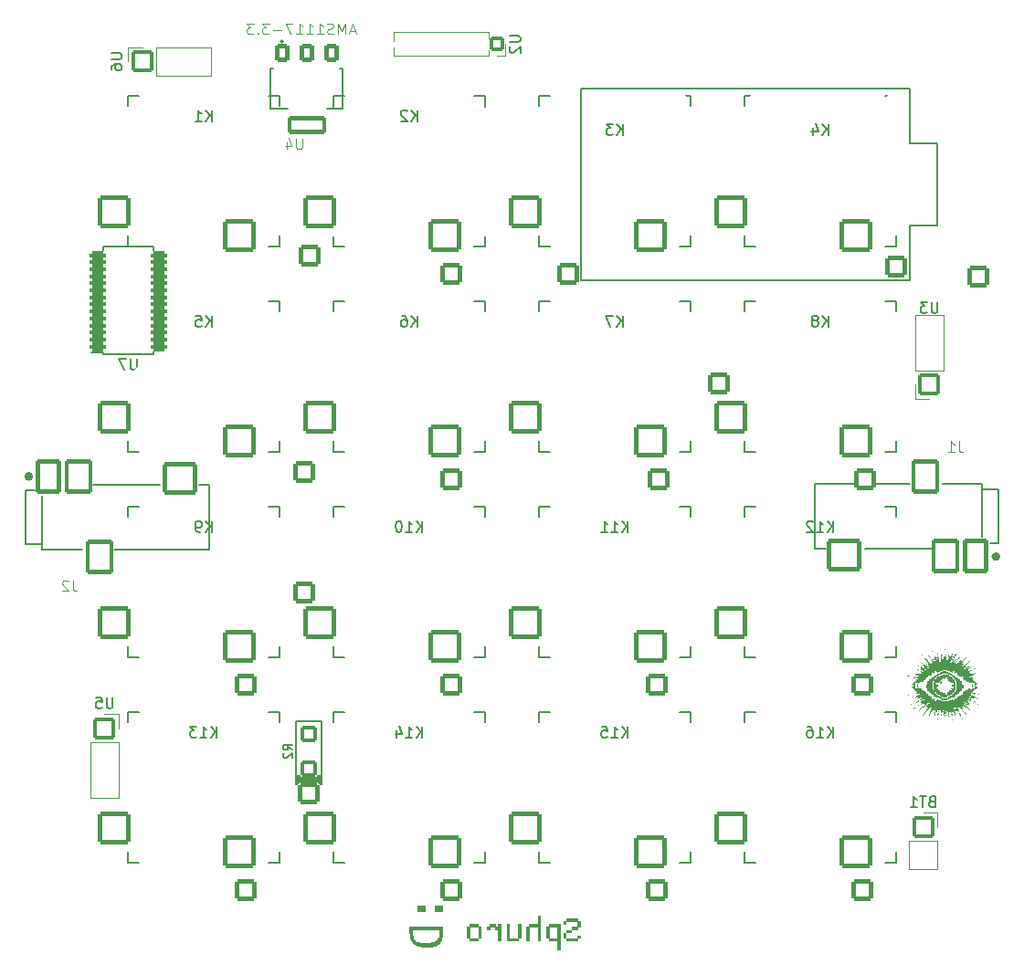
<source format=gbr>
G04 #@! TF.GenerationSoftware,KiCad,Pcbnew,8.0.7-1.fc41*
G04 #@! TF.CreationDate,2024-12-31T00:15:44+05:30*
G04 #@! TF.ProjectId,helper,68656c70-6572-42e6-9b69-6361645f7063,rev?*
G04 #@! TF.SameCoordinates,Original*
G04 #@! TF.FileFunction,Legend,Bot*
G04 #@! TF.FilePolarity,Positive*
%FSLAX46Y46*%
G04 Gerber Fmt 4.6, Leading zero omitted, Abs format (unit mm)*
G04 Created by KiCad (PCBNEW 8.0.7-1.fc41) date 2024-12-31 00:15:44*
%MOMM*%
%LPD*%
G01*
G04 APERTURE LIST*
G04 Aperture macros list*
%AMRoundRect*
0 Rectangle with rounded corners*
0 $1 Rounding radius*
0 $2 $3 $4 $5 $6 $7 $8 $9 X,Y pos of 4 corners*
0 Add a 4 corners polygon primitive as box body*
4,1,4,$2,$3,$4,$5,$6,$7,$8,$9,$2,$3,0*
0 Add four circle primitives for the rounded corners*
1,1,$1+$1,$2,$3*
1,1,$1+$1,$4,$5*
1,1,$1+$1,$6,$7*
1,1,$1+$1,$8,$9*
0 Add four rect primitives between the rounded corners*
20,1,$1+$1,$2,$3,$4,$5,0*
20,1,$1+$1,$4,$5,$6,$7,0*
20,1,$1+$1,$6,$7,$8,$9,0*
20,1,$1+$1,$8,$9,$2,$3,0*%
G04 Aperture macros list end*
%ADD10C,0.300000*%
%ADD11C,0.150000*%
%ADD12C,0.050000*%
%ADD13C,0.120000*%
%ADD14C,0.200000*%
%ADD15C,0.127000*%
%ADD16C,0.400000*%
%ADD17C,0.000000*%
%ADD18R,1.600000X1.600000*%
%ADD19C,1.600000*%
%ADD20C,1.700000*%
%ADD21C,2.101800*%
%ADD22C,3.400000*%
%ADD23C,3.829000*%
%ADD24C,1.390600*%
%ADD25RoundRect,0.200000X-1.300000X-1.300000X1.300000X-1.300000X1.300000X1.300000X-1.300000X1.300000X0*%
%ADD26RoundRect,0.200000X-0.800000X0.800000X-0.800000X-0.800000X0.800000X-0.800000X0.800000X0.800000X0*%
%ADD27C,2.000000*%
%ADD28RoundRect,0.200000X0.800000X0.800000X-0.800000X0.800000X-0.800000X-0.800000X0.800000X-0.800000X0*%
%ADD29C,3.600000*%
%ADD30RoundRect,0.200000X0.800000X-0.800000X0.800000X0.800000X-0.800000X0.800000X-0.800000X-0.800000X0*%
%ADD31O,1.400000X1.400000*%
%ADD32RoundRect,0.200000X0.500000X-0.500000X0.500000X0.500000X-0.500000X0.500000X-0.500000X-0.500000X0*%
%ADD33RoundRect,0.200000X-0.850000X-0.850000X0.850000X-0.850000X0.850000X0.850000X-0.850000X0.850000X0*%
%ADD34O,2.100000X2.100000*%
%ADD35RoundRect,0.200000X0.600000X-0.600000X0.600000X0.600000X-0.600000X0.600000X-0.600000X-0.600000X0*%
%ADD36RoundRect,0.200000X0.850000X0.850000X-0.850000X0.850000X-0.850000X-0.850000X0.850000X-0.850000X0*%
%ADD37RoundRect,0.200000X-0.850000X0.850000X-0.850000X-0.850000X0.850000X-0.850000X0.850000X0.850000X0*%
%ADD38C,2.100000*%
%ADD39RoundRect,0.200000X-1.000000X-1.400000X1.000000X-1.400000X1.000000X1.400000X-1.000000X1.400000X0*%
%ADD40RoundRect,0.200000X-1.400000X-1.300000X1.400000X-1.300000X1.400000X1.300000X-1.400000X1.300000X0*%
%ADD41RoundRect,0.200000X-1.100000X-1.400000X1.100000X-1.400000X1.100000X1.400000X-1.100000X1.400000X0*%
%ADD42RoundRect,0.200000X1.000000X1.400000X-1.000000X1.400000X-1.000000X-1.400000X1.000000X-1.400000X0*%
%ADD43RoundRect,0.200000X1.400000X1.300000X-1.400000X1.300000X-1.400000X-1.300000X1.400000X-1.300000X0*%
%ADD44RoundRect,0.200000X1.100000X1.400000X-1.100000X1.400000X-1.100000X-1.400000X1.100000X-1.400000X0*%
%ADD45RoundRect,0.200000X-0.465000X-0.655000X0.465000X-0.655000X0.465000X0.655000X-0.465000X0.655000X0*%
%ADD46RoundRect,0.200000X-1.620000X-0.655000X1.620000X-0.655000X1.620000X0.655000X-1.620000X0.655000X0*%
%ADD47R,2.400000X6.170000*%
%ADD48RoundRect,0.200000X-0.550000X-0.200000X0.550000X-0.200000X0.550000X0.200000X-0.550000X0.200000X0*%
G04 APERTURE END LIST*
D10*
G36*
X165487682Y-134407316D02*
G01*
X165487682Y-134098105D01*
X165178471Y-134098105D01*
X165178471Y-134407316D01*
X165487682Y-134407316D01*
G37*
G36*
X165225365Y-134407316D02*
G01*
X165225365Y-134098105D01*
X164916154Y-134098105D01*
X164916154Y-134407316D01*
X165225365Y-134407316D01*
G37*
G36*
X164963049Y-134407316D02*
G01*
X164963049Y-134098105D01*
X164653837Y-134098105D01*
X164653837Y-134407316D01*
X164963049Y-134407316D01*
G37*
G36*
X164700732Y-134407316D02*
G01*
X164700732Y-134098105D01*
X164390788Y-134098105D01*
X164390788Y-134407316D01*
X164700732Y-134407316D01*
G37*
G36*
X165750732Y-134669633D02*
G01*
X165750732Y-134360422D01*
X165440788Y-134360422D01*
X165440788Y-134669633D01*
X165750732Y-134669633D01*
G37*
G36*
X164437682Y-134669633D02*
G01*
X164437682Y-134360422D01*
X164128471Y-134360422D01*
X164128471Y-134669633D01*
X164437682Y-134669633D01*
G37*
G36*
X165750732Y-134932683D02*
G01*
X165750732Y-134622739D01*
X165440788Y-134622739D01*
X165440788Y-134932683D01*
X165750732Y-134932683D01*
G37*
G36*
X165487682Y-135195000D02*
G01*
X165487682Y-134885788D01*
X165178471Y-134885788D01*
X165178471Y-135195000D01*
X165487682Y-135195000D01*
G37*
G36*
X165225365Y-135195000D02*
G01*
X165225365Y-134885788D01*
X164916154Y-134885788D01*
X164916154Y-135195000D01*
X165225365Y-135195000D01*
G37*
G36*
X164963049Y-135457316D02*
G01*
X164963049Y-135148105D01*
X164653837Y-135148105D01*
X164653837Y-135457316D01*
X164963049Y-135457316D01*
G37*
G36*
X164700732Y-135457316D02*
G01*
X164700732Y-135148105D01*
X164390788Y-135148105D01*
X164390788Y-135457316D01*
X164700732Y-135457316D01*
G37*
G36*
X164437682Y-135719633D02*
G01*
X164437682Y-135410422D01*
X164128471Y-135410422D01*
X164128471Y-135719633D01*
X164437682Y-135719633D01*
G37*
G36*
X165750732Y-135982683D02*
G01*
X165750732Y-135672739D01*
X165440788Y-135672739D01*
X165440788Y-135982683D01*
X165750732Y-135982683D01*
G37*
G36*
X164437682Y-135982683D02*
G01*
X164437682Y-135672739D01*
X164128471Y-135672739D01*
X164128471Y-135982683D01*
X164437682Y-135982683D01*
G37*
G36*
X165487682Y-136245000D02*
G01*
X165487682Y-135935788D01*
X165178471Y-135935788D01*
X165178471Y-136245000D01*
X165487682Y-136245000D01*
G37*
G36*
X165225365Y-136245000D02*
G01*
X165225365Y-135935788D01*
X164916154Y-135935788D01*
X164916154Y-136245000D01*
X165225365Y-136245000D01*
G37*
G36*
X164963049Y-136245000D02*
G01*
X164963049Y-135935788D01*
X164653837Y-135935788D01*
X164653837Y-136245000D01*
X164963049Y-136245000D01*
G37*
G36*
X164700732Y-136245000D02*
G01*
X164700732Y-135935788D01*
X164390788Y-135935788D01*
X164390788Y-136245000D01*
X164700732Y-136245000D01*
G37*
G36*
X163913049Y-134932683D02*
G01*
X163913049Y-134622739D01*
X163603104Y-134622739D01*
X163603104Y-134932683D01*
X163913049Y-134932683D01*
G37*
G36*
X163649999Y-134932683D02*
G01*
X163649999Y-134622739D01*
X163340788Y-134622739D01*
X163340788Y-134932683D01*
X163649999Y-134932683D01*
G37*
G36*
X163387682Y-134932683D02*
G01*
X163387682Y-134622739D01*
X163078471Y-134622739D01*
X163078471Y-134932683D01*
X163387682Y-134932683D01*
G37*
G36*
X163125365Y-134932683D02*
G01*
X163125365Y-134622739D01*
X162816154Y-134622739D01*
X162816154Y-134932683D01*
X163125365Y-134932683D01*
G37*
G36*
X163913049Y-135195000D02*
G01*
X163913049Y-134885788D01*
X163603104Y-134885788D01*
X163603104Y-135195000D01*
X163913049Y-135195000D01*
G37*
G36*
X162863049Y-135195000D02*
G01*
X162863049Y-134885788D01*
X162553104Y-134885788D01*
X162553104Y-135195000D01*
X162863049Y-135195000D01*
G37*
G36*
X163913049Y-135457316D02*
G01*
X163913049Y-135148105D01*
X163603104Y-135148105D01*
X163603104Y-135457316D01*
X163913049Y-135457316D01*
G37*
G36*
X162863049Y-135457316D02*
G01*
X162863049Y-135148105D01*
X162553104Y-135148105D01*
X162553104Y-135457316D01*
X162863049Y-135457316D01*
G37*
G36*
X163913049Y-135719633D02*
G01*
X163913049Y-135410422D01*
X163603104Y-135410422D01*
X163603104Y-135719633D01*
X163913049Y-135719633D01*
G37*
G36*
X162863049Y-135719633D02*
G01*
X162863049Y-135410422D01*
X162553104Y-135410422D01*
X162553104Y-135719633D01*
X162863049Y-135719633D01*
G37*
G36*
X163913049Y-135982683D02*
G01*
X163913049Y-135672739D01*
X163603104Y-135672739D01*
X163603104Y-135982683D01*
X163913049Y-135982683D01*
G37*
G36*
X162863049Y-135982683D02*
G01*
X162863049Y-135672739D01*
X162553104Y-135672739D01*
X162553104Y-135982683D01*
X162863049Y-135982683D01*
G37*
G36*
X163913049Y-136245000D02*
G01*
X163913049Y-135935788D01*
X163603104Y-135935788D01*
X163603104Y-136245000D01*
X163913049Y-136245000D01*
G37*
G36*
X163649999Y-136245000D02*
G01*
X163649999Y-135935788D01*
X163340788Y-135935788D01*
X163340788Y-136245000D01*
X163649999Y-136245000D01*
G37*
G36*
X163387682Y-136245000D02*
G01*
X163387682Y-135935788D01*
X163078471Y-135935788D01*
X163078471Y-136245000D01*
X163387682Y-136245000D01*
G37*
G36*
X163125365Y-136245000D02*
G01*
X163125365Y-135935788D01*
X162816154Y-135935788D01*
X162816154Y-136245000D01*
X163125365Y-136245000D01*
G37*
G36*
X163913049Y-136507316D02*
G01*
X163913049Y-136198105D01*
X163603104Y-136198105D01*
X163603104Y-136507316D01*
X163913049Y-136507316D01*
G37*
G36*
X163913049Y-136770366D02*
G01*
X163913049Y-136460422D01*
X163603104Y-136460422D01*
X163603104Y-136770366D01*
X163913049Y-136770366D01*
G37*
G36*
X163913049Y-137032683D02*
G01*
X163913049Y-136723471D01*
X163603104Y-136723471D01*
X163603104Y-137032683D01*
X163913049Y-137032683D01*
G37*
G36*
X162075365Y-134145000D02*
G01*
X162075365Y-133835788D01*
X161765421Y-133835788D01*
X161765421Y-134145000D01*
X162075365Y-134145000D01*
G37*
G36*
X162075365Y-134407316D02*
G01*
X162075365Y-134098105D01*
X161765421Y-134098105D01*
X161765421Y-134407316D01*
X162075365Y-134407316D01*
G37*
G36*
X162075365Y-134669633D02*
G01*
X162075365Y-134360422D01*
X161765421Y-134360422D01*
X161765421Y-134669633D01*
X162075365Y-134669633D01*
G37*
G36*
X162075365Y-134932683D02*
G01*
X162075365Y-134622739D01*
X161765421Y-134622739D01*
X161765421Y-134932683D01*
X162075365Y-134932683D01*
G37*
G36*
X161812316Y-134932683D02*
G01*
X161812316Y-134622739D01*
X161503104Y-134622739D01*
X161503104Y-134932683D01*
X161812316Y-134932683D01*
G37*
G36*
X161549999Y-134932683D02*
G01*
X161549999Y-134622739D01*
X161240788Y-134622739D01*
X161240788Y-134932683D01*
X161549999Y-134932683D01*
G37*
G36*
X161287682Y-134932683D02*
G01*
X161287682Y-134622739D01*
X160978471Y-134622739D01*
X160978471Y-134932683D01*
X161287682Y-134932683D01*
G37*
G36*
X162075365Y-135195000D02*
G01*
X162075365Y-134885788D01*
X161765421Y-134885788D01*
X161765421Y-135195000D01*
X162075365Y-135195000D01*
G37*
G36*
X161025365Y-135195000D02*
G01*
X161025365Y-134885788D01*
X160715421Y-134885788D01*
X160715421Y-135195000D01*
X161025365Y-135195000D01*
G37*
G36*
X162075365Y-135457316D02*
G01*
X162075365Y-135148105D01*
X161765421Y-135148105D01*
X161765421Y-135457316D01*
X162075365Y-135457316D01*
G37*
G36*
X161025365Y-135457316D02*
G01*
X161025365Y-135148105D01*
X160715421Y-135148105D01*
X160715421Y-135457316D01*
X161025365Y-135457316D01*
G37*
G36*
X162075365Y-135719633D02*
G01*
X162075365Y-135410422D01*
X161765421Y-135410422D01*
X161765421Y-135719633D01*
X162075365Y-135719633D01*
G37*
G36*
X161025365Y-135719633D02*
G01*
X161025365Y-135410422D01*
X160715421Y-135410422D01*
X160715421Y-135719633D01*
X161025365Y-135719633D01*
G37*
G36*
X162075365Y-135982683D02*
G01*
X162075365Y-135672739D01*
X161765421Y-135672739D01*
X161765421Y-135982683D01*
X162075365Y-135982683D01*
G37*
G36*
X161025365Y-135982683D02*
G01*
X161025365Y-135672739D01*
X160715421Y-135672739D01*
X160715421Y-135982683D01*
X161025365Y-135982683D01*
G37*
G36*
X162075365Y-136245000D02*
G01*
X162075365Y-135935788D01*
X161765421Y-135935788D01*
X161765421Y-136245000D01*
X162075365Y-136245000D01*
G37*
G36*
X161025365Y-136245000D02*
G01*
X161025365Y-135935788D01*
X160715421Y-135935788D01*
X160715421Y-136245000D01*
X161025365Y-136245000D01*
G37*
G36*
X160237682Y-134932683D02*
G01*
X160237682Y-134622739D01*
X159927738Y-134622739D01*
X159927738Y-134932683D01*
X160237682Y-134932683D01*
G37*
G36*
X159187682Y-134932683D02*
G01*
X159187682Y-134622739D01*
X158877738Y-134622739D01*
X158877738Y-134932683D01*
X159187682Y-134932683D01*
G37*
G36*
X160237682Y-135195000D02*
G01*
X160237682Y-134885788D01*
X159927738Y-134885788D01*
X159927738Y-135195000D01*
X160237682Y-135195000D01*
G37*
G36*
X159187682Y-135195000D02*
G01*
X159187682Y-134885788D01*
X158877738Y-134885788D01*
X158877738Y-135195000D01*
X159187682Y-135195000D01*
G37*
G36*
X160237682Y-135457316D02*
G01*
X160237682Y-135148105D01*
X159927738Y-135148105D01*
X159927738Y-135457316D01*
X160237682Y-135457316D01*
G37*
G36*
X159187682Y-135457316D02*
G01*
X159187682Y-135148105D01*
X158877738Y-135148105D01*
X158877738Y-135457316D01*
X159187682Y-135457316D01*
G37*
G36*
X160237682Y-135719633D02*
G01*
X160237682Y-135410422D01*
X159927738Y-135410422D01*
X159927738Y-135719633D01*
X160237682Y-135719633D01*
G37*
G36*
X159187682Y-135719633D02*
G01*
X159187682Y-135410422D01*
X158877738Y-135410422D01*
X158877738Y-135719633D01*
X159187682Y-135719633D01*
G37*
G36*
X160237682Y-135982683D02*
G01*
X160237682Y-135672739D01*
X159927738Y-135672739D01*
X159927738Y-135982683D01*
X160237682Y-135982683D01*
G37*
G36*
X159187682Y-135982683D02*
G01*
X159187682Y-135672739D01*
X158877738Y-135672739D01*
X158877738Y-135982683D01*
X159187682Y-135982683D01*
G37*
G36*
X159974633Y-136245000D02*
G01*
X159974633Y-135935788D01*
X159665421Y-135935788D01*
X159665421Y-136245000D01*
X159974633Y-136245000D01*
G37*
G36*
X159712316Y-136245000D02*
G01*
X159712316Y-135935788D01*
X159403104Y-135935788D01*
X159403104Y-136245000D01*
X159712316Y-136245000D01*
G37*
G36*
X159449999Y-136245000D02*
G01*
X159449999Y-135935788D01*
X159140788Y-135935788D01*
X159140788Y-136245000D01*
X159449999Y-136245000D01*
G37*
G36*
X159187682Y-136245000D02*
G01*
X159187682Y-135935788D01*
X158877738Y-135935788D01*
X158877738Y-136245000D01*
X159187682Y-136245000D01*
G37*
G36*
X158399999Y-134932683D02*
G01*
X158399999Y-134622739D01*
X158090055Y-134622739D01*
X158090055Y-134932683D01*
X158399999Y-134932683D01*
G37*
G36*
X157874633Y-134932683D02*
G01*
X157874633Y-134622739D01*
X157565421Y-134622739D01*
X157565421Y-134932683D01*
X157874633Y-134932683D01*
G37*
G36*
X157612316Y-134932683D02*
G01*
X157612316Y-134622739D01*
X157303104Y-134622739D01*
X157303104Y-134932683D01*
X157612316Y-134932683D01*
G37*
G36*
X158399999Y-135195000D02*
G01*
X158399999Y-134885788D01*
X158090055Y-134885788D01*
X158090055Y-135195000D01*
X158399999Y-135195000D01*
G37*
G36*
X158136949Y-135195000D02*
G01*
X158136949Y-134885788D01*
X157827738Y-134885788D01*
X157827738Y-135195000D01*
X158136949Y-135195000D01*
G37*
G36*
X157349999Y-135195000D02*
G01*
X157349999Y-134885788D01*
X157040055Y-134885788D01*
X157040055Y-135195000D01*
X157349999Y-135195000D01*
G37*
G36*
X158399999Y-135457316D02*
G01*
X158399999Y-135148105D01*
X158090055Y-135148105D01*
X158090055Y-135457316D01*
X158399999Y-135457316D01*
G37*
G36*
X158399999Y-135719633D02*
G01*
X158399999Y-135410422D01*
X158090055Y-135410422D01*
X158090055Y-135719633D01*
X158399999Y-135719633D01*
G37*
G36*
X158399999Y-135982683D02*
G01*
X158399999Y-135672739D01*
X158090055Y-135672739D01*
X158090055Y-135982683D01*
X158399999Y-135982683D01*
G37*
G36*
X158399999Y-136245000D02*
G01*
X158399999Y-135935788D01*
X158090055Y-135935788D01*
X158090055Y-136245000D01*
X158399999Y-136245000D01*
G37*
G36*
X156299266Y-134932683D02*
G01*
X156299266Y-134622739D01*
X155990055Y-134622739D01*
X155990055Y-134932683D01*
X156299266Y-134932683D01*
G37*
G36*
X156036949Y-134932683D02*
G01*
X156036949Y-134622739D01*
X155727738Y-134622739D01*
X155727738Y-134932683D01*
X156036949Y-134932683D01*
G37*
G36*
X155774633Y-134932683D02*
G01*
X155774633Y-134622739D01*
X155465421Y-134622739D01*
X155465421Y-134932683D01*
X155774633Y-134932683D01*
G37*
G36*
X156562316Y-135195000D02*
G01*
X156562316Y-134885788D01*
X156252372Y-134885788D01*
X156252372Y-135195000D01*
X156562316Y-135195000D01*
G37*
G36*
X155512316Y-135195000D02*
G01*
X155512316Y-134885788D01*
X155202372Y-134885788D01*
X155202372Y-135195000D01*
X155512316Y-135195000D01*
G37*
G36*
X156562316Y-135457316D02*
G01*
X156562316Y-135148105D01*
X156252372Y-135148105D01*
X156252372Y-135457316D01*
X156562316Y-135457316D01*
G37*
G36*
X155512316Y-135457316D02*
G01*
X155512316Y-135148105D01*
X155202372Y-135148105D01*
X155202372Y-135457316D01*
X155512316Y-135457316D01*
G37*
G36*
X156562316Y-135719633D02*
G01*
X156562316Y-135410422D01*
X156252372Y-135410422D01*
X156252372Y-135719633D01*
X156562316Y-135719633D01*
G37*
G36*
X155512316Y-135719633D02*
G01*
X155512316Y-135410422D01*
X155202372Y-135410422D01*
X155202372Y-135719633D01*
X155512316Y-135719633D01*
G37*
G36*
X156562316Y-135982683D02*
G01*
X156562316Y-135672739D01*
X156252372Y-135672739D01*
X156252372Y-135982683D01*
X156562316Y-135982683D01*
G37*
G36*
X155512316Y-135982683D02*
G01*
X155512316Y-135672739D01*
X155202372Y-135672739D01*
X155202372Y-135982683D01*
X155512316Y-135982683D01*
G37*
G36*
X156299266Y-136245000D02*
G01*
X156299266Y-135935788D01*
X155990055Y-135935788D01*
X155990055Y-136245000D01*
X156299266Y-136245000D01*
G37*
G36*
X156036949Y-136245000D02*
G01*
X156036949Y-135935788D01*
X155727738Y-135935788D01*
X155727738Y-136245000D01*
X156036949Y-136245000D01*
G37*
G36*
X155774633Y-136245000D02*
G01*
X155774633Y-135935788D01*
X155465421Y-135935788D01*
X155465421Y-136245000D01*
X155774633Y-136245000D01*
G37*
D11*
G36*
X150645268Y-132884403D02*
G01*
X150645268Y-133527006D01*
X151395582Y-133527006D01*
X151395582Y-132884403D01*
X150645268Y-132884403D01*
G37*
G36*
X152239685Y-132884403D02*
G01*
X152239685Y-133527006D01*
X152990000Y-133527006D01*
X152990000Y-132884403D01*
X152239685Y-132884403D01*
G37*
G36*
X152990000Y-135433565D02*
G01*
X152984126Y-135603822D01*
X152966506Y-135762515D01*
X152937140Y-135909644D01*
X152883913Y-136077295D01*
X152812333Y-136226879D01*
X152722398Y-136358394D01*
X152614110Y-136471842D01*
X152565409Y-136512302D01*
X152429457Y-136602033D01*
X152273219Y-136675449D01*
X152133623Y-136722435D01*
X151981044Y-136758980D01*
X151815481Y-136785083D01*
X151636936Y-136800745D01*
X151445408Y-136805966D01*
X151396082Y-136805640D01*
X151206953Y-136797809D01*
X151030897Y-136779536D01*
X150867917Y-136750822D01*
X150718011Y-136711667D01*
X150549015Y-136648040D01*
X150400447Y-136568098D01*
X150272309Y-136471842D01*
X150163599Y-136358394D01*
X150073313Y-136226879D01*
X150001454Y-136077295D01*
X149948020Y-135909644D01*
X149918539Y-135762515D01*
X149900850Y-135603822D01*
X149894954Y-135433565D01*
X149894954Y-135424773D01*
X150223217Y-135424773D01*
X150223474Y-135457433D01*
X150232490Y-135611352D01*
X150260311Y-135775418D01*
X150306679Y-135916969D01*
X150384216Y-136053656D01*
X150486999Y-136159699D01*
X150503862Y-136172457D01*
X150645543Y-136250420D01*
X150799914Y-136301451D01*
X150951776Y-136332839D01*
X151124747Y-136354101D01*
X151278323Y-136363822D01*
X151445408Y-136367062D01*
X151488086Y-136366858D01*
X151650482Y-136361963D01*
X151799575Y-136350543D01*
X151967234Y-136327091D01*
X152114105Y-136293442D01*
X152262912Y-136239603D01*
X152398688Y-136158234D01*
X152414871Y-136144918D01*
X152513772Y-136034357D01*
X152587498Y-135893432D01*
X152630654Y-135748472D01*
X152655315Y-135581204D01*
X152661737Y-135424773D01*
X152661737Y-135226936D01*
X150223217Y-135226936D01*
X150223217Y-135424773D01*
X149894954Y-135424773D01*
X149894954Y-134808548D01*
X152990000Y-134808548D01*
X152990000Y-135433565D01*
G37*
X188698094Y-61414819D02*
X188698094Y-60414819D01*
X188126666Y-61414819D02*
X188555237Y-60843390D01*
X188126666Y-60414819D02*
X188698094Y-60986247D01*
X187269523Y-60748152D02*
X187269523Y-61414819D01*
X187507618Y-60367200D02*
X187745713Y-61081485D01*
X187745713Y-61081485D02*
X187126666Y-61081485D01*
X150598094Y-79194819D02*
X150598094Y-78194819D01*
X150026666Y-79194819D02*
X150455237Y-78623390D01*
X150026666Y-78194819D02*
X150598094Y-78766247D01*
X149169523Y-78194819D02*
X149359999Y-78194819D01*
X149359999Y-78194819D02*
X149455237Y-78242438D01*
X149455237Y-78242438D02*
X149502856Y-78290057D01*
X149502856Y-78290057D02*
X149598094Y-78432914D01*
X149598094Y-78432914D02*
X149645713Y-78623390D01*
X149645713Y-78623390D02*
X149645713Y-79004342D01*
X149645713Y-79004342D02*
X149598094Y-79099580D01*
X149598094Y-79099580D02*
X149550475Y-79147200D01*
X149550475Y-79147200D02*
X149455237Y-79194819D01*
X149455237Y-79194819D02*
X149264761Y-79194819D01*
X149264761Y-79194819D02*
X149169523Y-79147200D01*
X149169523Y-79147200D02*
X149121904Y-79099580D01*
X149121904Y-79099580D02*
X149074285Y-79004342D01*
X149074285Y-79004342D02*
X149074285Y-78766247D01*
X149074285Y-78766247D02*
X149121904Y-78671009D01*
X149121904Y-78671009D02*
X149169523Y-78623390D01*
X149169523Y-78623390D02*
X149264761Y-78575771D01*
X149264761Y-78575771D02*
X149455237Y-78575771D01*
X149455237Y-78575771D02*
X149550475Y-78623390D01*
X149550475Y-78623390D02*
X149598094Y-78671009D01*
X149598094Y-78671009D02*
X149645713Y-78766247D01*
X169648094Y-79194819D02*
X169648094Y-78194819D01*
X169076666Y-79194819D02*
X169505237Y-78623390D01*
X169076666Y-78194819D02*
X169648094Y-78766247D01*
X168743332Y-78194819D02*
X168076666Y-78194819D01*
X168076666Y-78194819D02*
X168505237Y-79194819D01*
X188698094Y-79194819D02*
X188698094Y-78194819D01*
X188126666Y-79194819D02*
X188555237Y-78623390D01*
X188126666Y-78194819D02*
X188698094Y-78766247D01*
X187555237Y-78623390D02*
X187650475Y-78575771D01*
X187650475Y-78575771D02*
X187698094Y-78528152D01*
X187698094Y-78528152D02*
X187745713Y-78432914D01*
X187745713Y-78432914D02*
X187745713Y-78385295D01*
X187745713Y-78385295D02*
X187698094Y-78290057D01*
X187698094Y-78290057D02*
X187650475Y-78242438D01*
X187650475Y-78242438D02*
X187555237Y-78194819D01*
X187555237Y-78194819D02*
X187364761Y-78194819D01*
X187364761Y-78194819D02*
X187269523Y-78242438D01*
X187269523Y-78242438D02*
X187221904Y-78290057D01*
X187221904Y-78290057D02*
X187174285Y-78385295D01*
X187174285Y-78385295D02*
X187174285Y-78432914D01*
X187174285Y-78432914D02*
X187221904Y-78528152D01*
X187221904Y-78528152D02*
X187269523Y-78575771D01*
X187269523Y-78575771D02*
X187364761Y-78623390D01*
X187364761Y-78623390D02*
X187555237Y-78623390D01*
X187555237Y-78623390D02*
X187650475Y-78671009D01*
X187650475Y-78671009D02*
X187698094Y-78718628D01*
X187698094Y-78718628D02*
X187745713Y-78813866D01*
X187745713Y-78813866D02*
X187745713Y-79004342D01*
X187745713Y-79004342D02*
X187698094Y-79099580D01*
X187698094Y-79099580D02*
X187650475Y-79147200D01*
X187650475Y-79147200D02*
X187555237Y-79194819D01*
X187555237Y-79194819D02*
X187364761Y-79194819D01*
X187364761Y-79194819D02*
X187269523Y-79147200D01*
X187269523Y-79147200D02*
X187221904Y-79099580D01*
X187221904Y-79099580D02*
X187174285Y-79004342D01*
X187174285Y-79004342D02*
X187174285Y-78813866D01*
X187174285Y-78813866D02*
X187221904Y-78718628D01*
X187221904Y-78718628D02*
X187269523Y-78671009D01*
X187269523Y-78671009D02*
X187364761Y-78623390D01*
X131548094Y-98244819D02*
X131548094Y-97244819D01*
X130976666Y-98244819D02*
X131405237Y-97673390D01*
X130976666Y-97244819D02*
X131548094Y-97816247D01*
X130500475Y-98244819D02*
X130309999Y-98244819D01*
X130309999Y-98244819D02*
X130214761Y-98197200D01*
X130214761Y-98197200D02*
X130167142Y-98149580D01*
X130167142Y-98149580D02*
X130071904Y-98006723D01*
X130071904Y-98006723D02*
X130024285Y-97816247D01*
X130024285Y-97816247D02*
X130024285Y-97435295D01*
X130024285Y-97435295D02*
X130071904Y-97340057D01*
X130071904Y-97340057D02*
X130119523Y-97292438D01*
X130119523Y-97292438D02*
X130214761Y-97244819D01*
X130214761Y-97244819D02*
X130405237Y-97244819D01*
X130405237Y-97244819D02*
X130500475Y-97292438D01*
X130500475Y-97292438D02*
X130548094Y-97340057D01*
X130548094Y-97340057D02*
X130595713Y-97435295D01*
X130595713Y-97435295D02*
X130595713Y-97673390D01*
X130595713Y-97673390D02*
X130548094Y-97768628D01*
X130548094Y-97768628D02*
X130500475Y-97816247D01*
X130500475Y-97816247D02*
X130405237Y-97863866D01*
X130405237Y-97863866D02*
X130214761Y-97863866D01*
X130214761Y-97863866D02*
X130119523Y-97816247D01*
X130119523Y-97816247D02*
X130071904Y-97768628D01*
X130071904Y-97768628D02*
X130024285Y-97673390D01*
X151074285Y-98244819D02*
X151074285Y-97244819D01*
X150502857Y-98244819D02*
X150931428Y-97673390D01*
X150502857Y-97244819D02*
X151074285Y-97816247D01*
X149550476Y-98244819D02*
X150121904Y-98244819D01*
X149836190Y-98244819D02*
X149836190Y-97244819D01*
X149836190Y-97244819D02*
X149931428Y-97387676D01*
X149931428Y-97387676D02*
X150026666Y-97482914D01*
X150026666Y-97482914D02*
X150121904Y-97530533D01*
X148931428Y-97244819D02*
X148836190Y-97244819D01*
X148836190Y-97244819D02*
X148740952Y-97292438D01*
X148740952Y-97292438D02*
X148693333Y-97340057D01*
X148693333Y-97340057D02*
X148645714Y-97435295D01*
X148645714Y-97435295D02*
X148598095Y-97625771D01*
X148598095Y-97625771D02*
X148598095Y-97863866D01*
X148598095Y-97863866D02*
X148645714Y-98054342D01*
X148645714Y-98054342D02*
X148693333Y-98149580D01*
X148693333Y-98149580D02*
X148740952Y-98197200D01*
X148740952Y-98197200D02*
X148836190Y-98244819D01*
X148836190Y-98244819D02*
X148931428Y-98244819D01*
X148931428Y-98244819D02*
X149026666Y-98197200D01*
X149026666Y-98197200D02*
X149074285Y-98149580D01*
X149074285Y-98149580D02*
X149121904Y-98054342D01*
X149121904Y-98054342D02*
X149169523Y-97863866D01*
X149169523Y-97863866D02*
X149169523Y-97625771D01*
X149169523Y-97625771D02*
X149121904Y-97435295D01*
X149121904Y-97435295D02*
X149074285Y-97340057D01*
X149074285Y-97340057D02*
X149026666Y-97292438D01*
X149026666Y-97292438D02*
X148931428Y-97244819D01*
X170124285Y-98244819D02*
X170124285Y-97244819D01*
X169552857Y-98244819D02*
X169981428Y-97673390D01*
X169552857Y-97244819D02*
X170124285Y-97816247D01*
X168600476Y-98244819D02*
X169171904Y-98244819D01*
X168886190Y-98244819D02*
X168886190Y-97244819D01*
X168886190Y-97244819D02*
X168981428Y-97387676D01*
X168981428Y-97387676D02*
X169076666Y-97482914D01*
X169076666Y-97482914D02*
X169171904Y-97530533D01*
X167648095Y-98244819D02*
X168219523Y-98244819D01*
X167933809Y-98244819D02*
X167933809Y-97244819D01*
X167933809Y-97244819D02*
X168029047Y-97387676D01*
X168029047Y-97387676D02*
X168124285Y-97482914D01*
X168124285Y-97482914D02*
X168219523Y-97530533D01*
X151074285Y-117294819D02*
X151074285Y-116294819D01*
X150502857Y-117294819D02*
X150931428Y-116723390D01*
X150502857Y-116294819D02*
X151074285Y-116866247D01*
X149550476Y-117294819D02*
X150121904Y-117294819D01*
X149836190Y-117294819D02*
X149836190Y-116294819D01*
X149836190Y-116294819D02*
X149931428Y-116437676D01*
X149931428Y-116437676D02*
X150026666Y-116532914D01*
X150026666Y-116532914D02*
X150121904Y-116580533D01*
X148693333Y-116628152D02*
X148693333Y-117294819D01*
X148931428Y-116247200D02*
X149169523Y-116961485D01*
X149169523Y-116961485D02*
X148550476Y-116961485D01*
X189174285Y-117294819D02*
X189174285Y-116294819D01*
X188602857Y-117294819D02*
X189031428Y-116723390D01*
X188602857Y-116294819D02*
X189174285Y-116866247D01*
X187650476Y-117294819D02*
X188221904Y-117294819D01*
X187936190Y-117294819D02*
X187936190Y-116294819D01*
X187936190Y-116294819D02*
X188031428Y-116437676D01*
X188031428Y-116437676D02*
X188126666Y-116532914D01*
X188126666Y-116532914D02*
X188221904Y-116580533D01*
X186793333Y-116294819D02*
X186983809Y-116294819D01*
X186983809Y-116294819D02*
X187079047Y-116342438D01*
X187079047Y-116342438D02*
X187126666Y-116390057D01*
X187126666Y-116390057D02*
X187221904Y-116532914D01*
X187221904Y-116532914D02*
X187269523Y-116723390D01*
X187269523Y-116723390D02*
X187269523Y-117104342D01*
X187269523Y-117104342D02*
X187221904Y-117199580D01*
X187221904Y-117199580D02*
X187174285Y-117247200D01*
X187174285Y-117247200D02*
X187079047Y-117294819D01*
X187079047Y-117294819D02*
X186888571Y-117294819D01*
X186888571Y-117294819D02*
X186793333Y-117247200D01*
X186793333Y-117247200D02*
X186745714Y-117199580D01*
X186745714Y-117199580D02*
X186698095Y-117104342D01*
X186698095Y-117104342D02*
X186698095Y-116866247D01*
X186698095Y-116866247D02*
X186745714Y-116771009D01*
X186745714Y-116771009D02*
X186793333Y-116723390D01*
X186793333Y-116723390D02*
X186888571Y-116675771D01*
X186888571Y-116675771D02*
X187079047Y-116675771D01*
X187079047Y-116675771D02*
X187174285Y-116723390D01*
X187174285Y-116723390D02*
X187221904Y-116771009D01*
X187221904Y-116771009D02*
X187269523Y-116866247D01*
X170124285Y-117294819D02*
X170124285Y-116294819D01*
X169552857Y-117294819D02*
X169981428Y-116723390D01*
X169552857Y-116294819D02*
X170124285Y-116866247D01*
X168600476Y-117294819D02*
X169171904Y-117294819D01*
X168886190Y-117294819D02*
X168886190Y-116294819D01*
X168886190Y-116294819D02*
X168981428Y-116437676D01*
X168981428Y-116437676D02*
X169076666Y-116532914D01*
X169076666Y-116532914D02*
X169171904Y-116580533D01*
X167695714Y-116294819D02*
X168171904Y-116294819D01*
X168171904Y-116294819D02*
X168219523Y-116771009D01*
X168219523Y-116771009D02*
X168171904Y-116723390D01*
X168171904Y-116723390D02*
X168076666Y-116675771D01*
X168076666Y-116675771D02*
X167838571Y-116675771D01*
X167838571Y-116675771D02*
X167743333Y-116723390D01*
X167743333Y-116723390D02*
X167695714Y-116771009D01*
X167695714Y-116771009D02*
X167648095Y-116866247D01*
X167648095Y-116866247D02*
X167648095Y-117104342D01*
X167648095Y-117104342D02*
X167695714Y-117199580D01*
X167695714Y-117199580D02*
X167743333Y-117247200D01*
X167743333Y-117247200D02*
X167838571Y-117294819D01*
X167838571Y-117294819D02*
X168076666Y-117294819D01*
X168076666Y-117294819D02*
X168171904Y-117247200D01*
X168171904Y-117247200D02*
X168219523Y-117199580D01*
X132024285Y-117294819D02*
X132024285Y-116294819D01*
X131452857Y-117294819D02*
X131881428Y-116723390D01*
X131452857Y-116294819D02*
X132024285Y-116866247D01*
X130500476Y-117294819D02*
X131071904Y-117294819D01*
X130786190Y-117294819D02*
X130786190Y-116294819D01*
X130786190Y-116294819D02*
X130881428Y-116437676D01*
X130881428Y-116437676D02*
X130976666Y-116532914D01*
X130976666Y-116532914D02*
X131071904Y-116580533D01*
X130167142Y-116294819D02*
X129548095Y-116294819D01*
X129548095Y-116294819D02*
X129881428Y-116675771D01*
X129881428Y-116675771D02*
X129738571Y-116675771D01*
X129738571Y-116675771D02*
X129643333Y-116723390D01*
X129643333Y-116723390D02*
X129595714Y-116771009D01*
X129595714Y-116771009D02*
X129548095Y-116866247D01*
X129548095Y-116866247D02*
X129548095Y-117104342D01*
X129548095Y-117104342D02*
X129595714Y-117199580D01*
X129595714Y-117199580D02*
X129643333Y-117247200D01*
X129643333Y-117247200D02*
X129738571Y-117294819D01*
X129738571Y-117294819D02*
X130024285Y-117294819D01*
X130024285Y-117294819D02*
X130119523Y-117247200D01*
X130119523Y-117247200D02*
X130167142Y-117199580D01*
X169648094Y-61414819D02*
X169648094Y-60414819D01*
X169076666Y-61414819D02*
X169505237Y-60843390D01*
X169076666Y-60414819D02*
X169648094Y-60986247D01*
X168743332Y-60414819D02*
X168124285Y-60414819D01*
X168124285Y-60414819D02*
X168457618Y-60795771D01*
X168457618Y-60795771D02*
X168314761Y-60795771D01*
X168314761Y-60795771D02*
X168219523Y-60843390D01*
X168219523Y-60843390D02*
X168171904Y-60891009D01*
X168171904Y-60891009D02*
X168124285Y-60986247D01*
X168124285Y-60986247D02*
X168124285Y-61224342D01*
X168124285Y-61224342D02*
X168171904Y-61319580D01*
X168171904Y-61319580D02*
X168219523Y-61367200D01*
X168219523Y-61367200D02*
X168314761Y-61414819D01*
X168314761Y-61414819D02*
X168600475Y-61414819D01*
X168600475Y-61414819D02*
X168695713Y-61367200D01*
X168695713Y-61367200D02*
X168743332Y-61319580D01*
X150598094Y-60144819D02*
X150598094Y-59144819D01*
X150026666Y-60144819D02*
X150455237Y-59573390D01*
X150026666Y-59144819D02*
X150598094Y-59716247D01*
X149645713Y-59240057D02*
X149598094Y-59192438D01*
X149598094Y-59192438D02*
X149502856Y-59144819D01*
X149502856Y-59144819D02*
X149264761Y-59144819D01*
X149264761Y-59144819D02*
X149169523Y-59192438D01*
X149169523Y-59192438D02*
X149121904Y-59240057D01*
X149121904Y-59240057D02*
X149074285Y-59335295D01*
X149074285Y-59335295D02*
X149074285Y-59430533D01*
X149074285Y-59430533D02*
X149121904Y-59573390D01*
X149121904Y-59573390D02*
X149693332Y-60144819D01*
X149693332Y-60144819D02*
X149074285Y-60144819D01*
X131548094Y-79194819D02*
X131548094Y-78194819D01*
X130976666Y-79194819D02*
X131405237Y-78623390D01*
X130976666Y-78194819D02*
X131548094Y-78766247D01*
X130071904Y-78194819D02*
X130548094Y-78194819D01*
X130548094Y-78194819D02*
X130595713Y-78671009D01*
X130595713Y-78671009D02*
X130548094Y-78623390D01*
X130548094Y-78623390D02*
X130452856Y-78575771D01*
X130452856Y-78575771D02*
X130214761Y-78575771D01*
X130214761Y-78575771D02*
X130119523Y-78623390D01*
X130119523Y-78623390D02*
X130071904Y-78671009D01*
X130071904Y-78671009D02*
X130024285Y-78766247D01*
X130024285Y-78766247D02*
X130024285Y-79004342D01*
X130024285Y-79004342D02*
X130071904Y-79099580D01*
X130071904Y-79099580D02*
X130119523Y-79147200D01*
X130119523Y-79147200D02*
X130214761Y-79194819D01*
X130214761Y-79194819D02*
X130452856Y-79194819D01*
X130452856Y-79194819D02*
X130548094Y-79147200D01*
X130548094Y-79147200D02*
X130595713Y-79099580D01*
X131548094Y-60144819D02*
X131548094Y-59144819D01*
X130976666Y-60144819D02*
X131405237Y-59573390D01*
X130976666Y-59144819D02*
X131548094Y-59716247D01*
X130024285Y-60144819D02*
X130595713Y-60144819D01*
X130309999Y-60144819D02*
X130309999Y-59144819D01*
X130309999Y-59144819D02*
X130405237Y-59287676D01*
X130405237Y-59287676D02*
X130500475Y-59382914D01*
X130500475Y-59382914D02*
X130595713Y-59430533D01*
X189174285Y-98244819D02*
X189174285Y-97244819D01*
X188602857Y-98244819D02*
X189031428Y-97673390D01*
X188602857Y-97244819D02*
X189174285Y-97816247D01*
X187650476Y-98244819D02*
X188221904Y-98244819D01*
X187936190Y-98244819D02*
X187936190Y-97244819D01*
X187936190Y-97244819D02*
X188031428Y-97387676D01*
X188031428Y-97387676D02*
X188126666Y-97482914D01*
X188126666Y-97482914D02*
X188221904Y-97530533D01*
X187269523Y-97340057D02*
X187221904Y-97292438D01*
X187221904Y-97292438D02*
X187126666Y-97244819D01*
X187126666Y-97244819D02*
X186888571Y-97244819D01*
X186888571Y-97244819D02*
X186793333Y-97292438D01*
X186793333Y-97292438D02*
X186745714Y-97340057D01*
X186745714Y-97340057D02*
X186698095Y-97435295D01*
X186698095Y-97435295D02*
X186698095Y-97530533D01*
X186698095Y-97530533D02*
X186745714Y-97673390D01*
X186745714Y-97673390D02*
X187317142Y-98244819D01*
X187317142Y-98244819D02*
X186698095Y-98244819D01*
X159149819Y-52238095D02*
X159959342Y-52238095D01*
X159959342Y-52238095D02*
X160054580Y-52285714D01*
X160054580Y-52285714D02*
X160102200Y-52333333D01*
X160102200Y-52333333D02*
X160149819Y-52428571D01*
X160149819Y-52428571D02*
X160149819Y-52619047D01*
X160149819Y-52619047D02*
X160102200Y-52714285D01*
X160102200Y-52714285D02*
X160054580Y-52761904D01*
X160054580Y-52761904D02*
X159959342Y-52809523D01*
X159959342Y-52809523D02*
X159149819Y-52809523D01*
X159245057Y-53238095D02*
X159197438Y-53285714D01*
X159197438Y-53285714D02*
X159149819Y-53380952D01*
X159149819Y-53380952D02*
X159149819Y-53619047D01*
X159149819Y-53619047D02*
X159197438Y-53714285D01*
X159197438Y-53714285D02*
X159245057Y-53761904D01*
X159245057Y-53761904D02*
X159340295Y-53809523D01*
X159340295Y-53809523D02*
X159435533Y-53809523D01*
X159435533Y-53809523D02*
X159578390Y-53761904D01*
X159578390Y-53761904D02*
X160149819Y-53190476D01*
X160149819Y-53190476D02*
X160149819Y-53809523D01*
X198818404Y-76924819D02*
X198818404Y-77734342D01*
X198818404Y-77734342D02*
X198770785Y-77829580D01*
X198770785Y-77829580D02*
X198723166Y-77877200D01*
X198723166Y-77877200D02*
X198627928Y-77924819D01*
X198627928Y-77924819D02*
X198437452Y-77924819D01*
X198437452Y-77924819D02*
X198342214Y-77877200D01*
X198342214Y-77877200D02*
X198294595Y-77829580D01*
X198294595Y-77829580D02*
X198246976Y-77734342D01*
X198246976Y-77734342D02*
X198246976Y-76924819D01*
X197866023Y-76924819D02*
X197246976Y-76924819D01*
X197246976Y-76924819D02*
X197580309Y-77305771D01*
X197580309Y-77305771D02*
X197437452Y-77305771D01*
X197437452Y-77305771D02*
X197342214Y-77353390D01*
X197342214Y-77353390D02*
X197294595Y-77401009D01*
X197294595Y-77401009D02*
X197246976Y-77496247D01*
X197246976Y-77496247D02*
X197246976Y-77734342D01*
X197246976Y-77734342D02*
X197294595Y-77829580D01*
X197294595Y-77829580D02*
X197342214Y-77877200D01*
X197342214Y-77877200D02*
X197437452Y-77924819D01*
X197437452Y-77924819D02*
X197723166Y-77924819D01*
X197723166Y-77924819D02*
X197818404Y-77877200D01*
X197818404Y-77877200D02*
X197866023Y-77829580D01*
X138988195Y-118459267D02*
X138607242Y-118192600D01*
X138988195Y-118002124D02*
X138188195Y-118002124D01*
X138188195Y-118002124D02*
X138188195Y-118306886D01*
X138188195Y-118306886D02*
X138226290Y-118383076D01*
X138226290Y-118383076D02*
X138264385Y-118421171D01*
X138264385Y-118421171D02*
X138340576Y-118459267D01*
X138340576Y-118459267D02*
X138454861Y-118459267D01*
X138454861Y-118459267D02*
X138531052Y-118421171D01*
X138531052Y-118421171D02*
X138569147Y-118383076D01*
X138569147Y-118383076D02*
X138607242Y-118306886D01*
X138607242Y-118306886D02*
X138607242Y-118002124D01*
X138264385Y-118764028D02*
X138226290Y-118802124D01*
X138226290Y-118802124D02*
X138188195Y-118878314D01*
X138188195Y-118878314D02*
X138188195Y-119068790D01*
X138188195Y-119068790D02*
X138226290Y-119144981D01*
X138226290Y-119144981D02*
X138264385Y-119183076D01*
X138264385Y-119183076D02*
X138340576Y-119221171D01*
X138340576Y-119221171D02*
X138416766Y-119221171D01*
X138416766Y-119221171D02*
X138531052Y-119183076D01*
X138531052Y-119183076D02*
X138988195Y-118725933D01*
X138988195Y-118725933D02*
X138988195Y-119221171D01*
X122377104Y-113583819D02*
X122377104Y-114393342D01*
X122377104Y-114393342D02*
X122329485Y-114488580D01*
X122329485Y-114488580D02*
X122281866Y-114536200D01*
X122281866Y-114536200D02*
X122186628Y-114583819D01*
X122186628Y-114583819D02*
X121996152Y-114583819D01*
X121996152Y-114583819D02*
X121900914Y-114536200D01*
X121900914Y-114536200D02*
X121853295Y-114488580D01*
X121853295Y-114488580D02*
X121805676Y-114393342D01*
X121805676Y-114393342D02*
X121805676Y-113583819D01*
X120853295Y-113583819D02*
X121329485Y-113583819D01*
X121329485Y-113583819D02*
X121377104Y-114060009D01*
X121377104Y-114060009D02*
X121329485Y-114012390D01*
X121329485Y-114012390D02*
X121234247Y-113964771D01*
X121234247Y-113964771D02*
X120996152Y-113964771D01*
X120996152Y-113964771D02*
X120900914Y-114012390D01*
X120900914Y-114012390D02*
X120853295Y-114060009D01*
X120853295Y-114060009D02*
X120805676Y-114155247D01*
X120805676Y-114155247D02*
X120805676Y-114393342D01*
X120805676Y-114393342D02*
X120853295Y-114488580D01*
X120853295Y-114488580D02*
X120900914Y-114536200D01*
X120900914Y-114536200D02*
X120996152Y-114583819D01*
X120996152Y-114583819D02*
X121234247Y-114583819D01*
X121234247Y-114583819D02*
X121329485Y-114536200D01*
X121329485Y-114536200D02*
X121377104Y-114488580D01*
X122219819Y-53848095D02*
X123029342Y-53848095D01*
X123029342Y-53848095D02*
X123124580Y-53895714D01*
X123124580Y-53895714D02*
X123172200Y-53943333D01*
X123172200Y-53943333D02*
X123219819Y-54038571D01*
X123219819Y-54038571D02*
X123219819Y-54229047D01*
X123219819Y-54229047D02*
X123172200Y-54324285D01*
X123172200Y-54324285D02*
X123124580Y-54371904D01*
X123124580Y-54371904D02*
X123029342Y-54419523D01*
X123029342Y-54419523D02*
X122219819Y-54419523D01*
X122219819Y-55324285D02*
X122219819Y-55133809D01*
X122219819Y-55133809D02*
X122267438Y-55038571D01*
X122267438Y-55038571D02*
X122315057Y-54990952D01*
X122315057Y-54990952D02*
X122457914Y-54895714D01*
X122457914Y-54895714D02*
X122648390Y-54848095D01*
X122648390Y-54848095D02*
X123029342Y-54848095D01*
X123029342Y-54848095D02*
X123124580Y-54895714D01*
X123124580Y-54895714D02*
X123172200Y-54943333D01*
X123172200Y-54943333D02*
X123219819Y-55038571D01*
X123219819Y-55038571D02*
X123219819Y-55229047D01*
X123219819Y-55229047D02*
X123172200Y-55324285D01*
X123172200Y-55324285D02*
X123124580Y-55371904D01*
X123124580Y-55371904D02*
X123029342Y-55419523D01*
X123029342Y-55419523D02*
X122791247Y-55419523D01*
X122791247Y-55419523D02*
X122696009Y-55371904D01*
X122696009Y-55371904D02*
X122648390Y-55324285D01*
X122648390Y-55324285D02*
X122600771Y-55229047D01*
X122600771Y-55229047D02*
X122600771Y-55038571D01*
X122600771Y-55038571D02*
X122648390Y-54943333D01*
X122648390Y-54943333D02*
X122696009Y-54895714D01*
X122696009Y-54895714D02*
X122791247Y-54848095D01*
D12*
X200793203Y-89829922D02*
X200793203Y-90547486D01*
X200793203Y-90547486D02*
X200841040Y-90690999D01*
X200841040Y-90690999D02*
X200936716Y-90786675D01*
X200936716Y-90786675D02*
X201080228Y-90834512D01*
X201080228Y-90834512D02*
X201175904Y-90834512D01*
X199788613Y-90834512D02*
X200362664Y-90834512D01*
X200075638Y-90834512D02*
X200075638Y-89829922D01*
X200075638Y-89829922D02*
X200171314Y-89973435D01*
X200171314Y-89973435D02*
X200266989Y-90069110D01*
X200266989Y-90069110D02*
X200362664Y-90116948D01*
X118684623Y-102722082D02*
X118684623Y-103439646D01*
X118684623Y-103439646D02*
X118732460Y-103583159D01*
X118732460Y-103583159D02*
X118828136Y-103678835D01*
X118828136Y-103678835D02*
X118971648Y-103726672D01*
X118971648Y-103726672D02*
X119067324Y-103726672D01*
X118254084Y-102817757D02*
X118206246Y-102769920D01*
X118206246Y-102769920D02*
X118110571Y-102722082D01*
X118110571Y-102722082D02*
X117871383Y-102722082D01*
X117871383Y-102722082D02*
X117775708Y-102769920D01*
X117775708Y-102769920D02*
X117727870Y-102817757D01*
X117727870Y-102817757D02*
X117680033Y-102913433D01*
X117680033Y-102913433D02*
X117680033Y-103009108D01*
X117680033Y-103009108D02*
X117727870Y-103152621D01*
X117727870Y-103152621D02*
X118301922Y-103726672D01*
X118301922Y-103726672D02*
X117680033Y-103726672D01*
X139946203Y-61753188D02*
X139946203Y-62564145D01*
X139946203Y-62564145D02*
X139898500Y-62659551D01*
X139898500Y-62659551D02*
X139850796Y-62707255D01*
X139850796Y-62707255D02*
X139755390Y-62754958D01*
X139755390Y-62754958D02*
X139564576Y-62754958D01*
X139564576Y-62754958D02*
X139469170Y-62707255D01*
X139469170Y-62707255D02*
X139421466Y-62659551D01*
X139421466Y-62659551D02*
X139373763Y-62564145D01*
X139373763Y-62564145D02*
X139373763Y-61753188D01*
X138467400Y-62087111D02*
X138467400Y-62754958D01*
X138705917Y-61705485D02*
X138944433Y-62421035D01*
X138944433Y-62421035D02*
X138324290Y-62421035D01*
X144827988Y-51789799D02*
X144350950Y-51789799D01*
X144923396Y-52076022D02*
X144589469Y-51074242D01*
X144589469Y-51074242D02*
X144255543Y-52076022D01*
X143921615Y-52076022D02*
X143921615Y-51074242D01*
X143921615Y-51074242D02*
X143587689Y-51789799D01*
X143587689Y-51789799D02*
X143253762Y-51074242D01*
X143253762Y-51074242D02*
X143253762Y-52076022D01*
X142824428Y-52028319D02*
X142681317Y-52076022D01*
X142681317Y-52076022D02*
X142442798Y-52076022D01*
X142442798Y-52076022D02*
X142347390Y-52028319D01*
X142347390Y-52028319D02*
X142299686Y-51980615D01*
X142299686Y-51980615D02*
X142251983Y-51885207D01*
X142251983Y-51885207D02*
X142251983Y-51789799D01*
X142251983Y-51789799D02*
X142299686Y-51694392D01*
X142299686Y-51694392D02*
X142347390Y-51646688D01*
X142347390Y-51646688D02*
X142442798Y-51598984D01*
X142442798Y-51598984D02*
X142633613Y-51551280D01*
X142633613Y-51551280D02*
X142729021Y-51503577D01*
X142729021Y-51503577D02*
X142776724Y-51455873D01*
X142776724Y-51455873D02*
X142824428Y-51360465D01*
X142824428Y-51360465D02*
X142824428Y-51265058D01*
X142824428Y-51265058D02*
X142776724Y-51169650D01*
X142776724Y-51169650D02*
X142729021Y-51121946D01*
X142729021Y-51121946D02*
X142633613Y-51074242D01*
X142633613Y-51074242D02*
X142395094Y-51074242D01*
X142395094Y-51074242D02*
X142251983Y-51121946D01*
X141297907Y-52076022D02*
X141870352Y-52076022D01*
X141584129Y-52076022D02*
X141584129Y-51074242D01*
X141584129Y-51074242D02*
X141679537Y-51217354D01*
X141679537Y-51217354D02*
X141774945Y-51312761D01*
X141774945Y-51312761D02*
X141870352Y-51360465D01*
X140343831Y-52076022D02*
X140916276Y-52076022D01*
X140630053Y-52076022D02*
X140630053Y-51074242D01*
X140630053Y-51074242D02*
X140725461Y-51217354D01*
X140725461Y-51217354D02*
X140820869Y-51312761D01*
X140820869Y-51312761D02*
X140916276Y-51360465D01*
X139389755Y-52076022D02*
X139962200Y-52076022D01*
X139675977Y-52076022D02*
X139675977Y-51074242D01*
X139675977Y-51074242D02*
X139771385Y-51217354D01*
X139771385Y-51217354D02*
X139866793Y-51312761D01*
X139866793Y-51312761D02*
X139962200Y-51360465D01*
X139055828Y-51074242D02*
X138387975Y-51074242D01*
X138387975Y-51074242D02*
X138817309Y-52076022D01*
X138006344Y-51694392D02*
X137243084Y-51694392D01*
X136861453Y-51074242D02*
X136241304Y-51074242D01*
X136241304Y-51074242D02*
X136575230Y-51455873D01*
X136575230Y-51455873D02*
X136432119Y-51455873D01*
X136432119Y-51455873D02*
X136336711Y-51503577D01*
X136336711Y-51503577D02*
X136289007Y-51551280D01*
X136289007Y-51551280D02*
X136241304Y-51646688D01*
X136241304Y-51646688D02*
X136241304Y-51885207D01*
X136241304Y-51885207D02*
X136289007Y-51980615D01*
X136289007Y-51980615D02*
X136336711Y-52028319D01*
X136336711Y-52028319D02*
X136432119Y-52076022D01*
X136432119Y-52076022D02*
X136718342Y-52076022D01*
X136718342Y-52076022D02*
X136813749Y-52028319D01*
X136813749Y-52028319D02*
X136861453Y-51980615D01*
X135811969Y-51980615D02*
X135764266Y-52028319D01*
X135764266Y-52028319D02*
X135811969Y-52076022D01*
X135811969Y-52076022D02*
X135859673Y-52028319D01*
X135859673Y-52028319D02*
X135811969Y-51980615D01*
X135811969Y-51980615D02*
X135811969Y-52076022D01*
X135430339Y-51074242D02*
X134810190Y-51074242D01*
X134810190Y-51074242D02*
X135144116Y-51455873D01*
X135144116Y-51455873D02*
X135001005Y-51455873D01*
X135001005Y-51455873D02*
X134905597Y-51503577D01*
X134905597Y-51503577D02*
X134857893Y-51551280D01*
X134857893Y-51551280D02*
X134810190Y-51646688D01*
X134810190Y-51646688D02*
X134810190Y-51885207D01*
X134810190Y-51885207D02*
X134857893Y-51980615D01*
X134857893Y-51980615D02*
X134905597Y-52028319D01*
X134905597Y-52028319D02*
X135001005Y-52076022D01*
X135001005Y-52076022D02*
X135287228Y-52076022D01*
X135287228Y-52076022D02*
X135382635Y-52028319D01*
X135382635Y-52028319D02*
X135430339Y-51980615D01*
D11*
X124586904Y-82177119D02*
X124586904Y-82986642D01*
X124586904Y-82986642D02*
X124539285Y-83081880D01*
X124539285Y-83081880D02*
X124491666Y-83129500D01*
X124491666Y-83129500D02*
X124396428Y-83177119D01*
X124396428Y-83177119D02*
X124205952Y-83177119D01*
X124205952Y-83177119D02*
X124110714Y-83129500D01*
X124110714Y-83129500D02*
X124063095Y-83081880D01*
X124063095Y-83081880D02*
X124015476Y-82986642D01*
X124015476Y-82986642D02*
X124015476Y-82177119D01*
X123634523Y-82177119D02*
X122967857Y-82177119D01*
X122967857Y-82177119D02*
X123396428Y-83177119D01*
X198270714Y-123229409D02*
X198127857Y-123277028D01*
X198127857Y-123277028D02*
X198080238Y-123324647D01*
X198080238Y-123324647D02*
X198032619Y-123419885D01*
X198032619Y-123419885D02*
X198032619Y-123562742D01*
X198032619Y-123562742D02*
X198080238Y-123657980D01*
X198080238Y-123657980D02*
X198127857Y-123705600D01*
X198127857Y-123705600D02*
X198223095Y-123753219D01*
X198223095Y-123753219D02*
X198604047Y-123753219D01*
X198604047Y-123753219D02*
X198604047Y-122753219D01*
X198604047Y-122753219D02*
X198270714Y-122753219D01*
X198270714Y-122753219D02*
X198175476Y-122800838D01*
X198175476Y-122800838D02*
X198127857Y-122848457D01*
X198127857Y-122848457D02*
X198080238Y-122943695D01*
X198080238Y-122943695D02*
X198080238Y-123038933D01*
X198080238Y-123038933D02*
X198127857Y-123134171D01*
X198127857Y-123134171D02*
X198175476Y-123181790D01*
X198175476Y-123181790D02*
X198270714Y-123229409D01*
X198270714Y-123229409D02*
X198604047Y-123229409D01*
X197746904Y-122753219D02*
X197175476Y-122753219D01*
X197461190Y-123753219D02*
X197461190Y-122753219D01*
X196318333Y-123753219D02*
X196889761Y-123753219D01*
X196604047Y-123753219D02*
X196604047Y-122753219D01*
X196604047Y-122753219D02*
X196699285Y-122896076D01*
X196699285Y-122896076D02*
X196794523Y-122991314D01*
X196794523Y-122991314D02*
X196889761Y-123038933D01*
X180960000Y-57770000D02*
X181960000Y-57770000D01*
X180960000Y-58770000D02*
X180960000Y-57770000D01*
X180960000Y-71770000D02*
X180960000Y-70770000D01*
X181960000Y-71770000D02*
X180960000Y-71770000D01*
X193960000Y-57770000D02*
X194960000Y-57770000D01*
X194960000Y-57770000D02*
X194960000Y-58770000D01*
X194960000Y-70770000D02*
X194960000Y-71770000D01*
X194960000Y-71770000D02*
X193960000Y-71770000D01*
X142860000Y-76820000D02*
X143860000Y-76820000D01*
X142860000Y-77820000D02*
X142860000Y-76820000D01*
X142860000Y-90820000D02*
X142860000Y-89820000D01*
X143860000Y-90820000D02*
X142860000Y-90820000D01*
X155860000Y-76820000D02*
X156860000Y-76820000D01*
X156860000Y-76820000D02*
X156860000Y-77820000D01*
X156860000Y-89820000D02*
X156860000Y-90820000D01*
X156860000Y-90820000D02*
X155860000Y-90820000D01*
X161910000Y-76820000D02*
X162910000Y-76820000D01*
X161910000Y-77820000D02*
X161910000Y-76820000D01*
X161910000Y-90820000D02*
X161910000Y-89820000D01*
X162910000Y-90820000D02*
X161910000Y-90820000D01*
X174910000Y-76820000D02*
X175910000Y-76820000D01*
X175910000Y-76820000D02*
X175910000Y-77820000D01*
X175910000Y-89820000D02*
X175910000Y-90820000D01*
X175910000Y-90820000D02*
X174910000Y-90820000D01*
X180960000Y-76820000D02*
X181960000Y-76820000D01*
X180960000Y-77820000D02*
X180960000Y-76820000D01*
X180960000Y-90820000D02*
X180960000Y-89820000D01*
X181960000Y-90820000D02*
X180960000Y-90820000D01*
X193960000Y-76820000D02*
X194960000Y-76820000D01*
X194960000Y-76820000D02*
X194960000Y-77820000D01*
X194960000Y-89820000D02*
X194960000Y-90820000D01*
X194960000Y-90820000D02*
X193960000Y-90820000D01*
X123810000Y-95870000D02*
X124810000Y-95870000D01*
X123810000Y-96870000D02*
X123810000Y-95870000D01*
X123810000Y-109870000D02*
X123810000Y-108870000D01*
X124810000Y-109870000D02*
X123810000Y-109870000D01*
X136810000Y-95870000D02*
X137810000Y-95870000D01*
X137810000Y-95870000D02*
X137810000Y-96870000D01*
X137810000Y-108870000D02*
X137810000Y-109870000D01*
X137810000Y-109870000D02*
X136810000Y-109870000D01*
X142860000Y-95870000D02*
X143860000Y-95870000D01*
X142860000Y-96870000D02*
X142860000Y-95870000D01*
X142860000Y-109870000D02*
X142860000Y-108870000D01*
X143860000Y-109870000D02*
X142860000Y-109870000D01*
X155860000Y-95870000D02*
X156860000Y-95870000D01*
X156860000Y-95870000D02*
X156860000Y-96870000D01*
X156860000Y-108870000D02*
X156860000Y-109870000D01*
X156860000Y-109870000D02*
X155860000Y-109870000D01*
X161910000Y-95870000D02*
X162910000Y-95870000D01*
X161910000Y-96870000D02*
X161910000Y-95870000D01*
X161910000Y-109870000D02*
X161910000Y-108870000D01*
X162910000Y-109870000D02*
X161910000Y-109870000D01*
X174910000Y-95870000D02*
X175910000Y-95870000D01*
X175910000Y-95870000D02*
X175910000Y-96870000D01*
X175910000Y-108870000D02*
X175910000Y-109870000D01*
X175910000Y-109870000D02*
X174910000Y-109870000D01*
X142860000Y-114920000D02*
X143860000Y-114920000D01*
X142860000Y-115920000D02*
X142860000Y-114920000D01*
X142860000Y-128920000D02*
X142860000Y-127920000D01*
X143860000Y-128920000D02*
X142860000Y-128920000D01*
X155860000Y-114920000D02*
X156860000Y-114920000D01*
X156860000Y-114920000D02*
X156860000Y-115920000D01*
X156860000Y-127920000D02*
X156860000Y-128920000D01*
X156860000Y-128920000D02*
X155860000Y-128920000D01*
X180960000Y-114920000D02*
X181960000Y-114920000D01*
X180960000Y-115920000D02*
X180960000Y-114920000D01*
X180960000Y-128920000D02*
X180960000Y-127920000D01*
X181960000Y-128920000D02*
X180960000Y-128920000D01*
X193960000Y-114920000D02*
X194960000Y-114920000D01*
X194960000Y-114920000D02*
X194960000Y-115920000D01*
X194960000Y-127920000D02*
X194960000Y-128920000D01*
X194960000Y-128920000D02*
X193960000Y-128920000D01*
X161910000Y-114920000D02*
X162910000Y-114920000D01*
X161910000Y-115920000D02*
X161910000Y-114920000D01*
X161910000Y-128920000D02*
X161910000Y-127920000D01*
X162910000Y-128920000D02*
X161910000Y-128920000D01*
X174910000Y-114920000D02*
X175910000Y-114920000D01*
X175910000Y-114920000D02*
X175910000Y-115920000D01*
X175910000Y-127920000D02*
X175910000Y-128920000D01*
X175910000Y-128920000D02*
X174910000Y-128920000D01*
X123810000Y-114920000D02*
X124810000Y-114920000D01*
X123810000Y-115920000D02*
X123810000Y-114920000D01*
X123810000Y-128920000D02*
X123810000Y-127920000D01*
X124810000Y-128920000D02*
X123810000Y-128920000D01*
X136810000Y-114920000D02*
X137810000Y-114920000D01*
X137810000Y-114920000D02*
X137810000Y-115920000D01*
X137810000Y-127920000D02*
X137810000Y-128920000D01*
X137810000Y-128920000D02*
X136810000Y-128920000D01*
X161910000Y-57770000D02*
X162910000Y-57770000D01*
X161910000Y-58770000D02*
X161910000Y-57770000D01*
X161910000Y-71770000D02*
X161910000Y-70770000D01*
X162910000Y-71770000D02*
X161910000Y-71770000D01*
X174910000Y-57770000D02*
X175910000Y-57770000D01*
X175910000Y-57770000D02*
X175910000Y-58770000D01*
X175910000Y-70770000D02*
X175910000Y-71770000D01*
X175910000Y-71770000D02*
X174910000Y-71770000D01*
X142860000Y-57814000D02*
X143860000Y-57814000D01*
X142860000Y-58814000D02*
X142860000Y-57814000D01*
X142860000Y-71814000D02*
X142860000Y-70814000D01*
X143860000Y-71814000D02*
X142860000Y-71814000D01*
X155860000Y-57814000D02*
X156860000Y-57814000D01*
X156860000Y-57814000D02*
X156860000Y-58814000D01*
X156860000Y-70814000D02*
X156860000Y-71814000D01*
X156860000Y-71814000D02*
X155860000Y-71814000D01*
X123810000Y-76820000D02*
X124810000Y-76820000D01*
X123810000Y-77820000D02*
X123810000Y-76820000D01*
X123810000Y-90820000D02*
X123810000Y-89820000D01*
X124810000Y-90820000D02*
X123810000Y-90820000D01*
X136810000Y-76820000D02*
X137810000Y-76820000D01*
X137810000Y-76820000D02*
X137810000Y-77820000D01*
X137810000Y-89820000D02*
X137810000Y-90820000D01*
X137810000Y-90820000D02*
X136810000Y-90820000D01*
X165735000Y-57150000D02*
X196215000Y-57150000D01*
X165735000Y-74930000D02*
X165735000Y-57150000D01*
X196215000Y-57150000D02*
X196215000Y-62230000D01*
X196215000Y-62230000D02*
X198755000Y-62230000D01*
X196215000Y-69850000D02*
X196215000Y-74930000D01*
X196215000Y-74930000D02*
X165735000Y-74930000D01*
X198755000Y-62230000D02*
X198755000Y-69850000D01*
X198755000Y-69850000D02*
X196215000Y-69850000D01*
X123810000Y-57770000D02*
X124810000Y-57770000D01*
X123810000Y-58770000D02*
X123810000Y-57770000D01*
X123810000Y-71770000D02*
X123810000Y-70770000D01*
X124810000Y-71770000D02*
X123810000Y-71770000D01*
X136810000Y-57770000D02*
X137810000Y-57770000D01*
X137810000Y-57770000D02*
X137810000Y-58770000D01*
X137810000Y-70770000D02*
X137810000Y-71770000D01*
X137810000Y-71770000D02*
X136810000Y-71770000D01*
X180960000Y-95870000D02*
X181960000Y-95870000D01*
X180960000Y-96870000D02*
X180960000Y-95870000D01*
X180960000Y-109870000D02*
X180960000Y-108870000D01*
X181960000Y-109870000D02*
X180960000Y-109870000D01*
X193960000Y-95870000D02*
X194960000Y-95870000D01*
X194960000Y-95870000D02*
X194960000Y-96870000D01*
X194960000Y-108870000D02*
X194960000Y-109870000D01*
X194960000Y-109870000D02*
X193960000Y-109870000D01*
D13*
X148415000Y-52692470D02*
X148415000Y-51890000D01*
X148415000Y-54110000D02*
X148415000Y-53307530D01*
X157240000Y-51890000D02*
X148415000Y-51890000D01*
X157240000Y-52436529D02*
X157240000Y-51890000D01*
X157240000Y-54110000D02*
X148415000Y-54110000D01*
X157240000Y-54110000D02*
X157240000Y-53563471D01*
X158000000Y-54110000D02*
X158760000Y-54110000D01*
X158760000Y-54110000D02*
X158760000Y-53000000D01*
X196726500Y-78146600D02*
X199386500Y-78146600D01*
X196726500Y-83286600D02*
X196726500Y-78146600D01*
X196726500Y-83286600D02*
X199386500Y-83286600D01*
X196726500Y-84556600D02*
X196726500Y-85886600D01*
X196726500Y-85886600D02*
X198056500Y-85886600D01*
X199386500Y-83286600D02*
X199386500Y-78146600D01*
D14*
X139350900Y-115792600D02*
X139350900Y-121592600D01*
X139350900Y-121617600D02*
X141750900Y-121617600D01*
X141750900Y-115792600D02*
X139350900Y-115792600D01*
X141750900Y-120867600D02*
X139350900Y-120867600D01*
X141750900Y-121042600D02*
X139350900Y-121042600D01*
X141750900Y-121217600D02*
X139350900Y-121217600D01*
X141750900Y-121392600D02*
X139350900Y-121392600D01*
X141750900Y-121517600D02*
X139350900Y-121517600D01*
X141750900Y-121592600D02*
X141750900Y-115792600D01*
D13*
X120285200Y-117729000D02*
X120285200Y-122869000D01*
X122945200Y-115129000D02*
X121615200Y-115129000D01*
X122945200Y-116459000D02*
X122945200Y-115129000D01*
X122945200Y-117729000D02*
X120285200Y-117729000D01*
X122945200Y-117729000D02*
X122945200Y-122869000D01*
X122945200Y-122869000D02*
X120285200Y-122869000D01*
X123765000Y-53280000D02*
X123765000Y-54610000D01*
X125095000Y-53280000D02*
X123765000Y-53280000D01*
X126365000Y-53280000D02*
X126365000Y-55940000D01*
X126365000Y-53280000D02*
X131505000Y-53280000D01*
X126365000Y-55940000D02*
X131505000Y-55940000D01*
X131505000Y-53280000D02*
X131505000Y-55940000D01*
D15*
X187474400Y-93786700D02*
X187474400Y-99786700D01*
X187474400Y-93786700D02*
X196274400Y-93786700D01*
X188424400Y-99786700D02*
X187474400Y-99786700D01*
X198274400Y-99786700D02*
X192074400Y-99786700D01*
X199274400Y-93786700D02*
X202974400Y-93786700D01*
X202974400Y-93786700D02*
X202974400Y-94286700D01*
X202974400Y-94286700D02*
X202974400Y-98736700D01*
X202974400Y-94286700D02*
X204474400Y-94286700D01*
X204474400Y-94286700D02*
X204474400Y-99286700D01*
X204474400Y-99286700D02*
X203674400Y-99286700D01*
D16*
X204424400Y-100536700D02*
G75*
G02*
X204024400Y-100536700I-200000J0D01*
G01*
X204024400Y-100536700D02*
G75*
G02*
X204424400Y-100536700I200000J0D01*
G01*
D15*
X114333700Y-94350200D02*
X115133700Y-94350200D01*
X114333700Y-99350200D02*
X114333700Y-94350200D01*
X115833700Y-99350200D02*
X114333700Y-99350200D01*
X115833700Y-99350200D02*
X115833700Y-94900200D01*
X115833700Y-99850200D02*
X115833700Y-99350200D01*
X119533700Y-99850200D02*
X115833700Y-99850200D01*
X120533700Y-93850200D02*
X126733700Y-93850200D01*
X130383700Y-93850200D02*
X131333700Y-93850200D01*
X131333700Y-99850200D02*
X122533700Y-99850200D01*
X131333700Y-99850200D02*
X131333700Y-93850200D01*
D16*
X114783700Y-93100200D02*
G75*
G02*
X114383700Y-93100200I-200000J0D01*
G01*
X114383700Y-93100200D02*
G75*
G02*
X114783700Y-93100200I200000J0D01*
G01*
D15*
X136975000Y-55290000D02*
X136975000Y-59010000D01*
X136975000Y-55290000D02*
X137235000Y-55290000D01*
X138575000Y-59010000D02*
X136975000Y-59010000D01*
X143445000Y-55290000D02*
X143695000Y-55290000D01*
X143695000Y-55290000D02*
X143695000Y-59010000D01*
X143695000Y-59010000D02*
X142205000Y-59010000D01*
D14*
X138145000Y-52777000D02*
G75*
G02*
X137945000Y-52777000I-100000J0D01*
G01*
X137945000Y-52777000D02*
G75*
G02*
X138145000Y-52777000I100000J0D01*
G01*
D11*
X121500000Y-71796500D02*
X121500000Y-72121500D01*
X121500000Y-71796500D02*
X126150000Y-71796500D01*
X121500000Y-81572300D02*
X120425000Y-81572300D01*
X121500000Y-81797300D02*
X121500000Y-81572300D01*
X121500000Y-81797300D02*
X126150000Y-81797300D01*
X126150000Y-71796500D02*
X126150000Y-72121500D01*
X126150000Y-81797300D02*
X126150000Y-81472300D01*
D13*
X196155000Y-126898400D02*
X196155000Y-129498400D01*
X198815000Y-124298400D02*
X197485000Y-124298400D01*
X198815000Y-125628400D02*
X198815000Y-124298400D01*
X198815000Y-126898400D02*
X196155000Y-126898400D01*
X198815000Y-126898400D02*
X198815000Y-129498400D01*
X198815000Y-129498400D02*
X196155000Y-129498400D01*
D17*
G36*
X195879227Y-112909090D02*
G01*
X195870129Y-112918181D01*
X195861032Y-112909090D01*
X195870129Y-112899999D01*
X195879227Y-112909090D01*
G37*
G36*
X195952006Y-111599999D02*
G01*
X195942909Y-111609090D01*
X195933811Y-111599999D01*
X195942909Y-111590909D01*
X195952006Y-111599999D01*
G37*
G36*
X195952006Y-113418181D02*
G01*
X195942909Y-113427272D01*
X195933811Y-113418181D01*
X195942909Y-113409090D01*
X195952006Y-113418181D01*
G37*
G36*
X196315903Y-114272727D02*
G01*
X196306806Y-114281818D01*
X196297708Y-114272727D01*
X196306806Y-114263636D01*
X196315903Y-114272727D01*
G37*
G36*
X197243840Y-111399999D02*
G01*
X197234743Y-111409090D01*
X197225645Y-111399999D01*
X197234743Y-111390909D01*
X197243840Y-111399999D01*
G37*
G36*
X198226361Y-109072727D02*
G01*
X198217264Y-109081818D01*
X198208167Y-109072727D01*
X198217264Y-109063636D01*
X198226361Y-109072727D01*
G37*
G36*
X198226361Y-115872727D02*
G01*
X198217264Y-115881818D01*
X198208167Y-115872727D01*
X198217264Y-115863636D01*
X198226361Y-115872727D01*
G37*
G36*
X198717622Y-116000000D02*
G01*
X198708525Y-116009090D01*
X198699427Y-116000000D01*
X198708525Y-115990909D01*
X198717622Y-116000000D01*
G37*
G36*
X200318768Y-108909090D02*
G01*
X200309671Y-108918181D01*
X200300573Y-108909090D01*
X200309671Y-108899999D01*
X200318768Y-108909090D01*
G37*
G36*
X201665187Y-109654545D02*
G01*
X201656089Y-109663636D01*
X201646992Y-109654545D01*
X201656089Y-109645454D01*
X201665187Y-109654545D01*
G37*
G36*
X202483955Y-114181818D02*
G01*
X202474857Y-114190909D01*
X202465760Y-114181818D01*
X202474857Y-114172727D01*
X202483955Y-114181818D01*
G37*
G36*
X202775072Y-111181818D02*
G01*
X202765975Y-111190909D01*
X202756877Y-111181818D01*
X202765975Y-111172727D01*
X202775072Y-111181818D01*
G37*
G36*
X202866046Y-113836363D02*
G01*
X202856949Y-113845454D01*
X202847851Y-113836363D01*
X202856949Y-113827272D01*
X202866046Y-113836363D01*
G37*
G36*
X202938826Y-111599999D02*
G01*
X202929728Y-111609090D01*
X202920631Y-111599999D01*
X202929728Y-111590909D01*
X202938826Y-111599999D01*
G37*
G36*
X202957020Y-112909090D02*
G01*
X202947923Y-112918181D01*
X202938826Y-112909090D01*
X202947923Y-112899999D01*
X202957020Y-112909090D01*
G37*
G36*
X203029800Y-111599999D02*
G01*
X203020702Y-111609090D01*
X203011605Y-111599999D01*
X203020702Y-111590909D01*
X203029800Y-111599999D01*
G37*
G36*
X203120774Y-112054545D02*
G01*
X203111677Y-112063636D01*
X203102579Y-112054545D01*
X203111677Y-112045454D01*
X203120774Y-112054545D01*
G37*
G36*
X203138969Y-112909090D02*
G01*
X203129871Y-112918181D01*
X203120774Y-112909090D01*
X203129871Y-112899999D01*
X203138969Y-112909090D01*
G37*
G36*
X195945941Y-112051515D02*
G01*
X195948788Y-112056983D01*
X195933811Y-112063636D01*
X195924179Y-112062324D01*
X195921681Y-112051515D01*
X195924348Y-112049339D01*
X195945941Y-112051515D01*
G37*
G36*
X196041544Y-111598484D02*
G01*
X196040257Y-111616925D01*
X196031988Y-111622348D01*
X196028382Y-111615915D01*
X196030551Y-111587499D01*
X196037100Y-111579084D01*
X196041544Y-111598484D01*
G37*
G36*
X196042980Y-112063636D02*
G01*
X196041667Y-112073261D01*
X196030850Y-112075757D01*
X196028673Y-112073092D01*
X196030850Y-112051515D01*
X196036323Y-112048670D01*
X196042980Y-112063636D01*
G37*
G36*
X196042980Y-113409090D02*
G01*
X196041667Y-113418716D01*
X196030850Y-113421212D01*
X196028673Y-113418547D01*
X196030850Y-113396969D01*
X196036323Y-113394125D01*
X196042980Y-113409090D01*
G37*
G36*
X196091500Y-113833333D02*
G01*
X196094346Y-113838802D01*
X196079370Y-113845454D01*
X196069738Y-113844142D01*
X196067240Y-113833333D01*
X196069907Y-113831157D01*
X196091500Y-113833333D01*
G37*
G36*
X196109695Y-111160606D02*
G01*
X196112541Y-111166074D01*
X196097565Y-111172727D01*
X196087933Y-111171415D01*
X196085435Y-111160606D01*
X196088102Y-111158430D01*
X196109695Y-111160606D01*
G37*
G36*
X196132518Y-112471212D02*
G01*
X196131232Y-112489653D01*
X196122962Y-112495075D01*
X196119356Y-112488643D01*
X196121525Y-112460227D01*
X196128075Y-112451811D01*
X196132518Y-112471212D01*
G37*
G36*
X196133955Y-112063636D02*
G01*
X196132642Y-112073261D01*
X196121825Y-112075757D01*
X196119647Y-112073092D01*
X196121825Y-112051515D01*
X196127297Y-112048670D01*
X196133955Y-112063636D01*
G37*
G36*
X196224929Y-111190909D02*
G01*
X196223616Y-111200534D01*
X196212799Y-111203030D01*
X196210621Y-111200365D01*
X196212799Y-111178787D01*
X196218272Y-111175943D01*
X196224929Y-111190909D01*
G37*
G36*
X196315903Y-110736363D02*
G01*
X196314590Y-110745989D01*
X196303773Y-110748484D01*
X196301596Y-110745819D01*
X196303773Y-110724242D01*
X196309246Y-110721397D01*
X196315903Y-110736363D01*
G37*
G36*
X196400812Y-110778787D02*
G01*
X196403659Y-110784256D01*
X196388682Y-110790909D01*
X196379050Y-110789596D01*
X196376552Y-110778787D01*
X196379219Y-110776611D01*
X196400812Y-110778787D01*
G37*
G36*
X196643410Y-114645454D02*
G01*
X196642097Y-114655079D01*
X196631280Y-114657575D01*
X196629103Y-114654910D01*
X196631280Y-114633333D01*
X196636753Y-114630488D01*
X196643410Y-114645454D01*
G37*
G36*
X198080803Y-114881818D02*
G01*
X198079490Y-114891443D01*
X198068673Y-114893939D01*
X198066495Y-114891274D01*
X198068673Y-114869696D01*
X198074146Y-114866852D01*
X198080803Y-114881818D01*
G37*
G36*
X198226361Y-109172727D02*
G01*
X198225048Y-109182352D01*
X198214232Y-109184848D01*
X198212054Y-109182183D01*
X198214232Y-109160606D01*
X198219704Y-109157761D01*
X198226361Y-109172727D01*
G37*
G36*
X198262751Y-115790909D02*
G01*
X198261438Y-115800534D01*
X198250621Y-115803030D01*
X198248444Y-115800365D01*
X198250621Y-115778787D01*
X198256094Y-115775943D01*
X198262751Y-115790909D01*
G37*
G36*
X198334094Y-109325757D02*
G01*
X198332808Y-109344198D01*
X198324538Y-109349621D01*
X198320932Y-109343188D01*
X198323101Y-109314772D01*
X198329651Y-109306356D01*
X198334094Y-109325757D01*
G37*
G36*
X198717622Y-108936363D02*
G01*
X198716309Y-108945989D01*
X198705492Y-108948484D01*
X198703315Y-108945819D01*
X198705492Y-108924242D01*
X198710965Y-108921397D01*
X198717622Y-108936363D01*
G37*
G36*
X198717622Y-109045454D02*
G01*
X198716309Y-109055079D01*
X198705492Y-109057575D01*
X198703315Y-109054910D01*
X198705492Y-109033333D01*
X198710965Y-109030488D01*
X198717622Y-109045454D01*
G37*
G36*
X199057259Y-110160606D02*
G01*
X199060106Y-110166074D01*
X199045129Y-110172727D01*
X199035497Y-110171415D01*
X199032999Y-110160606D01*
X199035666Y-110158430D01*
X199057259Y-110160606D01*
G37*
G36*
X199130039Y-109033333D02*
G01*
X199132885Y-109038802D01*
X199117909Y-109045454D01*
X199108276Y-109044142D01*
X199105779Y-109033333D01*
X199108446Y-109031157D01*
X199130039Y-109033333D01*
G37*
G36*
X199136104Y-108936363D02*
G01*
X199134790Y-108945989D01*
X199123974Y-108948484D01*
X199121796Y-108945819D01*
X199123974Y-108924242D01*
X199129446Y-108921397D01*
X199136104Y-108936363D01*
G37*
G36*
X199500000Y-108863636D02*
G01*
X199498687Y-108873261D01*
X199487871Y-108875757D01*
X199485693Y-108873092D01*
X199487871Y-108851515D01*
X199493343Y-108848670D01*
X199500000Y-108863636D01*
G37*
G36*
X199512130Y-109051515D02*
G01*
X199514977Y-109056983D01*
X199500000Y-109063636D01*
X199490368Y-109062324D01*
X199487871Y-109051515D01*
X199490537Y-109049339D01*
X199512130Y-109051515D01*
G37*
G36*
X199512130Y-109142424D02*
G01*
X199514977Y-109147893D01*
X199500000Y-109154545D01*
X199490368Y-109153233D01*
X199487871Y-109142424D01*
X199490537Y-109140248D01*
X199512130Y-109142424D01*
G37*
G36*
X199500000Y-116027272D02*
G01*
X199498687Y-116036898D01*
X199487871Y-116039393D01*
X199485693Y-116036729D01*
X199487871Y-116015151D01*
X199493343Y-116012307D01*
X199500000Y-116027272D01*
G37*
G36*
X199500000Y-116118181D02*
G01*
X199498687Y-116127807D01*
X199487871Y-116130303D01*
X199485693Y-116127638D01*
X199487871Y-116106060D01*
X199493343Y-116103216D01*
X199500000Y-116118181D01*
G37*
G36*
X199518195Y-115645454D02*
G01*
X199516882Y-115655079D01*
X199506065Y-115657575D01*
X199503888Y-115654910D01*
X199506065Y-115633333D01*
X199511538Y-115630488D01*
X199518195Y-115645454D01*
G37*
G36*
X199894222Y-109160606D02*
G01*
X199897069Y-109166074D01*
X199882092Y-109172727D01*
X199872460Y-109171415D01*
X199869962Y-109160606D01*
X199872629Y-109158430D01*
X199894222Y-109160606D01*
G37*
G36*
X199894222Y-109269696D02*
G01*
X199897069Y-109275165D01*
X199882092Y-109281818D01*
X199872460Y-109280506D01*
X199869962Y-109269696D01*
X199872629Y-109267520D01*
X199894222Y-109269696D01*
G37*
G36*
X199894222Y-115760606D02*
G01*
X199897069Y-115766074D01*
X199882092Y-115772727D01*
X199872460Y-115771415D01*
X199869962Y-115760606D01*
X199872629Y-115758430D01*
X199894222Y-115760606D01*
G37*
G36*
X199894222Y-115960606D02*
G01*
X199897069Y-115966074D01*
X199882092Y-115972727D01*
X199872460Y-115971415D01*
X199869962Y-115960606D01*
X199872629Y-115958430D01*
X199894222Y-115960606D01*
G37*
G36*
X200318768Y-115972727D02*
G01*
X200317455Y-115982352D01*
X200306638Y-115984848D01*
X200304461Y-115982183D01*
X200306638Y-115960606D01*
X200312111Y-115957761D01*
X200318768Y-115972727D01*
G37*
G36*
X200735813Y-109525757D02*
G01*
X200734527Y-109544198D01*
X200726257Y-109549621D01*
X200722651Y-109543188D01*
X200724821Y-109514772D01*
X200731370Y-109506356D01*
X200735813Y-109525757D01*
G37*
G36*
X200749380Y-109069696D02*
G01*
X200752226Y-109075165D01*
X200737250Y-109081818D01*
X200727617Y-109080506D01*
X200725120Y-109069696D01*
X200727787Y-109067520D01*
X200749380Y-109069696D01*
G37*
G36*
X201677317Y-115415151D02*
G01*
X201680163Y-115420620D01*
X201665187Y-115427272D01*
X201655554Y-115425960D01*
X201653057Y-115415151D01*
X201655724Y-115412975D01*
X201677317Y-115415151D01*
G37*
G36*
X202065473Y-109972727D02*
G01*
X202064160Y-109982352D01*
X202053343Y-109984848D01*
X202051166Y-109982183D01*
X202053343Y-109960606D01*
X202058816Y-109957761D01*
X202065473Y-109972727D01*
G37*
G36*
X202411175Y-110299999D02*
G01*
X202409862Y-110309625D01*
X202399045Y-110312121D01*
X202396868Y-110309456D01*
X202399045Y-110287878D01*
X202404518Y-110285034D01*
X202411175Y-110299999D01*
G37*
G36*
X202678033Y-114269696D02*
G01*
X202680879Y-114275165D01*
X202665903Y-114281818D01*
X202656271Y-114280506D01*
X202653773Y-114269696D01*
X202656440Y-114267520D01*
X202678033Y-114269696D01*
G37*
G36*
X202756877Y-111609090D02*
G01*
X202755564Y-111618716D01*
X202744747Y-111621212D01*
X202742570Y-111618547D01*
X202744747Y-111596969D01*
X202750220Y-111594125D01*
X202756877Y-111609090D01*
G37*
G36*
X202756877Y-113372727D02*
G01*
X202755564Y-113382352D01*
X202744747Y-113384848D01*
X202742570Y-113382183D01*
X202744747Y-113360606D01*
X202750220Y-113357761D01*
X202756877Y-113372727D01*
G37*
G36*
X202775072Y-113809090D02*
G01*
X202773759Y-113818716D01*
X202762942Y-113821212D01*
X202760765Y-113818547D01*
X202762942Y-113796969D01*
X202768415Y-113794125D01*
X202775072Y-113809090D01*
G37*
G36*
X202847851Y-111609090D02*
G01*
X202846538Y-111618716D01*
X202835722Y-111621212D01*
X202833544Y-111618547D01*
X202835722Y-111596969D01*
X202841194Y-111594125D01*
X202847851Y-111609090D01*
G37*
G36*
X202864610Y-112907575D02*
G01*
X202863323Y-112926016D01*
X202855054Y-112931439D01*
X202851448Y-112925006D01*
X202853617Y-112896590D01*
X202860166Y-112888175D01*
X202864610Y-112907575D01*
G37*
G36*
X202866046Y-111154545D02*
G01*
X202864733Y-111164170D01*
X202853916Y-111166666D01*
X202851739Y-111164001D01*
X202853916Y-111142424D01*
X202859389Y-111139579D01*
X202866046Y-111154545D01*
G37*
G36*
X202950956Y-112051515D02*
G01*
X202953802Y-112056983D01*
X202938826Y-112063636D01*
X202929193Y-112062324D01*
X202926696Y-112051515D01*
X202929363Y-112049339D01*
X202950956Y-112051515D01*
G37*
G36*
X202957020Y-113409090D02*
G01*
X202955707Y-113418716D01*
X202944891Y-113421212D01*
X202942713Y-113418547D01*
X202944891Y-113396969D01*
X202950363Y-113394125D01*
X202957020Y-113409090D01*
G37*
G36*
X203041930Y-112051515D02*
G01*
X203044776Y-112056983D01*
X203029800Y-112063636D01*
X203020168Y-112062324D01*
X203017670Y-112051515D01*
X203020337Y-112049339D01*
X203041930Y-112051515D01*
G37*
G36*
X203047995Y-112918181D02*
G01*
X203046682Y-112927807D01*
X203035865Y-112930303D01*
X203033687Y-112927638D01*
X203035865Y-112906060D01*
X203041337Y-112903216D01*
X203047995Y-112918181D01*
G37*
G36*
X203047995Y-113409090D02*
G01*
X203046682Y-113418716D01*
X203035865Y-113421212D01*
X203033687Y-113418547D01*
X203035865Y-113396969D01*
X203041337Y-113394125D01*
X203047995Y-113409090D01*
G37*
G36*
X196230967Y-112459723D02*
G01*
X196233249Y-112483074D01*
X196228485Y-112490049D01*
X196212730Y-112497923D01*
X196206734Y-112471654D01*
X196209403Y-112458678D01*
X196225226Y-112454728D01*
X196230967Y-112459723D01*
G37*
G36*
X196661605Y-110380745D02*
G01*
X196661249Y-110389924D01*
X196652654Y-110408287D01*
X196635090Y-110392165D01*
X196632617Y-110385609D01*
X196643113Y-110363819D01*
X196652653Y-110362018D01*
X196661605Y-110380745D01*
G37*
G36*
X196756124Y-110994650D02*
G01*
X196770774Y-111019696D01*
X196760272Y-111039563D01*
X196738469Y-111036510D01*
X196720359Y-111012499D01*
X196720745Y-111001480D01*
X196741966Y-110990909D01*
X196756124Y-110994650D01*
G37*
G36*
X196775001Y-113305361D02*
G01*
X196777059Y-113328041D01*
X196765869Y-113344036D01*
X196740709Y-113346899D01*
X196720359Y-113321590D01*
X196723581Y-113308483D01*
X196750492Y-113299999D01*
X196775001Y-113305361D01*
G37*
G36*
X196966832Y-114345307D02*
G01*
X196984943Y-114369318D01*
X196984557Y-114380337D01*
X196963336Y-114390909D01*
X196949177Y-114387167D01*
X196934528Y-114362121D01*
X196945030Y-114342255D01*
X196966832Y-114345307D01*
G37*
G36*
X196985898Y-111017221D02*
G01*
X196984844Y-111032407D01*
X196961820Y-111045454D01*
X196945088Y-111040675D01*
X196937991Y-111013636D01*
X196949369Y-110990601D01*
X196970153Y-110989293D01*
X196985898Y-111017221D01*
G37*
G36*
X197058677Y-111089948D02*
G01*
X197057624Y-111105134D01*
X197034599Y-111118181D01*
X197017867Y-111113403D01*
X197010771Y-111086363D01*
X197022148Y-111063328D01*
X197042932Y-111062021D01*
X197058677Y-111089948D01*
G37*
G36*
X197152866Y-114798484D02*
G01*
X197149121Y-114812633D01*
X197124057Y-114827272D01*
X197110370Y-114824228D01*
X197102451Y-114805681D01*
X197120437Y-114781748D01*
X197142260Y-114778573D01*
X197152866Y-114798484D01*
G37*
G36*
X197818799Y-110504850D02*
G01*
X197822145Y-110512036D01*
X197815468Y-110538803D01*
X197803577Y-110552563D01*
X197793556Y-110538877D01*
X197791326Y-110521968D01*
X197800812Y-110501865D01*
X197818799Y-110504850D01*
G37*
G36*
X197884205Y-109431014D02*
G01*
X197898854Y-109456060D01*
X197895808Y-109469738D01*
X197877248Y-109477651D01*
X197853298Y-109459678D01*
X197850121Y-109437871D01*
X197870046Y-109427272D01*
X197884205Y-109431014D01*
G37*
G36*
X197906470Y-115522734D02*
G01*
X197917049Y-115543939D01*
X197913305Y-115558088D01*
X197888241Y-115572727D01*
X197868360Y-115562232D01*
X197871415Y-115540445D01*
X197895443Y-115522348D01*
X197906470Y-115522734D01*
G37*
G36*
X198834407Y-109613643D02*
G01*
X198844986Y-109634848D01*
X198841242Y-109648997D01*
X198816178Y-109663636D01*
X198796297Y-109653141D01*
X198799352Y-109631354D01*
X198823380Y-109613257D01*
X198834407Y-109613643D01*
G37*
G36*
X199442201Y-109708130D02*
G01*
X199441148Y-109723316D01*
X199418124Y-109736363D01*
X199401392Y-109731584D01*
X199394295Y-109704545D01*
X199405673Y-109681510D01*
X199426456Y-109680202D01*
X199442201Y-109708130D01*
G37*
G36*
X199499087Y-115908526D02*
G01*
X199505732Y-115914576D01*
X199507341Y-115939204D01*
X199499217Y-115947200D01*
X199476416Y-115938250D01*
X199466299Y-115921874D01*
X199473256Y-115904285D01*
X199499087Y-115908526D01*
G37*
G36*
X199779982Y-115213509D02*
G01*
X199779715Y-115235811D01*
X199771286Y-115250259D01*
X199751122Y-115259404D01*
X199736348Y-115249652D01*
X199735387Y-115227827D01*
X199760507Y-115212315D01*
X199779982Y-115213509D01*
G37*
G36*
X200267729Y-115703741D02*
G01*
X200282379Y-115728787D01*
X200271876Y-115748653D01*
X200250074Y-115745601D01*
X200231964Y-115721590D01*
X200232350Y-115710571D01*
X200253570Y-115699999D01*
X200267729Y-115703741D01*
G37*
G36*
X200668016Y-115576468D02*
G01*
X200682665Y-115601515D01*
X200672163Y-115621381D01*
X200650360Y-115618328D01*
X200632250Y-115594318D01*
X200632636Y-115583298D01*
X200653857Y-115572727D01*
X200668016Y-115576468D01*
G37*
G36*
X200682665Y-109362563D02*
G01*
X200682309Y-109371743D01*
X200673714Y-109390105D01*
X200656150Y-109373983D01*
X200653677Y-109367427D01*
X200664174Y-109345637D01*
X200673713Y-109343836D01*
X200682665Y-109362563D01*
G37*
G36*
X200981398Y-109577279D02*
G01*
X200991978Y-109598484D01*
X200988233Y-109612633D01*
X200963169Y-109627272D01*
X200943289Y-109616777D01*
X200946344Y-109594991D01*
X200970371Y-109576893D01*
X200981398Y-109577279D01*
G37*
G36*
X201937196Y-114853981D02*
G01*
X201943841Y-114860030D01*
X201945450Y-114884658D01*
X201937326Y-114892655D01*
X201914525Y-114883705D01*
X201904408Y-114867328D01*
X201911365Y-114849740D01*
X201937196Y-114853981D01*
G37*
G36*
X202100949Y-114435799D02*
G01*
X202107595Y-114441849D01*
X202109203Y-114466476D01*
X202101079Y-114474473D01*
X202078279Y-114465523D01*
X202068162Y-114449146D01*
X202075119Y-114431558D01*
X202100949Y-114435799D01*
G37*
G36*
X202498064Y-112872580D02*
G01*
X202516175Y-112896590D01*
X202515789Y-112907610D01*
X202494568Y-112918181D01*
X202480409Y-112914440D01*
X202465760Y-112889393D01*
X202476262Y-112869527D01*
X202498064Y-112872580D01*
G37*
G36*
X202578474Y-112449196D02*
G01*
X202593124Y-112474242D01*
X202582621Y-112494108D01*
X202560819Y-112491055D01*
X202542709Y-112467045D01*
X202543095Y-112456026D01*
X202564315Y-112445454D01*
X202578474Y-112449196D01*
G37*
G36*
X195956214Y-112900698D02*
G01*
X195970201Y-112918181D01*
X195969992Y-112922296D01*
X195962177Y-112936363D01*
X195959259Y-112935526D01*
X195942909Y-112918181D01*
X195940066Y-112911138D01*
X195950932Y-112899999D01*
X195956214Y-112900698D01*
G37*
G36*
X196141609Y-111592336D02*
G01*
X196143052Y-111609090D01*
X196139318Y-111614532D01*
X196123783Y-111627272D01*
X196121968Y-111626800D01*
X196115760Y-111609090D01*
X196116500Y-111604107D01*
X196135028Y-111590909D01*
X196141609Y-111592336D01*
G37*
G36*
X196141609Y-113374154D02*
G01*
X196143052Y-113390909D01*
X196139318Y-113396350D01*
X196123783Y-113409090D01*
X196121968Y-113408618D01*
X196115760Y-113390909D01*
X196116500Y-113385925D01*
X196135028Y-113372727D01*
X196141609Y-113374154D01*
G37*
G36*
X196177999Y-113810518D02*
G01*
X196179442Y-113827272D01*
X196175707Y-113832713D01*
X196160173Y-113845454D01*
X196158357Y-113844981D01*
X196152149Y-113827272D01*
X196152890Y-113822289D01*
X196171418Y-113809090D01*
X196177999Y-113810518D01*
G37*
G36*
X196229278Y-111591437D02*
G01*
X196243124Y-111609090D01*
X196242595Y-111613436D01*
X196224929Y-111627272D01*
X196220580Y-111626744D01*
X196206734Y-111609090D01*
X196207263Y-111604744D01*
X196224929Y-111590909D01*
X196229278Y-111591437D01*
G37*
G36*
X196229278Y-112045982D02*
G01*
X196243124Y-112063636D01*
X196242595Y-112067982D01*
X196224929Y-112081818D01*
X196220580Y-112081289D01*
X196206734Y-112063636D01*
X196207263Y-112059290D01*
X196224929Y-112045454D01*
X196229278Y-112045982D01*
G37*
G36*
X196233299Y-112866713D02*
G01*
X196243124Y-112890909D01*
X196241071Y-112903455D01*
X196224929Y-112918181D01*
X196216559Y-112915104D01*
X196206734Y-112890909D01*
X196208787Y-112878362D01*
X196224929Y-112863636D01*
X196233299Y-112866713D01*
G37*
G36*
X196254066Y-113773563D02*
G01*
X196270416Y-113790909D01*
X196273259Y-113797952D01*
X196262392Y-113809090D01*
X196257111Y-113808392D01*
X196243124Y-113790909D01*
X196243332Y-113786794D01*
X196251147Y-113772727D01*
X196254066Y-113773563D01*
G37*
G36*
X196302057Y-111227801D02*
G01*
X196315903Y-111245454D01*
X196315374Y-111249800D01*
X196297708Y-111263636D01*
X196293359Y-111263108D01*
X196279513Y-111245454D01*
X196280042Y-111241108D01*
X196297708Y-111227272D01*
X196302057Y-111227801D01*
G37*
G36*
X196306078Y-112448531D02*
G01*
X196315903Y-112472727D01*
X196313850Y-112485273D01*
X196297708Y-112500000D01*
X196289338Y-112496923D01*
X196279513Y-112472727D01*
X196281566Y-112460181D01*
X196297708Y-112445454D01*
X196306078Y-112448531D01*
G37*
G36*
X196314620Y-113300609D02*
G01*
X196333558Y-113315812D01*
X196321968Y-113342424D01*
X196315760Y-113347800D01*
X196290596Y-113352314D01*
X196279513Y-113327272D01*
X196282683Y-113314553D01*
X196306806Y-113299999D01*
X196314620Y-113300609D01*
G37*
G36*
X196320010Y-112060467D02*
G01*
X196326323Y-112069857D01*
X196325000Y-112100000D01*
X196315905Y-112109693D01*
X196293601Y-112103168D01*
X196287288Y-112093778D01*
X196288611Y-112063636D01*
X196297706Y-112053942D01*
X196320010Y-112060467D01*
G37*
G36*
X196320252Y-111627801D02*
G01*
X196334098Y-111645454D01*
X196333569Y-111649800D01*
X196315903Y-111663636D01*
X196311554Y-111663108D01*
X196297708Y-111645454D01*
X196298237Y-111641108D01*
X196315903Y-111627272D01*
X196320252Y-111627801D01*
G37*
G36*
X196324273Y-112866713D02*
G01*
X196334098Y-112890909D01*
X196332045Y-112903455D01*
X196315903Y-112918181D01*
X196307533Y-112915104D01*
X196297708Y-112890909D01*
X196299761Y-112878362D01*
X196315903Y-112863636D01*
X196324273Y-112866713D01*
G37*
G36*
X196338447Y-113700528D02*
G01*
X196352293Y-113718181D01*
X196351764Y-113722527D01*
X196334098Y-113736363D01*
X196329749Y-113735835D01*
X196315903Y-113718181D01*
X196316432Y-113713835D01*
X196334098Y-113699999D01*
X196338447Y-113700528D01*
G37*
G36*
X196393031Y-114209619D02*
G01*
X196406877Y-114227272D01*
X196406348Y-114231618D01*
X196388682Y-114245454D01*
X196384333Y-114244926D01*
X196370488Y-114227272D01*
X196371016Y-114222926D01*
X196388682Y-114209090D01*
X196393031Y-114209619D01*
G37*
G36*
X196410508Y-112448622D02*
G01*
X196425072Y-112472727D01*
X196421902Y-112485446D01*
X196397780Y-112500000D01*
X196385052Y-112496832D01*
X196370488Y-112472727D01*
X196373658Y-112460008D01*
X196397780Y-112445454D01*
X196410508Y-112448622D01*
G37*
G36*
X196415573Y-112867105D02*
G01*
X196425072Y-112891982D01*
X196422454Y-112904969D01*
X196406877Y-112909090D01*
X196401908Y-112905369D01*
X196388682Y-112880745D01*
X196389203Y-112876685D01*
X196406877Y-112863636D01*
X196415573Y-112867105D01*
G37*
G36*
X196433442Y-113684895D02*
G01*
X196443267Y-113709090D01*
X196441214Y-113721637D01*
X196425072Y-113736363D01*
X196416702Y-113733286D01*
X196406877Y-113709090D01*
X196408930Y-113696544D01*
X196425072Y-113681818D01*
X196433442Y-113684895D01*
G37*
G36*
X196446725Y-111665687D02*
G01*
X196461462Y-111681818D01*
X196458383Y-111690182D01*
X196434169Y-111700000D01*
X196421614Y-111697948D01*
X196406877Y-111681818D01*
X196409956Y-111673454D01*
X196434169Y-111663636D01*
X196446725Y-111665687D01*
G37*
G36*
X196484006Y-114155073D02*
G01*
X196497851Y-114172727D01*
X196497323Y-114177073D01*
X196479657Y-114190909D01*
X196475308Y-114190380D01*
X196461462Y-114172727D01*
X196461990Y-114168381D01*
X196479657Y-114154545D01*
X196484006Y-114155073D01*
G37*
G36*
X196502200Y-110809619D02*
G01*
X196516046Y-110827272D01*
X196515518Y-110831618D01*
X196497851Y-110845454D01*
X196493502Y-110844926D01*
X196479657Y-110827272D01*
X196480185Y-110822926D01*
X196497851Y-110809090D01*
X196502200Y-110809619D01*
G37*
G36*
X196537872Y-113521349D02*
G01*
X196552436Y-113545454D01*
X196549266Y-113558173D01*
X196525144Y-113572727D01*
X196512416Y-113569559D01*
X196497851Y-113545454D01*
X196501022Y-113532735D01*
X196525144Y-113518181D01*
X196537872Y-113521349D01*
G37*
G36*
X196574980Y-110282346D02*
G01*
X196588826Y-110299999D01*
X196588297Y-110304345D01*
X196570631Y-110318181D01*
X196566282Y-110317653D01*
X196552436Y-110299999D01*
X196552965Y-110295654D01*
X196570631Y-110281818D01*
X196574980Y-110282346D01*
G37*
G36*
X196574980Y-114682346D02*
G01*
X196588826Y-114699999D01*
X196588297Y-114704345D01*
X196570631Y-114718181D01*
X196566282Y-114717653D01*
X196552436Y-114699999D01*
X196552965Y-114695654D01*
X196570631Y-114681818D01*
X196574980Y-114682346D01*
G37*
G36*
X196592456Y-112066804D02*
G01*
X196607020Y-112090909D01*
X196603850Y-112103627D01*
X196579728Y-112118181D01*
X196567000Y-112115013D01*
X196552436Y-112090909D01*
X196555606Y-112078190D01*
X196579728Y-112063636D01*
X196592456Y-112066804D01*
G37*
G36*
X196597829Y-114083695D02*
G01*
X196616270Y-114102072D01*
X196612591Y-114124736D01*
X196606926Y-114129673D01*
X196581805Y-114134166D01*
X196570631Y-114109090D01*
X196572557Y-114096560D01*
X196587752Y-114081818D01*
X196597829Y-114083695D01*
G37*
G36*
X196610478Y-113611142D02*
G01*
X196625215Y-113627272D01*
X196622136Y-113635636D01*
X196597923Y-113645454D01*
X196585368Y-113643403D01*
X196570631Y-113627272D01*
X196573710Y-113618908D01*
X196597923Y-113609090D01*
X196610478Y-113611142D01*
G37*
G36*
X196610651Y-113303167D02*
G01*
X196625215Y-113327272D01*
X196622045Y-113339991D01*
X196597923Y-113354545D01*
X196585195Y-113351377D01*
X196570631Y-113327272D01*
X196573801Y-113314553D01*
X196597923Y-113299999D01*
X196610651Y-113303167D01*
G37*
G36*
X196615983Y-110868280D02*
G01*
X196625215Y-110890909D01*
X196622247Y-110905920D01*
X196605656Y-110914696D01*
X196600261Y-110912227D01*
X196586096Y-110890909D01*
X196586858Y-110885891D01*
X196605656Y-110867121D01*
X196615983Y-110868280D01*
G37*
G36*
X196616024Y-111301877D02*
G01*
X196634465Y-111320253D01*
X196630786Y-111342918D01*
X196625121Y-111347854D01*
X196600000Y-111352348D01*
X196588826Y-111327272D01*
X196590752Y-111314742D01*
X196605947Y-111299999D01*
X196616024Y-111301877D01*
G37*
G36*
X196683430Y-114030440D02*
G01*
X196697995Y-114054545D01*
X196694825Y-114067264D01*
X196670702Y-114081818D01*
X196657975Y-114078650D01*
X196643410Y-114054545D01*
X196646580Y-114041826D01*
X196670702Y-114027272D01*
X196683430Y-114030440D01*
G37*
G36*
X196686618Y-113215840D02*
G01*
X196697995Y-113245454D01*
X196692929Y-113266660D01*
X196670702Y-113281818D01*
X196654787Y-113275068D01*
X196643410Y-113245454D01*
X196648476Y-113224249D01*
X196670702Y-113209090D01*
X196686618Y-113215840D01*
G37*
G36*
X196701021Y-110923243D02*
G01*
X196716190Y-110945454D01*
X196709435Y-110961358D01*
X196679800Y-110972727D01*
X196658579Y-110967665D01*
X196643410Y-110945454D01*
X196650164Y-110929550D01*
X196679800Y-110918181D01*
X196701021Y-110923243D01*
G37*
G36*
X196721325Y-114555065D02*
G01*
X196734384Y-114572727D01*
X196730913Y-114581416D01*
X196706018Y-114590909D01*
X196693022Y-114588292D01*
X196688897Y-114572727D01*
X196692621Y-114567761D01*
X196717263Y-114554545D01*
X196721325Y-114555065D01*
G37*
G36*
X196756210Y-113521349D02*
G01*
X196770774Y-113545454D01*
X196767604Y-113558173D01*
X196743482Y-113572727D01*
X196730754Y-113569559D01*
X196716190Y-113545454D01*
X196719360Y-113532735D01*
X196743482Y-113518181D01*
X196756210Y-113521349D01*
G37*
G36*
X196773800Y-113959607D02*
G01*
X196788969Y-113981818D01*
X196782215Y-113997722D01*
X196752579Y-114009090D01*
X196731358Y-114004028D01*
X196716190Y-113981818D01*
X196722944Y-113965914D01*
X196752579Y-113954545D01*
X196773800Y-113959607D01*
G37*
G36*
X196760949Y-110430349D02*
G01*
X196770774Y-110454545D01*
X196768721Y-110467091D01*
X196752579Y-110481818D01*
X196744209Y-110478741D01*
X196734384Y-110454545D01*
X196736437Y-110441999D01*
X196752579Y-110427272D01*
X196760949Y-110430349D01*
G37*
G36*
X196793318Y-114500528D02*
G01*
X196807164Y-114518181D01*
X196806635Y-114522527D01*
X196788969Y-114536363D01*
X196784620Y-114535835D01*
X196770774Y-114518181D01*
X196771303Y-114513835D01*
X196788969Y-114499999D01*
X196793318Y-114500528D01*
G37*
G36*
X196828578Y-111649999D02*
G01*
X196843553Y-111672727D01*
X196837994Y-111687756D01*
X196810196Y-111700000D01*
X196791814Y-111695454D01*
X196776839Y-111672727D01*
X196782398Y-111657698D01*
X196810196Y-111645454D01*
X196828578Y-111649999D01*
G37*
G36*
X196831995Y-113597532D02*
G01*
X196843553Y-113628787D01*
X196842549Y-113639664D01*
X196828401Y-113658299D01*
X196807378Y-113651527D01*
X196792183Y-113621220D01*
X196793066Y-113604540D01*
X196814927Y-113590909D01*
X196831995Y-113597532D01*
G37*
G36*
X196847011Y-110520233D02*
G01*
X196861748Y-110536363D01*
X196858669Y-110544727D01*
X196834456Y-110554545D01*
X196821901Y-110552494D01*
X196807164Y-110536363D01*
X196810243Y-110527999D01*
X196834456Y-110518181D01*
X196847011Y-110520233D01*
G37*
G36*
X196884912Y-114421903D02*
G01*
X196898138Y-114446527D01*
X196897617Y-114450586D01*
X196879943Y-114463636D01*
X196871248Y-114460167D01*
X196861748Y-114435290D01*
X196864367Y-114422303D01*
X196879943Y-114418181D01*
X196884912Y-114421903D01*
G37*
G36*
X196901768Y-114030440D02*
G01*
X196916333Y-114054545D01*
X196913163Y-114067264D01*
X196889041Y-114081818D01*
X196876313Y-114078650D01*
X196861748Y-114054545D01*
X196864918Y-114041826D01*
X196889041Y-114027272D01*
X196901768Y-114030440D01*
G37*
G36*
X196902487Y-109955073D02*
G01*
X196916333Y-109972727D01*
X196915804Y-109977073D01*
X196898138Y-109990909D01*
X196893789Y-109990380D01*
X196879943Y-109972727D01*
X196880472Y-109968381D01*
X196898138Y-109954545D01*
X196902487Y-109955073D01*
G37*
G36*
X196920682Y-114991437D02*
G01*
X196934528Y-115009090D01*
X196933999Y-115013436D01*
X196916333Y-115027272D01*
X196911984Y-115026744D01*
X196898138Y-115009090D01*
X196898667Y-115004744D01*
X196916333Y-114990909D01*
X196920682Y-114991437D01*
G37*
G36*
X196974375Y-110592960D02*
G01*
X196989112Y-110609090D01*
X196986033Y-110617455D01*
X196961820Y-110627272D01*
X196949265Y-110625221D01*
X196934528Y-110609090D01*
X196937607Y-110600726D01*
X196961820Y-110590909D01*
X196974375Y-110592960D01*
G37*
G36*
X196974548Y-111357713D02*
G01*
X196989112Y-111381818D01*
X196985942Y-111394536D01*
X196961820Y-111409090D01*
X196949092Y-111405923D01*
X196934528Y-111381818D01*
X196937698Y-111369099D01*
X196961820Y-111354545D01*
X196974548Y-111357713D01*
G37*
G36*
X196975890Y-110029889D02*
G01*
X196980015Y-110045454D01*
X196976291Y-110050420D01*
X196951649Y-110063636D01*
X196947587Y-110063115D01*
X196934528Y-110045454D01*
X196937999Y-110036765D01*
X196962894Y-110027272D01*
X196975890Y-110029889D01*
G37*
G36*
X196977735Y-111197658D02*
G01*
X196989112Y-111227272D01*
X196984047Y-111248478D01*
X196961820Y-111263636D01*
X196945904Y-111256887D01*
X196934528Y-111227272D01*
X196939593Y-111206067D01*
X196961820Y-111190909D01*
X196977735Y-111197658D01*
G37*
G36*
X196986307Y-113683233D02*
G01*
X197006834Y-113698295D01*
X196995177Y-113724242D01*
X196976781Y-113734993D01*
X196948044Y-113731984D01*
X196934528Y-113709090D01*
X196941282Y-113693186D01*
X196970917Y-113681818D01*
X196986307Y-113683233D01*
G37*
G36*
X196993461Y-114936891D02*
G01*
X197007307Y-114954545D01*
X197006778Y-114958891D01*
X196989112Y-114972727D01*
X196984763Y-114972198D01*
X196970917Y-114954545D01*
X196971446Y-114950199D01*
X196989112Y-114936363D01*
X196993461Y-114936891D01*
G37*
G36*
X197032417Y-110921394D02*
G01*
X197050276Y-110945454D01*
X197052384Y-110960680D01*
X197034028Y-110972727D01*
X197021579Y-110969566D01*
X197007307Y-110945454D01*
X197009131Y-110932936D01*
X197023555Y-110918181D01*
X197032417Y-110921394D01*
G37*
G36*
X197047327Y-110648622D02*
G01*
X197061892Y-110672727D01*
X197058721Y-110685446D01*
X197034599Y-110699999D01*
X197021871Y-110696832D01*
X197007307Y-110672727D01*
X197010477Y-110660008D01*
X197034599Y-110645454D01*
X197047327Y-110648622D01*
G37*
G36*
X197042414Y-114282427D02*
G01*
X197061351Y-114297630D01*
X197049762Y-114324242D01*
X197043554Y-114329618D01*
X197018390Y-114334132D01*
X197007307Y-114309090D01*
X197010477Y-114296372D01*
X197034599Y-114281818D01*
X197042414Y-114282427D01*
G37*
G36*
X197050515Y-112252203D02*
G01*
X197061892Y-112281818D01*
X197056826Y-112303023D01*
X197034599Y-112318181D01*
X197018684Y-112311432D01*
X197007307Y-112281818D01*
X197012373Y-112260612D01*
X197034599Y-112245454D01*
X197050515Y-112252203D01*
G37*
G36*
X197050515Y-112652203D02*
G01*
X197061892Y-112681818D01*
X197056826Y-112703023D01*
X197034599Y-112718181D01*
X197018684Y-112711432D01*
X197007307Y-112681818D01*
X197012373Y-112660612D01*
X197034599Y-112645454D01*
X197050515Y-112652203D01*
G37*
G36*
X197039620Y-110079851D02*
G01*
X197058404Y-110098636D01*
X197057244Y-110108956D01*
X197034599Y-110118181D01*
X197019577Y-110115215D01*
X197010794Y-110098636D01*
X197013265Y-110093245D01*
X197034599Y-110079090D01*
X197039620Y-110079851D01*
G37*
G36*
X197065349Y-114865687D02*
G01*
X197080086Y-114881818D01*
X197077007Y-114890182D01*
X197052794Y-114899999D01*
X197040239Y-114897948D01*
X197025502Y-114881818D01*
X197028581Y-114873454D01*
X197052794Y-114863636D01*
X197065349Y-114865687D01*
G37*
G36*
X197121029Y-114213185D02*
G01*
X197134671Y-114235030D01*
X197128043Y-114252086D01*
X197096765Y-114263636D01*
X197085881Y-114262632D01*
X197067232Y-114248494D01*
X197074009Y-114227486D01*
X197104338Y-114212303D01*
X197121029Y-114213185D01*
G37*
G36*
X197120107Y-110139531D02*
G01*
X197134671Y-110163636D01*
X197131501Y-110176355D01*
X197107379Y-110190909D01*
X197094651Y-110187741D01*
X197080086Y-110163636D01*
X197083256Y-110150917D01*
X197107379Y-110136363D01*
X197120107Y-110139531D01*
G37*
G36*
X197120107Y-110721349D02*
G01*
X197134671Y-110745454D01*
X197131501Y-110758173D01*
X197107379Y-110772727D01*
X197094651Y-110769559D01*
X197080086Y-110745454D01*
X197083256Y-110732735D01*
X197107379Y-110718181D01*
X197120107Y-110721349D01*
G37*
G36*
X197120107Y-111121349D02*
G01*
X197134671Y-111145454D01*
X197131501Y-111158173D01*
X197107379Y-111172727D01*
X197094651Y-111169559D01*
X197080086Y-111145454D01*
X197083256Y-111132735D01*
X197107379Y-111118181D01*
X197120107Y-111121349D01*
G37*
G36*
X197192713Y-110792960D02*
G01*
X197207450Y-110809090D01*
X197204371Y-110817455D01*
X197180158Y-110827272D01*
X197167603Y-110825221D01*
X197152866Y-110809090D01*
X197155945Y-110800726D01*
X197180158Y-110790909D01*
X197192713Y-110792960D01*
G37*
G36*
X197192886Y-114703167D02*
G01*
X197207450Y-114727272D01*
X197204280Y-114739991D01*
X197180158Y-114754545D01*
X197167430Y-114751377D01*
X197152866Y-114727272D01*
X197156036Y-114714553D01*
X197180158Y-114699999D01*
X197192886Y-114703167D01*
G37*
G36*
X197196074Y-111270385D02*
G01*
X197207450Y-111299999D01*
X197202385Y-111321205D01*
X197180158Y-111336363D01*
X197164242Y-111329614D01*
X197152866Y-111299999D01*
X197157931Y-111278794D01*
X197180158Y-111263636D01*
X197196074Y-111270385D01*
G37*
G36*
X197196074Y-114143112D02*
G01*
X197207450Y-114172727D01*
X197202385Y-114193932D01*
X197180158Y-114209090D01*
X197164242Y-114202341D01*
X197152866Y-114172727D01*
X197157931Y-114151521D01*
X197180158Y-114136363D01*
X197196074Y-114143112D01*
G37*
G36*
X197261821Y-110275744D02*
G01*
X197277015Y-110306052D01*
X197276132Y-110322731D01*
X197254272Y-110336363D01*
X197237204Y-110329740D01*
X197225645Y-110298484D01*
X197226650Y-110287608D01*
X197240798Y-110268973D01*
X197261821Y-110275744D01*
G37*
G36*
X197302774Y-115409619D02*
G01*
X197316619Y-115427272D01*
X197316091Y-115431618D01*
X197298424Y-115445454D01*
X197294075Y-115444926D01*
X197280230Y-115427272D01*
X197280758Y-115422926D01*
X197298424Y-115409090D01*
X197302774Y-115409619D01*
G37*
G36*
X197334814Y-109589836D02*
G01*
X197334115Y-109595113D01*
X197316619Y-109609090D01*
X197312502Y-109608882D01*
X197298424Y-109601073D01*
X197299262Y-109598156D01*
X197316619Y-109581818D01*
X197323667Y-109578977D01*
X197334814Y-109589836D01*
G37*
G36*
X197371204Y-115362563D02*
G01*
X197368977Y-115376109D01*
X197353009Y-115390909D01*
X197348692Y-115390419D01*
X197334814Y-115373800D01*
X197335508Y-115368699D01*
X197353009Y-115345454D01*
X197362383Y-115343744D01*
X197371204Y-115362563D01*
G37*
G36*
X197393606Y-109646153D02*
G01*
X197407594Y-109663636D01*
X197407385Y-109667751D01*
X197399570Y-109681818D01*
X197396651Y-109680981D01*
X197380301Y-109663636D01*
X197377458Y-109656593D01*
X197388325Y-109645454D01*
X197393606Y-109646153D01*
G37*
G36*
X197465809Y-109703167D02*
G01*
X197480373Y-109727272D01*
X197477203Y-109739991D01*
X197453081Y-109754545D01*
X197440353Y-109751377D01*
X197425788Y-109727272D01*
X197428958Y-109714553D01*
X197453081Y-109700000D01*
X197465809Y-109703167D01*
G37*
G36*
X197614555Y-114270385D02*
G01*
X197625932Y-114299999D01*
X197620866Y-114321205D01*
X197598639Y-114336363D01*
X197582724Y-114329614D01*
X197571347Y-114299999D01*
X197576413Y-114278794D01*
X197598639Y-114263636D01*
X197614555Y-114270385D01*
G37*
G36*
X197756926Y-110430440D02*
G01*
X197771490Y-110454545D01*
X197768320Y-110467264D01*
X197744198Y-110481818D01*
X197731470Y-110478650D01*
X197716906Y-110454545D01*
X197720076Y-110441826D01*
X197744198Y-110427272D01*
X197756926Y-110430440D01*
G37*
G36*
X197746043Y-109282654D02*
G01*
X197762393Y-109299999D01*
X197765236Y-109307042D01*
X197754369Y-109318181D01*
X197749088Y-109317483D01*
X197735101Y-109299999D01*
X197735309Y-109295885D01*
X197743124Y-109281818D01*
X197746043Y-109282654D01*
G37*
G36*
X197812229Y-109355073D02*
G01*
X197826075Y-109372727D01*
X197825546Y-109377073D01*
X197807880Y-109390909D01*
X197803531Y-109390380D01*
X197789685Y-109372727D01*
X197790214Y-109368381D01*
X197807880Y-109354545D01*
X197812229Y-109355073D01*
G37*
G36*
X197829533Y-115611142D02*
G01*
X197844270Y-115627272D01*
X197841191Y-115635636D01*
X197816978Y-115645454D01*
X197804422Y-115643403D01*
X197789685Y-115627272D01*
X197792764Y-115618908D01*
X197816978Y-115609090D01*
X197829533Y-115611142D01*
G37*
G36*
X197942062Y-109561294D02*
G01*
X197953439Y-109590909D01*
X197948373Y-109612114D01*
X197926147Y-109627272D01*
X197910231Y-109620523D01*
X197898854Y-109590909D01*
X197903920Y-109569703D01*
X197926147Y-109554545D01*
X197942062Y-109561294D01*
G37*
G36*
X197959441Y-114848187D02*
G01*
X197983102Y-114869503D01*
X197980731Y-114899999D01*
X197957574Y-114917456D01*
X197929997Y-114911068D01*
X197917049Y-114881818D01*
X197922012Y-114860592D01*
X197943268Y-114845454D01*
X197959441Y-114848187D01*
G37*
G36*
X197980338Y-115308896D02*
G01*
X197989829Y-115345454D01*
X197984487Y-115375103D01*
X197962536Y-115390909D01*
X197944734Y-115382012D01*
X197935244Y-115345454D01*
X197940586Y-115315805D01*
X197962536Y-115299999D01*
X197980338Y-115308896D01*
G37*
G36*
X198198342Y-110066713D02*
G01*
X198208167Y-110090909D01*
X198206114Y-110103455D01*
X198189972Y-110118181D01*
X198181602Y-110115104D01*
X198171777Y-110090909D01*
X198173830Y-110078362D01*
X198189972Y-110063636D01*
X198198342Y-110066713D01*
G37*
G36*
X198266382Y-109994076D02*
G01*
X198280946Y-110018181D01*
X198277776Y-110030900D01*
X198253654Y-110045454D01*
X198240926Y-110042286D01*
X198226361Y-110018181D01*
X198229532Y-110005463D01*
X198253654Y-109990909D01*
X198266382Y-109994076D01*
G37*
G36*
X198267100Y-109227801D02*
G01*
X198280946Y-109245454D01*
X198280417Y-109249800D01*
X198262751Y-109263636D01*
X198258402Y-109263108D01*
X198244556Y-109245454D01*
X198245085Y-109241108D01*
X198262751Y-109227272D01*
X198267100Y-109227801D01*
G37*
G36*
X198315489Y-114936891D02*
G01*
X198334964Y-114951900D01*
X198323895Y-114978293D01*
X198316320Y-114982900D01*
X198292985Y-114977214D01*
X198280946Y-114953472D01*
X198284017Y-114945612D01*
X198308238Y-114936363D01*
X198315489Y-114936891D01*
G37*
G36*
X198320966Y-115575895D02*
G01*
X198335531Y-115599999D01*
X198332360Y-115612718D01*
X198308238Y-115627272D01*
X198295510Y-115624104D01*
X198280946Y-115599999D01*
X198284116Y-115587281D01*
X198308238Y-115572727D01*
X198320966Y-115575895D01*
G37*
G36*
X198303348Y-115700698D02*
G01*
X198317336Y-115718181D01*
X198317127Y-115722296D01*
X198309312Y-115736363D01*
X198306393Y-115735526D01*
X198290043Y-115718181D01*
X198287200Y-115711138D01*
X198298067Y-115699999D01*
X198303348Y-115700698D01*
G37*
G36*
X198411768Y-109411142D02*
G01*
X198426505Y-109427272D01*
X198423426Y-109435636D01*
X198399212Y-109445454D01*
X198386657Y-109443403D01*
X198371920Y-109427272D01*
X198374999Y-109418908D01*
X198399212Y-109409090D01*
X198411768Y-109411142D01*
G37*
G36*
X198483590Y-109923555D02*
G01*
X198499284Y-109946719D01*
X198492598Y-109964322D01*
X198459771Y-109969446D01*
X198436562Y-109963325D01*
X198414165Y-109945130D01*
X198418901Y-109926640D01*
X198452281Y-109918181D01*
X198483590Y-109923555D01*
G37*
G36*
X198466525Y-114866804D02*
G01*
X198481089Y-114890909D01*
X198477919Y-114903627D01*
X198453797Y-114918181D01*
X198441069Y-114915013D01*
X198426505Y-114890909D01*
X198429675Y-114878190D01*
X198453797Y-114863636D01*
X198466525Y-114866804D01*
G37*
G36*
X198466525Y-115357713D02*
G01*
X198481089Y-115381818D01*
X198477919Y-115394536D01*
X198453797Y-115409090D01*
X198441069Y-115405923D01*
X198426505Y-115381818D01*
X198429675Y-115369099D01*
X198453797Y-115354545D01*
X198466525Y-115357713D01*
G37*
G36*
X198466525Y-115503167D02*
G01*
X198481089Y-115527272D01*
X198477919Y-115539991D01*
X198453797Y-115554545D01*
X198441069Y-115551377D01*
X198426505Y-115527272D01*
X198429675Y-115514553D01*
X198453797Y-115499999D01*
X198466525Y-115503167D01*
G37*
G36*
X198703776Y-109227801D02*
G01*
X198717622Y-109245454D01*
X198717093Y-109249800D01*
X198699427Y-109263636D01*
X198695078Y-109263108D01*
X198681233Y-109245454D01*
X198681761Y-109241108D01*
X198699427Y-109227272D01*
X198703776Y-109227801D01*
G37*
G36*
X198721080Y-115702051D02*
G01*
X198735817Y-115718181D01*
X198732738Y-115726545D01*
X198708525Y-115736363D01*
X198695970Y-115734312D01*
X198681233Y-115718181D01*
X198684312Y-115709817D01*
X198708525Y-115699999D01*
X198721080Y-115702051D01*
G37*
G36*
X198721007Y-115865861D02*
G01*
X198735817Y-115881818D01*
X198735327Y-115886131D01*
X198718696Y-115900000D01*
X198713591Y-115899306D01*
X198690330Y-115881818D01*
X198688618Y-115872450D01*
X198707451Y-115863636D01*
X198721007Y-115865861D01*
G37*
G36*
X198830422Y-115357713D02*
G01*
X198844986Y-115381818D01*
X198841816Y-115394536D01*
X198817694Y-115409090D01*
X198804966Y-115405923D01*
X198790402Y-115381818D01*
X198793572Y-115369099D01*
X198817694Y-115354545D01*
X198830422Y-115357713D01*
G37*
G36*
X198830422Y-115539531D02*
G01*
X198844986Y-115563636D01*
X198841816Y-115576355D01*
X198817694Y-115590909D01*
X198804966Y-115587741D01*
X198790402Y-115563636D01*
X198793572Y-115550917D01*
X198817694Y-115536363D01*
X198830422Y-115539531D01*
G37*
G36*
X198837367Y-109434091D02*
G01*
X198844986Y-109463636D01*
X198841574Y-109484771D01*
X198826791Y-109499999D01*
X198816216Y-109493181D01*
X198808596Y-109463636D01*
X198812008Y-109442500D01*
X198826791Y-109427272D01*
X198837367Y-109434091D01*
G37*
G36*
X199110656Y-116028109D02*
G01*
X199127006Y-116045454D01*
X199129849Y-116052497D01*
X199118983Y-116063636D01*
X199113701Y-116062937D01*
X199099714Y-116045454D01*
X199099923Y-116041339D01*
X199107738Y-116027272D01*
X199110656Y-116028109D01*
G37*
G36*
X199110656Y-116119018D02*
G01*
X199127006Y-116136363D01*
X199129849Y-116143406D01*
X199118983Y-116154545D01*
X199113701Y-116153846D01*
X199099714Y-116136363D01*
X199099923Y-116132248D01*
X199107738Y-116118181D01*
X199110656Y-116119018D01*
G37*
G36*
X199122258Y-109118710D02*
G01*
X199136104Y-109136363D01*
X199135575Y-109140709D01*
X199117909Y-109154545D01*
X199113560Y-109154017D01*
X199099714Y-109136363D01*
X199100243Y-109132017D01*
X199117909Y-109118181D01*
X199122258Y-109118710D01*
G37*
G36*
X199122258Y-109227801D02*
G01*
X199136104Y-109245454D01*
X199135575Y-109249800D01*
X199117909Y-109263636D01*
X199113560Y-109263108D01*
X199099714Y-109245454D01*
X199100243Y-109241108D01*
X199117909Y-109227272D01*
X199122258Y-109227801D01*
G37*
G36*
X199122258Y-115518710D02*
G01*
X199136104Y-115536363D01*
X199135575Y-115540709D01*
X199117909Y-115554545D01*
X199113560Y-115554017D01*
X199099714Y-115536363D01*
X199100243Y-115532017D01*
X199117909Y-115518181D01*
X199122258Y-115518710D01*
G37*
G36*
X199122258Y-115645982D02*
G01*
X199136104Y-115663636D01*
X199135575Y-115667982D01*
X199117909Y-115681818D01*
X199113560Y-115681289D01*
X199099714Y-115663636D01*
X199100243Y-115659290D01*
X199117909Y-115645454D01*
X199122258Y-115645982D01*
G37*
G36*
X199122258Y-115736891D02*
G01*
X199136104Y-115754545D01*
X199135575Y-115758891D01*
X199117909Y-115772727D01*
X199113560Y-115772198D01*
X199099714Y-115754545D01*
X199100243Y-115750199D01*
X199117909Y-115736363D01*
X199122258Y-115736891D01*
G37*
G36*
X199122258Y-115827801D02*
G01*
X199136104Y-115845454D01*
X199135575Y-115849800D01*
X199117909Y-115863636D01*
X199113560Y-115863108D01*
X199099714Y-115845454D01*
X199100243Y-115841108D01*
X199117909Y-115827272D01*
X199122258Y-115827801D01*
G37*
G36*
X199122258Y-115936891D02*
G01*
X199136104Y-115954545D01*
X199135575Y-115958891D01*
X199117909Y-115972727D01*
X199113560Y-115972198D01*
X199099714Y-115954545D01*
X199100243Y-115950199D01*
X199117909Y-115936363D01*
X199122258Y-115936891D01*
G37*
G36*
X199126279Y-109412167D02*
G01*
X199136104Y-109436363D01*
X199134051Y-109448909D01*
X199117909Y-109463636D01*
X199109539Y-109460559D01*
X199099714Y-109436363D01*
X199101767Y-109423817D01*
X199117909Y-109409090D01*
X199126279Y-109412167D01*
G37*
G36*
X199126279Y-109539440D02*
G01*
X199136104Y-109563636D01*
X199134051Y-109576182D01*
X199117909Y-109590909D01*
X199109539Y-109587832D01*
X199099714Y-109563636D01*
X199101767Y-109551090D01*
X199117909Y-109536363D01*
X199126279Y-109539440D01*
G37*
G36*
X199126279Y-115357622D02*
G01*
X199136104Y-115381818D01*
X199134051Y-115394364D01*
X199117909Y-115409090D01*
X199109539Y-115406013D01*
X199099714Y-115381818D01*
X199101767Y-115369271D01*
X199117909Y-115354545D01*
X199126279Y-115357622D01*
G37*
G36*
X199485837Y-115791602D02*
G01*
X199509098Y-115809090D01*
X199510810Y-115818458D01*
X199491977Y-115827272D01*
X199478421Y-115825047D01*
X199463611Y-115809090D01*
X199464101Y-115804777D01*
X199480732Y-115790909D01*
X199485837Y-115791602D01*
G37*
G36*
X199492748Y-109228109D02*
G01*
X199509098Y-109245454D01*
X199511941Y-109252497D01*
X199501074Y-109263636D01*
X199495793Y-109262937D01*
X199481806Y-109245454D01*
X199482014Y-109241339D01*
X199489829Y-109227272D01*
X199492748Y-109228109D01*
G37*
G36*
X199507655Y-108937791D02*
G01*
X199509098Y-108954545D01*
X199505363Y-108959986D01*
X199489829Y-108972727D01*
X199488013Y-108972254D01*
X199481806Y-108954545D01*
X199482546Y-108949562D01*
X199501074Y-108936363D01*
X199507655Y-108937791D01*
G37*
G36*
X199576410Y-109303167D02*
G01*
X199590975Y-109327272D01*
X199587805Y-109339991D01*
X199563682Y-109354545D01*
X199550954Y-109351377D01*
X199536390Y-109327272D01*
X199539560Y-109314553D01*
X199563682Y-109299999D01*
X199576410Y-109303167D01*
G37*
G36*
X199582273Y-109619795D02*
G01*
X199604621Y-109640909D01*
X199601638Y-109655258D01*
X199572780Y-109663636D01*
X199549383Y-109659157D01*
X199540939Y-109640909D01*
X199545460Y-109632519D01*
X199572780Y-109618181D01*
X199582273Y-109619795D01*
G37*
G36*
X199594605Y-115448622D02*
G01*
X199609169Y-115472727D01*
X199605999Y-115485446D01*
X199581877Y-115499999D01*
X199569149Y-115496832D01*
X199554585Y-115472727D01*
X199557755Y-115460008D01*
X199581877Y-115445454D01*
X199594605Y-115448622D01*
G37*
G36*
X199612800Y-115212258D02*
G01*
X199627364Y-115236363D01*
X199624194Y-115249082D01*
X199600072Y-115263636D01*
X199587344Y-115260468D01*
X199572780Y-115236363D01*
X199575950Y-115223644D01*
X199600072Y-115209090D01*
X199612800Y-115212258D01*
G37*
G36*
X199839779Y-115290996D02*
G01*
X199859357Y-115313636D01*
X199856754Y-115327677D01*
X199829024Y-115336363D01*
X199806423Y-115331361D01*
X199791118Y-115307757D01*
X199792955Y-115298308D01*
X199812267Y-115285424D01*
X199839779Y-115290996D01*
G37*
G36*
X199831138Y-109448622D02*
G01*
X199845702Y-109472727D01*
X199842532Y-109485446D01*
X199818410Y-109499999D01*
X199805682Y-109496832D01*
X199791118Y-109472727D01*
X199794288Y-109460008D01*
X199818410Y-109445454D01*
X199831138Y-109448622D01*
G37*
G36*
X199837319Y-115543889D02*
G01*
X199845702Y-115572727D01*
X199841220Y-115596106D01*
X199822959Y-115604545D01*
X199814563Y-115600027D01*
X199800215Y-115572727D01*
X199801830Y-115563240D01*
X199822959Y-115540909D01*
X199837319Y-115543889D01*
G37*
G36*
X199886441Y-108991437D02*
G01*
X199900287Y-109009090D01*
X199899758Y-109013436D01*
X199882092Y-109027272D01*
X199877743Y-109026744D01*
X199863897Y-109009090D01*
X199864426Y-109004744D01*
X199882092Y-108990909D01*
X199886441Y-108991437D01*
G37*
G36*
X199886441Y-115845982D02*
G01*
X199900287Y-115863636D01*
X199899758Y-115867982D01*
X199882092Y-115881818D01*
X199877743Y-115881289D01*
X199863897Y-115863636D01*
X199864426Y-115859290D01*
X199882092Y-115845454D01*
X199886441Y-115845982D01*
G37*
G36*
X199890462Y-109357622D02*
G01*
X199900287Y-109381818D01*
X199898234Y-109394364D01*
X199882092Y-109409090D01*
X199873722Y-109406013D01*
X199863897Y-109381818D01*
X199865950Y-109369271D01*
X199882092Y-109354545D01*
X199890462Y-109357622D01*
G37*
G36*
X199890462Y-109521258D02*
G01*
X199900287Y-109545454D01*
X199898234Y-109558000D01*
X199882092Y-109572727D01*
X199873722Y-109569650D01*
X199863897Y-109545454D01*
X199865950Y-109532908D01*
X199882092Y-109518181D01*
X199890462Y-109521258D01*
G37*
G36*
X199890462Y-115630349D02*
G01*
X199900287Y-115654545D01*
X199898234Y-115667091D01*
X199882092Y-115681818D01*
X199873722Y-115678741D01*
X199863897Y-115654545D01*
X199865950Y-115641999D01*
X199882092Y-115627272D01*
X199890462Y-115630349D01*
G37*
G36*
X199899004Y-115355155D02*
G01*
X199917942Y-115370357D01*
X199906352Y-115396969D01*
X199900144Y-115402345D01*
X199874980Y-115406859D01*
X199863897Y-115381818D01*
X199867067Y-115369099D01*
X199891190Y-115354545D01*
X199899004Y-115355155D01*
G37*
G36*
X199886300Y-116046153D02*
G01*
X199900287Y-116063636D01*
X199900078Y-116067751D01*
X199892263Y-116081818D01*
X199889345Y-116080981D01*
X199872995Y-116063636D01*
X199870152Y-116056593D01*
X199881018Y-116045454D01*
X199886300Y-116046153D01*
G37*
G36*
X200161833Y-110124931D02*
G01*
X200173210Y-110154545D01*
X200168144Y-110175750D01*
X200145917Y-110190909D01*
X200130002Y-110184159D01*
X200118625Y-110154545D01*
X200123691Y-110133339D01*
X200145917Y-110118181D01*
X200161833Y-110124931D01*
G37*
G36*
X200200367Y-115650098D02*
G01*
X200209599Y-115672727D01*
X200206631Y-115687738D01*
X200190040Y-115696515D01*
X200184645Y-115694046D01*
X200170480Y-115672727D01*
X200171242Y-115667709D01*
X200190040Y-115648939D01*
X200200367Y-115650098D01*
G37*
G36*
X200268533Y-109245982D02*
G01*
X200282379Y-109263636D01*
X200281850Y-109267982D01*
X200264184Y-109281818D01*
X200259835Y-109281289D01*
X200245989Y-109263636D01*
X200246518Y-109259290D01*
X200264184Y-109245454D01*
X200268533Y-109245982D01*
G37*
G36*
X200323117Y-109082346D02*
G01*
X200336963Y-109099999D01*
X200336434Y-109104345D01*
X200318768Y-109118181D01*
X200314419Y-109117653D01*
X200300573Y-109099999D01*
X200301102Y-109095654D01*
X200318768Y-109081818D01*
X200323117Y-109082346D01*
G37*
G36*
X200323117Y-115845982D02*
G01*
X200336963Y-115863636D01*
X200336434Y-115867982D01*
X200318768Y-115881818D01*
X200314419Y-115881289D01*
X200300573Y-115863636D01*
X200301102Y-115859290D01*
X200318768Y-115845454D01*
X200323117Y-115845982D01*
G37*
G36*
X200326423Y-108992336D02*
G01*
X200327866Y-109009090D01*
X200324131Y-109014532D01*
X200308597Y-109027272D01*
X200306781Y-109026800D01*
X200300573Y-109009090D01*
X200301314Y-109004107D01*
X200319842Y-108990909D01*
X200326423Y-108992336D01*
G37*
G36*
X200457477Y-110141640D02*
G01*
X200461380Y-110153522D01*
X200454662Y-110185579D01*
X200449334Y-110197536D01*
X200440130Y-110208279D01*
X200432611Y-110184940D01*
X200430390Y-110159414D01*
X200439488Y-110137599D01*
X200457477Y-110141640D01*
G37*
G36*
X200525548Y-109833895D02*
G01*
X200537106Y-109865151D01*
X200536102Y-109876027D01*
X200521954Y-109894663D01*
X200500931Y-109887891D01*
X200485737Y-109857584D01*
X200486619Y-109840904D01*
X200508480Y-109827272D01*
X200525548Y-109833895D01*
G37*
G36*
X200528522Y-115338553D02*
G01*
X200548441Y-115360822D01*
X200546204Y-115390909D01*
X200531681Y-115406099D01*
X200510318Y-115403665D01*
X200500717Y-115372727D01*
X200503924Y-115351601D01*
X200517838Y-115336363D01*
X200528522Y-115338553D01*
G37*
G36*
X200595149Y-115502051D02*
G01*
X200609886Y-115518181D01*
X200606807Y-115526545D01*
X200582594Y-115536363D01*
X200570038Y-115534312D01*
X200555301Y-115518181D01*
X200558380Y-115509817D01*
X200582594Y-115499999D01*
X200595149Y-115502051D01*
G37*
G36*
X200596040Y-114736891D02*
G01*
X200609886Y-114754545D01*
X200609357Y-114758891D01*
X200591691Y-114772727D01*
X200587342Y-114772198D01*
X200573496Y-114754545D01*
X200574025Y-114750199D01*
X200591691Y-114736363D01*
X200596040Y-114736891D01*
G37*
G36*
X200740880Y-115139531D02*
G01*
X200755445Y-115163636D01*
X200752274Y-115176355D01*
X200728152Y-115190909D01*
X200715424Y-115187741D01*
X200700860Y-115163636D01*
X200704030Y-115150917D01*
X200728152Y-115136363D01*
X200740880Y-115139531D01*
G37*
G36*
X200729997Y-115846291D02*
G01*
X200746347Y-115863636D01*
X200749190Y-115870679D01*
X200738324Y-115881818D01*
X200733042Y-115881119D01*
X200719055Y-115863636D01*
X200719263Y-115859521D01*
X200727078Y-115845454D01*
X200729997Y-115846291D01*
G37*
G36*
X200741599Y-109155073D02*
G01*
X200755445Y-109172727D01*
X200754916Y-109177073D01*
X200737250Y-109190909D01*
X200732901Y-109190380D01*
X200719055Y-109172727D01*
X200719584Y-109168381D01*
X200737250Y-109154545D01*
X200741599Y-109155073D01*
G37*
G36*
X200741599Y-115664164D02*
G01*
X200755445Y-115681818D01*
X200754916Y-115686164D01*
X200737250Y-115699999D01*
X200732901Y-115699471D01*
X200719055Y-115681818D01*
X200719584Y-115677472D01*
X200737250Y-115663636D01*
X200741599Y-115664164D01*
G37*
G36*
X200741599Y-115755073D02*
G01*
X200755445Y-115772727D01*
X200754916Y-115777073D01*
X200737250Y-115790909D01*
X200732901Y-115790380D01*
X200719055Y-115772727D01*
X200719584Y-115768381D01*
X200737250Y-115754545D01*
X200741599Y-115755073D01*
G37*
G36*
X200755445Y-109262563D02*
G01*
X200754745Y-109267840D01*
X200737250Y-109281818D01*
X200733132Y-109281609D01*
X200719055Y-109273800D01*
X200719892Y-109270883D01*
X200737250Y-109254545D01*
X200744298Y-109251704D01*
X200755445Y-109262563D01*
G37*
G36*
X200900789Y-114639381D02*
G01*
X200915984Y-114669688D01*
X200915101Y-114686368D01*
X200893240Y-114699999D01*
X200876172Y-114693376D01*
X200864614Y-114662121D01*
X200865618Y-114651244D01*
X200879766Y-114632609D01*
X200900789Y-114639381D01*
G37*
G36*
X200904621Y-109648549D02*
G01*
X200919198Y-109672156D01*
X200915379Y-109685599D01*
X200891906Y-109688393D01*
X200879093Y-109681567D01*
X200864614Y-109661691D01*
X200867678Y-109654238D01*
X200891906Y-109645454D01*
X200904621Y-109648549D01*
G37*
G36*
X201067713Y-115357954D02*
G01*
X201082952Y-115372727D01*
X201076128Y-115383295D01*
X201046562Y-115390909D01*
X201025411Y-115387499D01*
X201010172Y-115372727D01*
X201016996Y-115362159D01*
X201046562Y-115354545D01*
X201067713Y-115357954D01*
G37*
G36*
X201098520Y-109992524D02*
G01*
X201118885Y-110007657D01*
X201106832Y-110033712D01*
X201100170Y-110038611D01*
X201071906Y-110037664D01*
X201050732Y-110012500D01*
X201054108Y-109999276D01*
X201081435Y-109990909D01*
X201098520Y-109992524D01*
G37*
G36*
X201134916Y-115532741D02*
G01*
X201152586Y-115560742D01*
X201150907Y-115584012D01*
X201125542Y-115587765D01*
X201113485Y-115583639D01*
X201094591Y-115562497D01*
X201095918Y-115538622D01*
X201119092Y-115527272D01*
X201134916Y-115532741D01*
G37*
G36*
X201159362Y-109921349D02*
G01*
X201173926Y-109945454D01*
X201170756Y-109958173D01*
X201146634Y-109972727D01*
X201133906Y-109969559D01*
X201119341Y-109945454D01*
X201122512Y-109932735D01*
X201146634Y-109918181D01*
X201159362Y-109921349D01*
G37*
G36*
X201196470Y-115609619D02*
G01*
X201210316Y-115627272D01*
X201209787Y-115631618D01*
X201192121Y-115645454D01*
X201187772Y-115644926D01*
X201173926Y-115627272D01*
X201174455Y-115622926D01*
X201192121Y-115609090D01*
X201196470Y-115609619D01*
G37*
G36*
X201232141Y-110575895D02*
G01*
X201246705Y-110599999D01*
X201243535Y-110612718D01*
X201219413Y-110627272D01*
X201206685Y-110624104D01*
X201192121Y-110599999D01*
X201195291Y-110587281D01*
X201219413Y-110572727D01*
X201232141Y-110575895D01*
G37*
G36*
X201235329Y-110288567D02*
G01*
X201246705Y-110318181D01*
X201241640Y-110339387D01*
X201219413Y-110354545D01*
X201203497Y-110347796D01*
X201192121Y-110318181D01*
X201197186Y-110296976D01*
X201219413Y-110281818D01*
X201235329Y-110288567D01*
G37*
G36*
X201257648Y-115682654D02*
G01*
X201273998Y-115699999D01*
X201276841Y-115707042D01*
X201265974Y-115718181D01*
X201260693Y-115717483D01*
X201246705Y-115699999D01*
X201246914Y-115695885D01*
X201254729Y-115681818D01*
X201257648Y-115682654D01*
G37*
G36*
X201304920Y-110503167D02*
G01*
X201319485Y-110527272D01*
X201316315Y-110539991D01*
X201292192Y-110554545D01*
X201279465Y-110551377D01*
X201264900Y-110527272D01*
X201268070Y-110514553D01*
X201292192Y-110499999D01*
X201304920Y-110503167D01*
G37*
G36*
X201304920Y-114921349D02*
G01*
X201319485Y-114945454D01*
X201316315Y-114958173D01*
X201292192Y-114972727D01*
X201279465Y-114969559D01*
X201264900Y-114945454D01*
X201268070Y-114932735D01*
X201292192Y-114918181D01*
X201304920Y-114921349D01*
G37*
G36*
X201381857Y-110433378D02*
G01*
X201392380Y-110458758D01*
X201380134Y-110487878D01*
X201369439Y-110496341D01*
X201346785Y-110495311D01*
X201337680Y-110463636D01*
X201342745Y-110442430D01*
X201364972Y-110427272D01*
X201381857Y-110433378D01*
G37*
G36*
X201541281Y-115283869D02*
G01*
X201556018Y-115299999D01*
X201552938Y-115308364D01*
X201528725Y-115318181D01*
X201516170Y-115316130D01*
X201501433Y-115299999D01*
X201504512Y-115291635D01*
X201528725Y-115281818D01*
X201541281Y-115283869D01*
G37*
G36*
X201541453Y-109775895D02*
G01*
X201556018Y-109800000D01*
X201552848Y-109812718D01*
X201528725Y-109827272D01*
X201515997Y-109824104D01*
X201501433Y-109800000D01*
X201504603Y-109787281D01*
X201528725Y-109772727D01*
X201541453Y-109775895D01*
G37*
G36*
X201596756Y-109718710D02*
G01*
X201610602Y-109736363D01*
X201610073Y-109740709D01*
X201592407Y-109754545D01*
X201588058Y-109754017D01*
X201574212Y-109736363D01*
X201574741Y-109732017D01*
X201592407Y-109718181D01*
X201596756Y-109718710D01*
G37*
G36*
X201596756Y-115336891D02*
G01*
X201610602Y-115354545D01*
X201610073Y-115358891D01*
X201592407Y-115372727D01*
X201588058Y-115372198D01*
X201574212Y-115354545D01*
X201574741Y-115350199D01*
X201592407Y-115336363D01*
X201596756Y-115336891D01*
G37*
G36*
X201802017Y-113961261D02*
G01*
X201815867Y-113970099D01*
X201819922Y-113990780D01*
X201817824Y-113993912D01*
X201790957Y-114008277D01*
X201764510Y-113989699D01*
X201758607Y-113974853D01*
X201769036Y-113957671D01*
X201802017Y-113961261D01*
G37*
G36*
X201808414Y-110229958D02*
G01*
X201808587Y-110241295D01*
X201790220Y-110265156D01*
X201776539Y-110270805D01*
X201758492Y-110260950D01*
X201758319Y-110249613D01*
X201776687Y-110225752D01*
X201790367Y-110220103D01*
X201808414Y-110229958D01*
G37*
G36*
X201855505Y-110157622D02*
G01*
X201865330Y-110181818D01*
X201863277Y-110194364D01*
X201847135Y-110209090D01*
X201838765Y-110206013D01*
X201828940Y-110181818D01*
X201830993Y-110169271D01*
X201847135Y-110154545D01*
X201855505Y-110157622D01*
G37*
G36*
X201868960Y-114775895D02*
G01*
X201883525Y-114799999D01*
X201880355Y-114812718D01*
X201856233Y-114827272D01*
X201843505Y-114824104D01*
X201828940Y-114799999D01*
X201832110Y-114787281D01*
X201856233Y-114772727D01*
X201868960Y-114775895D01*
G37*
G36*
X201886551Y-113886880D02*
G01*
X201901720Y-113909090D01*
X201894966Y-113924995D01*
X201865330Y-113936363D01*
X201844109Y-113931301D01*
X201828940Y-113909090D01*
X201835694Y-113893186D01*
X201865330Y-113881818D01*
X201886551Y-113886880D01*
G37*
G36*
X201897478Y-110727853D02*
G01*
X201893370Y-110753335D01*
X201891225Y-110756550D01*
X201864135Y-110771968D01*
X201837958Y-110754417D01*
X201836459Y-110742891D01*
X201855864Y-110724898D01*
X201875020Y-110720100D01*
X201897478Y-110727853D01*
G37*
G36*
X201928285Y-110084895D02*
G01*
X201938109Y-110109090D01*
X201936057Y-110121637D01*
X201919914Y-110136363D01*
X201911544Y-110133286D01*
X201901720Y-110109090D01*
X201903772Y-110096544D01*
X201919914Y-110081818D01*
X201928285Y-110084895D01*
G37*
G36*
X201941567Y-110665687D02*
G01*
X201956304Y-110681818D01*
X201953225Y-110690182D01*
X201929012Y-110699999D01*
X201916457Y-110697948D01*
X201901720Y-110681818D01*
X201904799Y-110673454D01*
X201929012Y-110663636D01*
X201941567Y-110665687D01*
G37*
G36*
X201941740Y-112666804D02*
G01*
X201956304Y-112690909D01*
X201953134Y-112703627D01*
X201929012Y-112718181D01*
X201916284Y-112715013D01*
X201901720Y-112690909D01*
X201904890Y-112678190D01*
X201929012Y-112663636D01*
X201941740Y-112666804D01*
G37*
G36*
X201946479Y-114284895D02*
G01*
X201956304Y-114309090D01*
X201954251Y-114321637D01*
X201938109Y-114336363D01*
X201929739Y-114333286D01*
X201919914Y-114309090D01*
X201921967Y-114296544D01*
X201938109Y-114281818D01*
X201946479Y-114284895D01*
G37*
G36*
X202001389Y-114921650D02*
G01*
X202010889Y-114946527D01*
X202008270Y-114959514D01*
X201992694Y-114963636D01*
X201987725Y-114959914D01*
X201974499Y-114935290D01*
X201975020Y-114931231D01*
X201992694Y-114918181D01*
X202001389Y-114921650D01*
G37*
G36*
X202000349Y-110028700D02*
G01*
X202001791Y-110045454D01*
X201998057Y-110050895D01*
X201982523Y-110063636D01*
X201980707Y-110063163D01*
X201974499Y-110045454D01*
X201975239Y-110040471D01*
X201993768Y-110027272D01*
X202000349Y-110028700D01*
G37*
G36*
X202014346Y-110592960D02*
G01*
X202029084Y-110609090D01*
X202026004Y-110617455D01*
X202001791Y-110627272D01*
X201989236Y-110625221D01*
X201974499Y-110609090D01*
X201977578Y-110600726D01*
X202001791Y-110590909D01*
X202014346Y-110592960D01*
G37*
G36*
X202014274Y-114356770D02*
G01*
X202029084Y-114372727D01*
X202028593Y-114377041D01*
X202011962Y-114390909D01*
X202006858Y-114390215D01*
X201983596Y-114372727D01*
X201981885Y-114363359D01*
X202000717Y-114354545D01*
X202014274Y-114356770D01*
G37*
G36*
X202073128Y-114992336D02*
G01*
X202074571Y-115009090D01*
X202070836Y-115014532D01*
X202055302Y-115027272D01*
X202053486Y-115026800D01*
X202047278Y-115009090D01*
X202048019Y-115004107D01*
X202066547Y-114990909D01*
X202073128Y-114992336D01*
G37*
G36*
X202100016Y-110518709D02*
G01*
X202119491Y-110533718D01*
X202108422Y-110560111D01*
X202100848Y-110564718D01*
X202077512Y-110559032D01*
X202065473Y-110535290D01*
X202068544Y-110527430D01*
X202092765Y-110518181D01*
X202100016Y-110518709D01*
G37*
G36*
X202183605Y-110450098D02*
G01*
X202192837Y-110472727D01*
X202189868Y-110487738D01*
X202173278Y-110496515D01*
X202167883Y-110494046D01*
X202153718Y-110472727D01*
X202154479Y-110467709D01*
X202173278Y-110448939D01*
X202183605Y-110450098D01*
G37*
G36*
X202178673Y-114500693D02*
G01*
X202201935Y-114518181D01*
X202203646Y-114527549D01*
X202184813Y-114536363D01*
X202171257Y-114534138D01*
X202156447Y-114518181D01*
X202156937Y-114513868D01*
X202173568Y-114499999D01*
X202178673Y-114500693D01*
G37*
G36*
X202232857Y-113957713D02*
G01*
X202247422Y-113981818D01*
X202244252Y-113994536D01*
X202220129Y-114009090D01*
X202207401Y-114005923D01*
X202192837Y-113981818D01*
X202196007Y-113969099D01*
X202220129Y-113954545D01*
X202232857Y-113957713D01*
G37*
G36*
X202236045Y-113288567D02*
G01*
X202247422Y-113318181D01*
X202242356Y-113339387D01*
X202220129Y-113354545D01*
X202204214Y-113347796D01*
X202192837Y-113318181D01*
X202197903Y-113296976D01*
X202220129Y-113281818D01*
X202236045Y-113288567D01*
G37*
G36*
X202270589Y-110393525D02*
G01*
X202274714Y-110409090D01*
X202270990Y-110414056D01*
X202246348Y-110427272D01*
X202242286Y-110426752D01*
X202229227Y-110409090D01*
X202232698Y-110400401D01*
X202257593Y-110390909D01*
X202270589Y-110393525D01*
G37*
G36*
X202258364Y-114555382D02*
G01*
X202274714Y-114572727D01*
X202277557Y-114579770D01*
X202266690Y-114590909D01*
X202261409Y-114590210D01*
X202247422Y-114572727D01*
X202247630Y-114568612D01*
X202255445Y-114554545D01*
X202258364Y-114555382D01*
G37*
G36*
X202305637Y-110921349D02*
G01*
X202320201Y-110945454D01*
X202317031Y-110958173D01*
X202292909Y-110972727D01*
X202280181Y-110969559D01*
X202265616Y-110945454D01*
X202268787Y-110932735D01*
X202292909Y-110918181D01*
X202305637Y-110921349D01*
G37*
G36*
X202305637Y-111303167D02*
G01*
X202320201Y-111327272D01*
X202317031Y-111339991D01*
X202292909Y-111354545D01*
X202280181Y-111351377D01*
X202265616Y-111327272D01*
X202268787Y-111314553D01*
X202292909Y-111299999D01*
X202305637Y-111303167D01*
G37*
G36*
X202305637Y-113666804D02*
G01*
X202320201Y-113690909D01*
X202317031Y-113703627D01*
X202292909Y-113718181D01*
X202280181Y-113715013D01*
X202265616Y-113690909D01*
X202268787Y-113678190D01*
X202292909Y-113663636D01*
X202305637Y-113666804D01*
G37*
G36*
X202305637Y-114030440D02*
G01*
X202320201Y-114054545D01*
X202317031Y-114067264D01*
X202292909Y-114081818D01*
X202280181Y-114078650D01*
X202265616Y-114054545D01*
X202268787Y-114041826D01*
X202292909Y-114027272D01*
X202305637Y-114030440D01*
G37*
G36*
X202308824Y-113215840D02*
G01*
X202320201Y-113245454D01*
X202315135Y-113266660D01*
X202292909Y-113281818D01*
X202276993Y-113275068D01*
X202265616Y-113245454D01*
X202270682Y-113224249D01*
X202292909Y-113209090D01*
X202308824Y-113215840D01*
G37*
G36*
X202342745Y-114609619D02*
G01*
X202356591Y-114627272D01*
X202356062Y-114631618D01*
X202338396Y-114645454D01*
X202334047Y-114644926D01*
X202320201Y-114627272D01*
X202320730Y-114622926D01*
X202338396Y-114609090D01*
X202342745Y-114609619D01*
G37*
G36*
X202346051Y-110337791D02*
G01*
X202347493Y-110354545D01*
X202343759Y-110359986D01*
X202328225Y-110372727D01*
X202326409Y-110372254D01*
X202320201Y-110354545D01*
X202320941Y-110349562D01*
X202339470Y-110336363D01*
X202346051Y-110337791D01*
G37*
G36*
X202378243Y-110865687D02*
G01*
X202392980Y-110881818D01*
X202389901Y-110890182D01*
X202365688Y-110899999D01*
X202353133Y-110897948D01*
X202338396Y-110881818D01*
X202341475Y-110873454D01*
X202365688Y-110863636D01*
X202378243Y-110865687D01*
G37*
G36*
X202378243Y-114102051D02*
G01*
X202392980Y-114118181D01*
X202389901Y-114126545D01*
X202365688Y-114136363D01*
X202353133Y-114134312D01*
X202338396Y-114118181D01*
X202341475Y-114109817D01*
X202365688Y-114099999D01*
X202378243Y-114102051D01*
G37*
G36*
X202378416Y-112939531D02*
G01*
X202392980Y-112963636D01*
X202389810Y-112976355D01*
X202365688Y-112990909D01*
X202352960Y-112987741D01*
X202338396Y-112963636D01*
X202341566Y-112950917D01*
X202365688Y-112936363D01*
X202378416Y-112939531D01*
G37*
G36*
X202378416Y-113303167D02*
G01*
X202392980Y-113327272D01*
X202389810Y-113339991D01*
X202365688Y-113354545D01*
X202352960Y-113351377D01*
X202338396Y-113327272D01*
X202341566Y-113314553D01*
X202365688Y-113299999D01*
X202378416Y-113303167D01*
G37*
G36*
X202418830Y-114683245D02*
G01*
X202420273Y-114699999D01*
X202416538Y-114705441D01*
X202401004Y-114718181D01*
X202399188Y-114717709D01*
X202392980Y-114699999D01*
X202393721Y-114695016D01*
X202412249Y-114681818D01*
X202418830Y-114683245D01*
G37*
G36*
X202433001Y-112066804D02*
G01*
X202447565Y-112090909D01*
X202444395Y-112103627D01*
X202420273Y-112118181D01*
X202407545Y-112115013D01*
X202392980Y-112090909D01*
X202396150Y-112078190D01*
X202420273Y-112063636D01*
X202433001Y-112066804D01*
G37*
G36*
X202502149Y-110817108D02*
G01*
X202499923Y-110830655D01*
X202483955Y-110845454D01*
X202479638Y-110844964D01*
X202465760Y-110828345D01*
X202466454Y-110823244D01*
X202483955Y-110799999D01*
X202493329Y-110798289D01*
X202502149Y-110817108D01*
G37*
G36*
X202596150Y-113232334D02*
G01*
X202611318Y-113254545D01*
X202604564Y-113270449D01*
X202574929Y-113281818D01*
X202553708Y-113276756D01*
X202538539Y-113254545D01*
X202545293Y-113238641D01*
X202574929Y-113227272D01*
X202596150Y-113232334D01*
G37*
G36*
X202579278Y-114209619D02*
G01*
X202593124Y-114227272D01*
X202592595Y-114231618D01*
X202574929Y-114245454D01*
X202570580Y-114244926D01*
X202556734Y-114227272D01*
X202557263Y-114222926D01*
X202574929Y-114209090D01*
X202579278Y-114209619D01*
G37*
G36*
X202582584Y-110755973D02*
G01*
X202584026Y-110772727D01*
X202580292Y-110778168D01*
X202564758Y-110790909D01*
X202562942Y-110790436D01*
X202556734Y-110772727D01*
X202557474Y-110767743D01*
X202576003Y-110754545D01*
X202582584Y-110755973D01*
G37*
G36*
X202583932Y-112865513D02*
G01*
X202602374Y-112883890D01*
X202598694Y-112906554D01*
X202593029Y-112911491D01*
X202567908Y-112915984D01*
X202556734Y-112890909D01*
X202558660Y-112878378D01*
X202573855Y-112863636D01*
X202583932Y-112865513D01*
G37*
G36*
X202583299Y-113684895D02*
G01*
X202593124Y-113709090D01*
X202591071Y-113721637D01*
X202574929Y-113736363D01*
X202566559Y-113733286D01*
X202556734Y-113709090D01*
X202558787Y-113696544D01*
X202574929Y-113681818D01*
X202583299Y-113684895D01*
G37*
G36*
X202596581Y-111992960D02*
G01*
X202611318Y-112009090D01*
X202608239Y-112017455D01*
X202584026Y-112027272D01*
X202571471Y-112025221D01*
X202556734Y-112009090D01*
X202559813Y-112000726D01*
X202584026Y-111990909D01*
X202596581Y-111992960D01*
G37*
G36*
X202597900Y-111266414D02*
G01*
X202602221Y-111281818D01*
X202598492Y-111287318D01*
X202584026Y-111299999D01*
X202581394Y-111299144D01*
X202565831Y-111281818D01*
X202564374Y-111272188D01*
X202584026Y-111263636D01*
X202597900Y-111266414D01*
G37*
G36*
X202598260Y-111645974D02*
G01*
X202611318Y-111663636D01*
X202607847Y-111672325D01*
X202582952Y-111681818D01*
X202569956Y-111679201D01*
X202565831Y-111663636D01*
X202569556Y-111658670D01*
X202594197Y-111645454D01*
X202598260Y-111645974D01*
G37*
G36*
X202673415Y-113287759D02*
G01*
X202684289Y-113313024D01*
X202672463Y-113341929D01*
X202661082Y-113347893D01*
X202639586Y-113337777D01*
X202629513Y-113308017D01*
X202632671Y-113295822D01*
X202656806Y-113281818D01*
X202673415Y-113287759D01*
G37*
G36*
X202651916Y-110700698D02*
G01*
X202665903Y-110718181D01*
X202665694Y-110722296D01*
X202657879Y-110736363D01*
X202654961Y-110735526D01*
X202638611Y-110718181D01*
X202635768Y-110711138D01*
X202646634Y-110699999D01*
X202651916Y-110700698D01*
G37*
G36*
X202670252Y-111609619D02*
G01*
X202684098Y-111627272D01*
X202683569Y-111631618D01*
X202665903Y-111645454D01*
X202661554Y-111644926D01*
X202647708Y-111627272D01*
X202648237Y-111622926D01*
X202665903Y-111609090D01*
X202670252Y-111609619D01*
G37*
G36*
X202672818Y-112048667D02*
G01*
X202690678Y-112072727D01*
X202692785Y-112087953D01*
X202674429Y-112100000D01*
X202661980Y-112096838D01*
X202647708Y-112072727D01*
X202649532Y-112060209D01*
X202663956Y-112045454D01*
X202672818Y-112048667D01*
G37*
G36*
X202687547Y-112883802D02*
G01*
X202702293Y-112899429D01*
X202698429Y-112906952D01*
X202675000Y-112906575D01*
X202661936Y-112900687D01*
X202647708Y-112888963D01*
X202650725Y-112885708D01*
X202675000Y-112881818D01*
X202687547Y-112883802D01*
G37*
G36*
X202687556Y-112447505D02*
G01*
X202702293Y-112463636D01*
X202699214Y-112472000D01*
X202675000Y-112481818D01*
X202662445Y-112479766D01*
X202647708Y-112463636D01*
X202650787Y-112455272D01*
X202675000Y-112445454D01*
X202687556Y-112447505D01*
G37*
G36*
X202676845Y-113737200D02*
G01*
X202693195Y-113754545D01*
X202696038Y-113761588D01*
X202685172Y-113772727D01*
X202679890Y-113772028D01*
X202665903Y-113754545D01*
X202666112Y-113750430D01*
X202673927Y-113736363D01*
X202676845Y-113737200D01*
G37*
G36*
X202691753Y-111228700D02*
G01*
X202693195Y-111245454D01*
X202689461Y-111250895D01*
X202673927Y-111263636D01*
X202672111Y-111263163D01*
X202665903Y-111245454D01*
X202666643Y-111240471D01*
X202685172Y-111227272D01*
X202691753Y-111228700D01*
G37*
G36*
X202761226Y-112445982D02*
G01*
X202775072Y-112463636D01*
X202774543Y-112467982D01*
X202756877Y-112481818D01*
X202752528Y-112481289D01*
X202738682Y-112463636D01*
X202739211Y-112459290D01*
X202756877Y-112445454D01*
X202761226Y-112445982D01*
G37*
G36*
X202761226Y-112882346D02*
G01*
X202775072Y-112899999D01*
X202774543Y-112904345D01*
X202756877Y-112918181D01*
X202752528Y-112917653D01*
X202738682Y-112899999D01*
X202739211Y-112895654D01*
X202756877Y-112881818D01*
X202761226Y-112882346D01*
G37*
G36*
X202761085Y-112046153D02*
G01*
X202775072Y-112063636D01*
X202774863Y-112067751D01*
X202767048Y-112081818D01*
X202764130Y-112080981D01*
X202747780Y-112063636D01*
X202744937Y-112056593D01*
X202755803Y-112045454D01*
X202761085Y-112046153D01*
G37*
G36*
X202856547Y-112448923D02*
G01*
X202866046Y-112473800D01*
X202863428Y-112486787D01*
X202847851Y-112490909D01*
X202842882Y-112487187D01*
X202829657Y-112462563D01*
X202830177Y-112458504D01*
X202847851Y-112445454D01*
X202856547Y-112448923D01*
G37*
G36*
X202852200Y-113373255D02*
G01*
X202866046Y-113390909D01*
X202865518Y-113395255D01*
X202847851Y-113409090D01*
X202843502Y-113408562D01*
X202829657Y-113390909D01*
X202830185Y-113386563D01*
X202847851Y-113372727D01*
X202852200Y-113373255D01*
G37*
G36*
X202852059Y-112046153D02*
G01*
X202866046Y-112063636D01*
X202865838Y-112067751D01*
X202858023Y-112081818D01*
X202855104Y-112080981D01*
X202838754Y-112063636D01*
X202835911Y-112056593D01*
X202846778Y-112045454D01*
X202852059Y-112046153D01*
G37*
G36*
X197194712Y-110212373D02*
G01*
X197207450Y-110238308D01*
X197195524Y-110258647D01*
X197168286Y-110262263D01*
X197143768Y-110245454D01*
X197141076Y-110239736D01*
X197143277Y-110209884D01*
X197144440Y-110208185D01*
X197167971Y-110199790D01*
X197194712Y-110212373D01*
G37*
G36*
X198455777Y-109591701D02*
G01*
X198478341Y-109611829D01*
X198490704Y-109644962D01*
X198484796Y-109672053D01*
X198468601Y-109679489D01*
X198444484Y-109666142D01*
X198429788Y-109630394D01*
X198430694Y-109605419D01*
X198450409Y-109590909D01*
X198455777Y-109591701D01*
G37*
G36*
X199535486Y-115299081D02*
G01*
X199551098Y-115316818D01*
X199543024Y-115330050D01*
X199510614Y-115336363D01*
X199479227Y-115331686D01*
X199463611Y-115318181D01*
X199466690Y-115309817D01*
X199490903Y-115299999D01*
X199502834Y-115299887D01*
X199531387Y-115298636D01*
X199535486Y-115299081D01*
G37*
G36*
X200511162Y-110063663D02*
G01*
X200533095Y-110077133D01*
X200534602Y-110103227D01*
X200514363Y-110124322D01*
X200505450Y-110127886D01*
X200487071Y-110134928D01*
X200484422Y-110128915D01*
X200482522Y-110099999D01*
X200487587Y-110078794D01*
X200509814Y-110063636D01*
X200511162Y-110063663D01*
G37*
G36*
X202384139Y-113591690D02*
G01*
X202407788Y-113607536D01*
X202406567Y-113632385D01*
X202379334Y-113651103D01*
X202361950Y-113655780D01*
X202342945Y-113661527D01*
X202340289Y-113655870D01*
X202338396Y-113627272D01*
X202344376Y-113603765D01*
X202374786Y-113590909D01*
X202384139Y-113591690D01*
G37*
G36*
X198981157Y-114850796D02*
G01*
X198989266Y-114904545D01*
X198986585Y-114920243D01*
X198965921Y-114932961D01*
X198917765Y-114936363D01*
X198875824Y-114934312D01*
X198851107Y-114923812D01*
X198844986Y-114900052D01*
X198857509Y-114869450D01*
X198904119Y-114839341D01*
X198918442Y-114833873D01*
X198959206Y-114828507D01*
X198981157Y-114850796D01*
G37*
G36*
X201221899Y-114500115D02*
G01*
X201240787Y-114516569D01*
X201246705Y-114563636D01*
X201246656Y-114569432D01*
X201239599Y-114613473D01*
X201219413Y-114627272D01*
X201216927Y-114627157D01*
X201198039Y-114610702D01*
X201192121Y-114563636D01*
X201192170Y-114557840D01*
X201199227Y-114513799D01*
X201219413Y-114499999D01*
X201221899Y-114500115D01*
G37*
G36*
X201725547Y-110724144D02*
G01*
X201751328Y-110735446D01*
X201744498Y-110759194D01*
X201706262Y-110799309D01*
X201683234Y-110819053D01*
X201646952Y-110837506D01*
X201624935Y-110823737D01*
X201614082Y-110776997D01*
X201612555Y-110759683D01*
X201615415Y-110732657D01*
X201635472Y-110722514D01*
X201682313Y-110721450D01*
X201725547Y-110724144D01*
G37*
G36*
X202009638Y-113883138D02*
G01*
X202024577Y-113903975D01*
X202029084Y-113954545D01*
X202028588Y-113975453D01*
X202020768Y-114015263D01*
X202001791Y-114027272D01*
X201993945Y-114025952D01*
X201979006Y-114005114D01*
X201974499Y-113954545D01*
X201974994Y-113933636D01*
X201982814Y-113893827D01*
X202001791Y-113881818D01*
X202009638Y-113883138D01*
G37*
G36*
X202262319Y-111718231D02*
G01*
X202306392Y-111725283D01*
X202320201Y-111745454D01*
X202320086Y-111747938D01*
X202303619Y-111766813D01*
X202256519Y-111772727D01*
X202250719Y-111772677D01*
X202206646Y-111765625D01*
X202192837Y-111745454D01*
X202192952Y-111742970D01*
X202209419Y-111724095D01*
X202256519Y-111718181D01*
X202262319Y-111718231D01*
G37*
G36*
X201381757Y-114993490D02*
G01*
X201393914Y-115011137D01*
X201396813Y-115054545D01*
X201396649Y-115066003D01*
X201394538Y-115099999D01*
X201390558Y-115108203D01*
X201364972Y-115118181D01*
X201362486Y-115118066D01*
X201343598Y-115101611D01*
X201337680Y-115054545D01*
X201337729Y-115048749D01*
X201344786Y-115004708D01*
X201364972Y-114990909D01*
X201381757Y-114993490D01*
G37*
G36*
X199190406Y-115139708D02*
G01*
X199205840Y-115157245D01*
X199208883Y-115199999D01*
X199208834Y-115205795D01*
X199201777Y-115249836D01*
X199181591Y-115263636D01*
X199168609Y-115260262D01*
X199154298Y-115235793D01*
X199151210Y-115221782D01*
X199127006Y-115197484D01*
X199111088Y-115189041D01*
X199098632Y-115166143D01*
X199114457Y-115145400D01*
X199154298Y-115136363D01*
X199190406Y-115139708D01*
G37*
G36*
X197482769Y-115191123D02*
G01*
X197497261Y-115206429D01*
X197494053Y-115234260D01*
X197474452Y-115258187D01*
X197459572Y-115271374D01*
X197437466Y-115307585D01*
X197436907Y-115309082D01*
X197422417Y-115330894D01*
X197402448Y-115319998D01*
X197390574Y-115298592D01*
X197408721Y-115276048D01*
X197424256Y-115261329D01*
X197449088Y-115222727D01*
X197458464Y-115205635D01*
X197479802Y-115190909D01*
X197482769Y-115191123D01*
G37*
G36*
X196653425Y-111718182D02*
G01*
X196721953Y-111720564D01*
X196759402Y-111728303D01*
X196770774Y-111742424D01*
X196770195Y-111751463D01*
X196761618Y-111775815D01*
X196757499Y-111777804D01*
X196722486Y-111780816D01*
X196652868Y-111779422D01*
X196547887Y-111773617D01*
X196541688Y-111770217D01*
X196534241Y-111745454D01*
X196535107Y-111739264D01*
X196549300Y-111726508D01*
X196586170Y-111720002D01*
X196652508Y-111718181D01*
X196653425Y-111718182D01*
G37*
G36*
X201468069Y-115123243D02*
G01*
X201483238Y-115145454D01*
X201486272Y-115158149D01*
X201509457Y-115172727D01*
X201525630Y-115175460D01*
X201549292Y-115196776D01*
X201546920Y-115227272D01*
X201535972Y-115240137D01*
X201513398Y-115240939D01*
X201496161Y-115209090D01*
X201484876Y-115188315D01*
X201448552Y-115172727D01*
X201425788Y-115167624D01*
X201410459Y-115145454D01*
X201417213Y-115129550D01*
X201446849Y-115118181D01*
X201468069Y-115123243D01*
G37*
G36*
X199189147Y-112101608D02*
G01*
X199201285Y-112116633D01*
X199207277Y-112153443D01*
X199208883Y-112219279D01*
X199208883Y-112338558D01*
X199140804Y-112332915D01*
X199129714Y-112331819D01*
X199084268Y-112319359D01*
X199066413Y-112294016D01*
X199064286Y-112275857D01*
X199068871Y-112227482D01*
X199084615Y-112188646D01*
X199107036Y-112172727D01*
X199123247Y-112165909D01*
X199141376Y-112136363D01*
X199152314Y-112115263D01*
X199179887Y-112100000D01*
X199189147Y-112101608D01*
G37*
G36*
X200190917Y-115138816D02*
G01*
X200206338Y-115158732D01*
X200209599Y-115196969D01*
X200209578Y-115200503D01*
X200205681Y-115244838D01*
X200197090Y-115270075D01*
X200180111Y-115278770D01*
X200155159Y-115266798D01*
X200140103Y-115230394D01*
X200131013Y-115206554D01*
X200100239Y-115190909D01*
X200070793Y-115183395D01*
X200049156Y-115163953D01*
X200050688Y-115143645D01*
X200065623Y-115137897D01*
X200102546Y-115133193D01*
X200154882Y-115132184D01*
X200190917Y-115138816D01*
G37*
G36*
X197106748Y-113886426D02*
G01*
X197133265Y-113903423D01*
X197131555Y-113925694D01*
X197098281Y-113945454D01*
X197077045Y-113957118D01*
X197061892Y-113983043D01*
X197046321Y-114002647D01*
X196998210Y-114009090D01*
X196992410Y-114009041D01*
X196948337Y-114001989D01*
X196934528Y-113981818D01*
X196941282Y-113965914D01*
X196970917Y-113954545D01*
X196994441Y-113948569D01*
X197007307Y-113918181D01*
X197009389Y-113901765D01*
X197027098Y-113885885D01*
X197070989Y-113881818D01*
X197106748Y-113886426D01*
G37*
G36*
X196965478Y-112337742D02*
G01*
X196978996Y-112346687D01*
X196986029Y-112370396D01*
X196988695Y-112416070D01*
X196989112Y-112490909D01*
X196988706Y-112565155D01*
X196986074Y-112611085D01*
X196979095Y-112634979D01*
X196965652Y-112644035D01*
X196943625Y-112645454D01*
X196921772Y-112644075D01*
X196908254Y-112635130D01*
X196901221Y-112611421D01*
X196898556Y-112565747D01*
X196898138Y-112490909D01*
X196898544Y-112416662D01*
X196901176Y-112370732D01*
X196908155Y-112346839D01*
X196921598Y-112337782D01*
X196943625Y-112336363D01*
X196965478Y-112337742D01*
G37*
G36*
X198607434Y-115119824D02*
G01*
X198622322Y-115140023D01*
X198626648Y-115188788D01*
X198625496Y-115218787D01*
X198615187Y-115253691D01*
X198590258Y-115268904D01*
X198569143Y-115279835D01*
X198553869Y-115307388D01*
X198550295Y-115321679D01*
X198526576Y-115336363D01*
X198518730Y-115335043D01*
X198503791Y-115314205D01*
X198499284Y-115263636D01*
X198499401Y-115253596D01*
X198506304Y-115206184D01*
X198524454Y-115190909D01*
X198540864Y-115184093D01*
X198559141Y-115154545D01*
X198570079Y-115133445D01*
X198597652Y-115118181D01*
X198607434Y-115119824D01*
G37*
G36*
X202038155Y-112337106D02*
G01*
X202053698Y-112344221D01*
X202061836Y-112365209D01*
X202064963Y-112407565D01*
X202065473Y-112478787D01*
X202065397Y-112494791D01*
X202063351Y-112561147D01*
X202059079Y-112610564D01*
X202053343Y-112633333D01*
X202042452Y-112639518D01*
X202007856Y-112645454D01*
X201999347Y-112644781D01*
X201986208Y-112636318D01*
X201978695Y-112612521D01*
X201975296Y-112566386D01*
X201974499Y-112490909D01*
X201974905Y-112416662D01*
X201977538Y-112370732D01*
X201984516Y-112346839D01*
X201997959Y-112337782D01*
X202019986Y-112336363D01*
X202038155Y-112337106D01*
G37*
G36*
X201104190Y-114704929D02*
G01*
X201119341Y-114726047D01*
X201126227Y-114743432D01*
X201155731Y-114763636D01*
X201176869Y-114776921D01*
X201192121Y-114810316D01*
X201197047Y-114830392D01*
X201219413Y-114845454D01*
X201235329Y-114852203D01*
X201246705Y-114881818D01*
X201241640Y-114903023D01*
X201219413Y-114918181D01*
X201206699Y-114915095D01*
X201192121Y-114891548D01*
X201184711Y-114871526D01*
X201155731Y-114845454D01*
X201133732Y-114828669D01*
X201119341Y-114801480D01*
X201112517Y-114785449D01*
X201082952Y-114767459D01*
X201061837Y-114756528D01*
X201046562Y-114728974D01*
X201052747Y-114712099D01*
X201082952Y-114699999D01*
X201104190Y-114704929D01*
G37*
G36*
X202107192Y-113142339D02*
G01*
X202120058Y-113172727D01*
X202121679Y-113186864D01*
X202138138Y-113207105D01*
X202162023Y-113201617D01*
X202180415Y-113170811D01*
X202184847Y-113158611D01*
X202205814Y-113140893D01*
X202229209Y-113151585D01*
X202244138Y-113187787D01*
X202240747Y-113218306D01*
X202212297Y-113227272D01*
X202189933Y-113232363D01*
X202174642Y-113254545D01*
X202174527Y-113257029D01*
X202158061Y-113275904D01*
X202110960Y-113281818D01*
X202092169Y-113281655D01*
X202061110Y-113276349D01*
X202049206Y-113255655D01*
X202047278Y-113209090D01*
X202049339Y-113167112D01*
X202059861Y-113142462D01*
X202083668Y-113136363D01*
X202107192Y-113142339D01*
G37*
G36*
X198927032Y-115000138D02*
G01*
X198970180Y-115008407D01*
X198987081Y-115031818D01*
X198984455Y-115053888D01*
X198955489Y-115063636D01*
X198938194Y-115065662D01*
X198921874Y-115082896D01*
X198917765Y-115126047D01*
X198917551Y-115137494D01*
X198908166Y-115180127D01*
X198881376Y-115199999D01*
X198860139Y-115211663D01*
X198844986Y-115237588D01*
X198841830Y-115249710D01*
X198817694Y-115263636D01*
X198815208Y-115263521D01*
X198796320Y-115247066D01*
X198790402Y-115199999D01*
X198790402Y-115199666D01*
X198796855Y-115151878D01*
X198816596Y-115136363D01*
X198816721Y-115136363D01*
X198837596Y-115118913D01*
X198848436Y-115068181D01*
X198849327Y-115057912D01*
X198856621Y-115018550D01*
X198875710Y-115002840D01*
X198917516Y-114999999D01*
X198927032Y-115000138D01*
G37*
G36*
X200875424Y-115008165D02*
G01*
X200908231Y-115038981D01*
X200919198Y-115098804D01*
X200925368Y-115123708D01*
X200955588Y-115136363D01*
X200968354Y-115137430D01*
X200983569Y-115148468D01*
X200990398Y-115178573D01*
X200991978Y-115236363D01*
X200991589Y-115271446D01*
X200987573Y-115313256D01*
X200976617Y-115332023D01*
X200955588Y-115336363D01*
X200934584Y-115332246D01*
X200922250Y-115311217D01*
X200919198Y-115263636D01*
X200917138Y-115221658D01*
X200906616Y-115197007D01*
X200882808Y-115190909D01*
X200866381Y-115188828D01*
X200850489Y-115171132D01*
X200846419Y-115127272D01*
X200845229Y-115098544D01*
X200835110Y-115070754D01*
X200810029Y-115063636D01*
X200782004Y-115057416D01*
X200774202Y-115039363D01*
X200790970Y-115018743D01*
X200829194Y-115005070D01*
X200875424Y-115008165D01*
G37*
G36*
X198021484Y-109659377D02*
G01*
X198026218Y-109698666D01*
X198032996Y-109740981D01*
X198055214Y-109754545D01*
X198073816Y-109761338D01*
X198093726Y-109790909D01*
X198103973Y-109812039D01*
X198128412Y-109827272D01*
X198142572Y-109833276D01*
X198153582Y-109861691D01*
X198157862Y-109881780D01*
X198180874Y-109906575D01*
X198197432Y-109921684D01*
X198207561Y-109958520D01*
X198206956Y-110000000D01*
X198172804Y-109959090D01*
X198143806Y-109930922D01*
X198118825Y-109918181D01*
X198105780Y-109906887D01*
X198098998Y-109872727D01*
X198091143Y-109837925D01*
X198062608Y-109827272D01*
X198040075Y-109821861D01*
X198026218Y-109793029D01*
X198019335Y-109771136D01*
X197988389Y-109748901D01*
X197966868Y-109735237D01*
X197955686Y-109702694D01*
X197965170Y-109668635D01*
X197994377Y-109648852D01*
X198003978Y-109647851D01*
X198021484Y-109659377D01*
G37*
G36*
X201477387Y-114354567D02*
G01*
X201521608Y-114361157D01*
X201539175Y-114377272D01*
X201541560Y-114399376D01*
X201548412Y-114442574D01*
X201546980Y-114476372D01*
X201519768Y-114494695D01*
X201498487Y-114504997D01*
X201483238Y-114529393D01*
X201482901Y-114532865D01*
X201462939Y-114549262D01*
X201410459Y-114554545D01*
X201388983Y-114554403D01*
X201353487Y-114549760D01*
X201339883Y-114531653D01*
X201337680Y-114490909D01*
X201338869Y-114462180D01*
X201348989Y-114434391D01*
X201374069Y-114427272D01*
X201397593Y-114433248D01*
X201410459Y-114463636D01*
X201416439Y-114487143D01*
X201446849Y-114499999D01*
X201468042Y-114495075D01*
X201483238Y-114471025D01*
X201476440Y-114452436D01*
X201446849Y-114432540D01*
X201425827Y-114420782D01*
X201410459Y-114388788D01*
X201412178Y-114375110D01*
X201429863Y-114358870D01*
X201474141Y-114354545D01*
X201477387Y-114354567D01*
G37*
G36*
X201596038Y-114503167D02*
G01*
X201610602Y-114527272D01*
X201613978Y-114540245D01*
X201638465Y-114554545D01*
X201652029Y-114557376D01*
X201676536Y-114581126D01*
X201687515Y-114597166D01*
X201721452Y-114618714D01*
X201740964Y-114631022D01*
X201756161Y-114664861D01*
X201761087Y-114684937D01*
X201783453Y-114699999D01*
X201796181Y-114703167D01*
X201810745Y-114727272D01*
X201803991Y-114743176D01*
X201774356Y-114754545D01*
X201753129Y-114749790D01*
X201737966Y-114729393D01*
X201731146Y-114712995D01*
X201701576Y-114694731D01*
X201680461Y-114683801D01*
X201665187Y-114656247D01*
X201661613Y-114641957D01*
X201637894Y-114627272D01*
X201621979Y-114620523D01*
X201610602Y-114590909D01*
X201605537Y-114569703D01*
X201583310Y-114554545D01*
X201570582Y-114551377D01*
X201556018Y-114527272D01*
X201559188Y-114514553D01*
X201583310Y-114499999D01*
X201596038Y-114503167D01*
G37*
G36*
X201729642Y-110288648D02*
G01*
X201737966Y-110318181D01*
X201732900Y-110339387D01*
X201710674Y-110354545D01*
X201697973Y-110357557D01*
X201683382Y-110380592D01*
X201676496Y-110397977D01*
X201646992Y-110418181D01*
X201625747Y-110429731D01*
X201610602Y-110455130D01*
X201603168Y-110474450D01*
X201574212Y-110499999D01*
X201551071Y-110521223D01*
X201537823Y-110573366D01*
X201534491Y-110608812D01*
X201516938Y-110624212D01*
X201474141Y-110627272D01*
X201469294Y-110627264D01*
X201429166Y-110623779D01*
X201413275Y-110606287D01*
X201410459Y-110563636D01*
X201411384Y-110538217D01*
X201420900Y-110508036D01*
X201444726Y-110499999D01*
X201466294Y-110493329D01*
X201488542Y-110463515D01*
X201506548Y-110436788D01*
X201554346Y-110415788D01*
X201556523Y-110415334D01*
X201594791Y-110400038D01*
X201610602Y-110379545D01*
X201616532Y-110365531D01*
X201644870Y-110354545D01*
X201666407Y-110347892D01*
X201688653Y-110318181D01*
X201697948Y-110296997D01*
X201718068Y-110281818D01*
X201729642Y-110288648D01*
G37*
G36*
X201473983Y-109845560D02*
G01*
X201490164Y-109849970D01*
X201488345Y-109867854D01*
X201469207Y-109908643D01*
X201463155Y-109920008D01*
X201436443Y-109957095D01*
X201413304Y-109972279D01*
X201397341Y-109979332D01*
X201379341Y-110009090D01*
X201369094Y-110030221D01*
X201344655Y-110045454D01*
X201330544Y-110051381D01*
X201319485Y-110079697D01*
X201312827Y-110101219D01*
X201283095Y-110123449D01*
X201261980Y-110134380D01*
X201246705Y-110161934D01*
X201243131Y-110176224D01*
X201219413Y-110190909D01*
X201203497Y-110184159D01*
X201192121Y-110154545D01*
X201197186Y-110133339D01*
X201219413Y-110118181D01*
X201232874Y-110114387D01*
X201246705Y-110089206D01*
X201253503Y-110070617D01*
X201283095Y-110050722D01*
X201304241Y-110040482D01*
X201319485Y-110016061D01*
X201322630Y-110004373D01*
X201346777Y-109990909D01*
X201362692Y-109984159D01*
X201374069Y-109954545D01*
X201379135Y-109933339D01*
X201401361Y-109918181D01*
X201417277Y-109911432D01*
X201428654Y-109881818D01*
X201434518Y-109858500D01*
X201464658Y-109845454D01*
X201473983Y-109845560D01*
G37*
G36*
X197541776Y-114343112D02*
G01*
X197553152Y-114372727D01*
X197548087Y-114393932D01*
X197525860Y-114409090D01*
X197509944Y-114415840D01*
X197498568Y-114445454D01*
X197504548Y-114468961D01*
X197534957Y-114481818D01*
X197558481Y-114475841D01*
X197571347Y-114445454D01*
X197576413Y-114424249D01*
X197598639Y-114409090D01*
X197606486Y-114410410D01*
X197621425Y-114431248D01*
X197625932Y-114481818D01*
X197625932Y-114554545D01*
X197508305Y-114554545D01*
X197466233Y-114555071D01*
X197416307Y-114559530D01*
X197387782Y-114570640D01*
X197371204Y-114590909D01*
X197354033Y-114612836D01*
X197325077Y-114627272D01*
X197312661Y-114630433D01*
X197298424Y-114654545D01*
X197289522Y-114672334D01*
X197252937Y-114681818D01*
X197223267Y-114676480D01*
X197207450Y-114654545D01*
X197211247Y-114641094D01*
X197236446Y-114627272D01*
X197255048Y-114620479D01*
X197274958Y-114590909D01*
X197286725Y-114569902D01*
X197318741Y-114554545D01*
X197339960Y-114548798D01*
X197353009Y-114518181D01*
X197357767Y-114496970D01*
X197378179Y-114481818D01*
X197394589Y-114475002D01*
X197412865Y-114445454D01*
X197424151Y-114424679D01*
X197460475Y-114409090D01*
X197486005Y-114402834D01*
X197498568Y-114372727D01*
X197503633Y-114351521D01*
X197525860Y-114336363D01*
X197541776Y-114343112D01*
G37*
G36*
X200518004Y-112304642D02*
G01*
X200518797Y-112391879D01*
X200518912Y-112509917D01*
X200518891Y-112543165D01*
X200518307Y-112654711D01*
X200516638Y-112735653D01*
X200513509Y-112790596D01*
X200508546Y-112824141D01*
X200501374Y-112840893D01*
X200491619Y-112845454D01*
X200478159Y-112849248D01*
X200464327Y-112874429D01*
X200457529Y-112893018D01*
X200427937Y-112912913D01*
X200420138Y-112915373D01*
X200402105Y-112929978D01*
X200393650Y-112961782D01*
X200391548Y-113020302D01*
X200391548Y-113118181D01*
X200327866Y-113118181D01*
X200323019Y-113118189D01*
X200282891Y-113121675D01*
X200267000Y-113139167D01*
X200264184Y-113181818D01*
X200264009Y-113190191D01*
X200257340Y-113229478D01*
X200244005Y-113245454D01*
X200218114Y-113256207D01*
X200181993Y-113285623D01*
X200150664Y-113321128D01*
X200137134Y-113349999D01*
X200131273Y-113359610D01*
X200096245Y-113369527D01*
X200027651Y-113372727D01*
X200023824Y-113372728D01*
X199964920Y-113373821D01*
X199933424Y-113379389D01*
X199920793Y-113392990D01*
X199918482Y-113418181D01*
X199918479Y-113419775D01*
X199915854Y-113444301D01*
X199902481Y-113457414D01*
X199869816Y-113462673D01*
X199809313Y-113463636D01*
X199808212Y-113463636D01*
X199748136Y-113464679D01*
X199715786Y-113470082D01*
X199702633Y-113483292D01*
X199700144Y-113507757D01*
X199694366Y-113536548D01*
X199668303Y-113560501D01*
X199656472Y-113562397D01*
X199610507Y-113565280D01*
X199543150Y-113566703D01*
X199464392Y-113566379D01*
X199447285Y-113566100D01*
X199373097Y-113564244D01*
X199326707Y-113560441D01*
X199300853Y-113552773D01*
X199288271Y-113539326D01*
X199281697Y-113518181D01*
X199275592Y-113498624D01*
X199259725Y-113481006D01*
X199226818Y-113471990D01*
X199167198Y-113467274D01*
X199115802Y-113463763D01*
X199080842Y-113456729D01*
X199066252Y-113442630D01*
X199063324Y-113417274D01*
X199063324Y-113416459D01*
X199060727Y-113392102D01*
X199047357Y-113379016D01*
X199014678Y-113373719D01*
X198954155Y-113372727D01*
X198941002Y-113372673D01*
X198883091Y-113369792D01*
X198853370Y-113361290D01*
X198844986Y-113345454D01*
X198838232Y-113329550D01*
X198808596Y-113318181D01*
X198787376Y-113313119D01*
X198772207Y-113290909D01*
X198769037Y-113278190D01*
X198744914Y-113263636D01*
X198737068Y-113262316D01*
X198722129Y-113241478D01*
X198717622Y-113190909D01*
X198717622Y-113118181D01*
X198644843Y-113118181D01*
X198572063Y-113118181D01*
X198572063Y-113019407D01*
X198571922Y-112999532D01*
X198568258Y-112948750D01*
X198557237Y-112921820D01*
X198535674Y-112909090D01*
X198514437Y-112897426D01*
X198499284Y-112871502D01*
X198496128Y-112859380D01*
X198471992Y-112845454D01*
X198468418Y-112844993D01*
X198459668Y-112836893D01*
X198453318Y-112815181D01*
X198449006Y-112775307D01*
X198446373Y-112712723D01*
X198445058Y-112622879D01*
X198444700Y-112501225D01*
X198444703Y-112478113D01*
X198444972Y-112363919D01*
X198445934Y-112288120D01*
X198647535Y-112288120D01*
X198651980Y-112325941D01*
X198656584Y-112341601D01*
X198670775Y-112362093D01*
X198700114Y-112370869D01*
X198755190Y-112372727D01*
X198846649Y-112372727D01*
X198841269Y-112495454D01*
X198835889Y-112618181D01*
X198758561Y-112623772D01*
X198732391Y-112625900D01*
X198697197Y-112633510D01*
X198683530Y-112652542D01*
X198681233Y-112691954D01*
X198681233Y-112754545D01*
X198790402Y-112754545D01*
X198899571Y-112754545D01*
X198899571Y-112809090D01*
X198893946Y-112847374D01*
X198872278Y-112863636D01*
X198854245Y-112872873D01*
X198844986Y-112910438D01*
X198845710Y-112929392D01*
X198854156Y-112947784D01*
X198879880Y-112953995D01*
X198932376Y-112952606D01*
X198933224Y-112952561D01*
X199002206Y-112952502D01*
X199041327Y-112964000D01*
X199056281Y-112991084D01*
X199052760Y-113037781D01*
X199041080Y-113099999D01*
X199161371Y-113099999D01*
X199281662Y-113099999D01*
X199281662Y-113236363D01*
X199281662Y-113372727D01*
X199333214Y-113372727D01*
X199372083Y-113370082D01*
X199396343Y-113356046D01*
X199406790Y-113322317D01*
X199409026Y-113260606D01*
X199409026Y-113172727D01*
X199481806Y-113172727D01*
X199554585Y-113172727D01*
X199554585Y-113263636D01*
X199554585Y-113354545D01*
X199618267Y-113354545D01*
X199681949Y-113354545D01*
X199681949Y-113227272D01*
X199681949Y-113099999D01*
X199790072Y-113099999D01*
X199898195Y-113099999D01*
X199903790Y-113022805D01*
X199909384Y-112945610D01*
X200009456Y-112945532D01*
X200048808Y-112945001D01*
X200089115Y-112940447D01*
X200108176Y-112928168D01*
X200115342Y-112904545D01*
X200114201Y-112877218D01*
X200092598Y-112863636D01*
X200071612Y-112851575D01*
X200064041Y-112809090D01*
X200064041Y-112754545D01*
X200182307Y-112754545D01*
X200300573Y-112754545D01*
X200300573Y-112681818D01*
X200300573Y-112609090D01*
X200218697Y-112609090D01*
X200136820Y-112609090D01*
X200136820Y-112490909D01*
X200136820Y-112372727D01*
X200218697Y-112372727D01*
X200255132Y-112372334D01*
X200286980Y-112366707D01*
X200298826Y-112348191D01*
X200300573Y-112309090D01*
X200300573Y-112245454D01*
X200182307Y-112245454D01*
X200145759Y-112245090D01*
X200095516Y-112241478D01*
X200070698Y-112232534D01*
X200064041Y-112216479D01*
X200057243Y-112197890D01*
X200027651Y-112177995D01*
X200006505Y-112167755D01*
X199991261Y-112143333D01*
X199984382Y-112128662D01*
X199954871Y-112118181D01*
X199931348Y-112112205D01*
X199918482Y-112081818D01*
X199912501Y-112058311D01*
X199882092Y-112045454D01*
X199858568Y-112039478D01*
X199845702Y-112009090D01*
X199840637Y-111987885D01*
X199818410Y-111972727D01*
X199802812Y-111966376D01*
X199791118Y-111937571D01*
X199780464Y-111910274D01*
X199741082Y-111896662D01*
X199714474Y-111891560D01*
X199697966Y-111877462D01*
X199689887Y-111845474D01*
X199685590Y-111786363D01*
X199682010Y-111733922D01*
X199674958Y-111699193D01*
X199660856Y-111684716D01*
X199635554Y-111681818D01*
X199618902Y-111682748D01*
X199596410Y-111696188D01*
X199590975Y-111734243D01*
X199583370Y-111774954D01*
X199554585Y-111796177D01*
X199530364Y-111810631D01*
X199518195Y-111852843D01*
X199518192Y-111853913D01*
X199509962Y-111889786D01*
X199481806Y-111900000D01*
X199453721Y-111889904D01*
X199445416Y-111853974D01*
X199438894Y-111821699D01*
X199418124Y-111797484D01*
X199399574Y-111777020D01*
X199390831Y-111734418D01*
X199389217Y-111707496D01*
X199374960Y-111686386D01*
X199336247Y-111681818D01*
X199333757Y-111681819D01*
X199303820Y-111683765D01*
X199288334Y-111695446D01*
X199282536Y-111725739D01*
X199281662Y-111783520D01*
X199281438Y-111809279D01*
X199277624Y-111858165D01*
X199266767Y-111883503D01*
X199245875Y-111894574D01*
X199224594Y-111905266D01*
X199221652Y-111909090D01*
X199199162Y-111938326D01*
X199188497Y-111957645D01*
X199178039Y-111963636D01*
X199162170Y-111972727D01*
X199146956Y-111979609D01*
X199136104Y-112009090D01*
X199126286Y-112036931D01*
X199090616Y-112045454D01*
X199055790Y-112053303D01*
X199045129Y-112081818D01*
X199040064Y-112103023D01*
X199017837Y-112118181D01*
X199005109Y-112121349D01*
X198990545Y-112145454D01*
X198983791Y-112161358D01*
X198954155Y-112172727D01*
X198931717Y-112178090D01*
X198917765Y-112206747D01*
X198914560Y-112223109D01*
X198898327Y-112234750D01*
X198861247Y-112240742D01*
X198795555Y-112243415D01*
X198762602Y-112244427D01*
X198697359Y-112250516D01*
X198660832Y-112264029D01*
X198647535Y-112288120D01*
X198445934Y-112288120D01*
X198446034Y-112280250D01*
X198448401Y-112222125D01*
X198452580Y-112184563D01*
X198459081Y-112162585D01*
X198468415Y-112151208D01*
X198481089Y-112145454D01*
X198502326Y-112133790D01*
X198517479Y-112107865D01*
X198520635Y-112095743D01*
X198544771Y-112081818D01*
X198559026Y-112076000D01*
X198569142Y-112048078D01*
X198572063Y-111990909D01*
X198572063Y-111963636D01*
X199063324Y-111963636D01*
X199072422Y-111972727D01*
X199081519Y-111963636D01*
X199072422Y-111954545D01*
X199063324Y-111963636D01*
X198572063Y-111963636D01*
X198572063Y-111909090D01*
X198881376Y-111909090D01*
X198890473Y-111918181D01*
X198899571Y-111909090D01*
X198990545Y-111909090D01*
X198999642Y-111918181D01*
X199008740Y-111909090D01*
X198999642Y-111900000D01*
X198990545Y-111909090D01*
X198899571Y-111909090D01*
X198890473Y-111900000D01*
X198881376Y-111909090D01*
X198572063Y-111909090D01*
X198572063Y-111900000D01*
X198635745Y-111900000D01*
X198654536Y-111899837D01*
X198685596Y-111894531D01*
X198697499Y-111873837D01*
X198699427Y-111827272D01*
X198699923Y-111806364D01*
X198707742Y-111766554D01*
X198726720Y-111754545D01*
X198739421Y-111751533D01*
X198754012Y-111728497D01*
X198760122Y-111711845D01*
X198788721Y-111691442D01*
X198809007Y-111681317D01*
X198833637Y-111653853D01*
X198846453Y-111640322D01*
X198884933Y-111630321D01*
X198953584Y-111627272D01*
X198958412Y-111627271D01*
X199017096Y-111626155D01*
X199048461Y-111620562D01*
X199061029Y-111606959D01*
X199063324Y-111581818D01*
X199064930Y-111559265D01*
X199076127Y-111543832D01*
X199105860Y-111537553D01*
X199163049Y-111536363D01*
X199205429Y-111535765D01*
X199244618Y-111530754D01*
X199264202Y-111517167D01*
X199274191Y-111490909D01*
X199278917Y-111474569D01*
X199288355Y-111460446D01*
X199307898Y-111451838D01*
X199344119Y-111447381D01*
X199403588Y-111445708D01*
X199492875Y-111445454D01*
X199541146Y-111445527D01*
X199614878Y-111446528D01*
X199661459Y-111449573D01*
X199687074Y-111455746D01*
X199697907Y-111466132D01*
X199700144Y-111481818D01*
X199701211Y-111494575D01*
X199712257Y-111509779D01*
X199742384Y-111516603D01*
X199800215Y-111518181D01*
X199801746Y-111518181D01*
X199858293Y-111519153D01*
X199887594Y-111525314D01*
X199898607Y-111541544D01*
X199900287Y-111572727D01*
X199900287Y-111627272D01*
X200009456Y-111627272D01*
X200026260Y-111627359D01*
X200082287Y-111630377D01*
X200110719Y-111639028D01*
X200118625Y-111655116D01*
X200123522Y-111671705D01*
X200150466Y-111694654D01*
X200167877Y-111703451D01*
X200196857Y-111730447D01*
X200205461Y-111740695D01*
X200236697Y-111754545D01*
X200237682Y-111754576D01*
X200257175Y-111773091D01*
X200267634Y-111822727D01*
X200267812Y-111824846D01*
X200274974Y-111869097D01*
X200293083Y-111889111D01*
X200332414Y-111896606D01*
X200361268Y-111900325D01*
X200382245Y-111911312D01*
X200390261Y-111938536D01*
X200391548Y-111992061D01*
X200392672Y-112023745D01*
X200398954Y-112065476D01*
X200408916Y-112081818D01*
X200411329Y-112082150D01*
X200437369Y-112097318D01*
X200472597Y-112128099D01*
X200480241Y-112135806D01*
X200494549Y-112152468D01*
X200504804Y-112172120D01*
X200511682Y-112200325D01*
X200515857Y-112242645D01*
X200515954Y-112245454D01*
X200518004Y-112304642D01*
G37*
G36*
X201082952Y-112063636D02*
G01*
X201082952Y-112227272D01*
X201082952Y-112390909D01*
X201146634Y-112390909D01*
X201210316Y-112390909D01*
X201210316Y-112581818D01*
X201210316Y-112772727D01*
X201146634Y-112772727D01*
X201082952Y-112772727D01*
X201082952Y-112880772D01*
X201082952Y-112988818D01*
X201005624Y-112994409D01*
X200997168Y-112995052D01*
X200951776Y-113001947D01*
X200930532Y-113017542D01*
X200922642Y-113048930D01*
X200919114Y-113068569D01*
X200901075Y-113093644D01*
X200858960Y-113103475D01*
X200858011Y-113103568D01*
X200819839Y-113111256D01*
X200802292Y-113131928D01*
X200795285Y-113177272D01*
X200793645Y-113195502D01*
X200785729Y-113229976D01*
X200764312Y-113243265D01*
X200717957Y-113245454D01*
X200704276Y-113245521D01*
X200665054Y-113249340D01*
X200649220Y-113264837D01*
X200646276Y-113299999D01*
X200646161Y-113311712D01*
X200640908Y-113340719D01*
X200620163Y-113352391D01*
X200573496Y-113354545D01*
X200552021Y-113354687D01*
X200516524Y-113359330D01*
X200502920Y-113377437D01*
X200500717Y-113418181D01*
X200498125Y-113458722D01*
X200484064Y-113477866D01*
X200449771Y-113481818D01*
X200413991Y-113486095D01*
X200370716Y-113511875D01*
X200355158Y-113557446D01*
X200354969Y-113561626D01*
X200347762Y-113576271D01*
X200325004Y-113585518D01*
X200279749Y-113591092D01*
X200205051Y-113594719D01*
X200135597Y-113597535D01*
X200089007Y-113601915D01*
X200064137Y-113610324D01*
X200053394Y-113625454D01*
X200049186Y-113649999D01*
X200046251Y-113669292D01*
X200035273Y-113689931D01*
X200008189Y-113698377D01*
X199954871Y-113699999D01*
X199920655Y-113700402D01*
X199883542Y-113705259D01*
X199866885Y-113720002D01*
X199860557Y-113749999D01*
X199859441Y-113758602D01*
X199850005Y-113786249D01*
X199825582Y-113799611D01*
X199775469Y-113805688D01*
X199741040Y-113809456D01*
X199703037Y-113822346D01*
X199686878Y-113846766D01*
X199686070Y-113849692D01*
X199676799Y-113866779D01*
X199656211Y-113875481D01*
X199616002Y-113877443D01*
X199547870Y-113874313D01*
X199477364Y-113870384D01*
X199403832Y-113866917D01*
X199349893Y-113865053D01*
X199339124Y-113864678D01*
X199295323Y-113856375D01*
X199281662Y-113836363D01*
X199278632Y-113825220D01*
X199254521Y-113812764D01*
X199200994Y-113809090D01*
X199179933Y-113808924D01*
X199139700Y-113804716D01*
X199121460Y-113790157D01*
X199114569Y-113759090D01*
X199110914Y-113737278D01*
X199098583Y-113717803D01*
X199069276Y-113708348D01*
X199013288Y-113703595D01*
X198964659Y-113700043D01*
X198932512Y-113692433D01*
X198919928Y-113675805D01*
X198917765Y-113644504D01*
X198917765Y-113590909D01*
X198754012Y-113590909D01*
X198590258Y-113590909D01*
X198590258Y-113536363D01*
X198586911Y-113500281D01*
X198569362Y-113484858D01*
X198526576Y-113481818D01*
X198521729Y-113481810D01*
X198481602Y-113478324D01*
X198465711Y-113460832D01*
X198462894Y-113418181D01*
X198462732Y-113399404D01*
X198457422Y-113368367D01*
X198436713Y-113356471D01*
X198390115Y-113354545D01*
X198374487Y-113354459D01*
X198335784Y-113350522D01*
X198320210Y-113334974D01*
X198317336Y-113299999D01*
X198317221Y-113288287D01*
X198311968Y-113259280D01*
X198291223Y-113247608D01*
X198244556Y-113245454D01*
X198223670Y-113245317D01*
X198187849Y-113240757D01*
X198174047Y-113222960D01*
X198171777Y-113182915D01*
X198171738Y-113173999D01*
X198167408Y-113137258D01*
X198148273Y-113121096D01*
X198103546Y-113114733D01*
X198101426Y-113114556D01*
X198057143Y-113107399D01*
X198037115Y-113089302D01*
X198029614Y-113049999D01*
X198022923Y-113012103D01*
X198004127Y-112994436D01*
X197961383Y-112990909D01*
X197898854Y-112990909D01*
X197898854Y-112881818D01*
X197898854Y-112772727D01*
X197835172Y-112772727D01*
X197771490Y-112772727D01*
X197771490Y-112581818D01*
X197771490Y-112390909D01*
X197826075Y-112390909D01*
X197880659Y-112390909D01*
X197880659Y-112227272D01*
X197880659Y-112063636D01*
X197953439Y-112063636D01*
X197974914Y-112063494D01*
X198010411Y-112058851D01*
X198022613Y-112042610D01*
X198371920Y-112042610D01*
X198371920Y-112444032D01*
X198372149Y-112564054D01*
X198373119Y-112667686D01*
X198375121Y-112742977D01*
X198378444Y-112794164D01*
X198383375Y-112825482D01*
X198390201Y-112841167D01*
X198399212Y-112845454D01*
X198415128Y-112852203D01*
X198426505Y-112881818D01*
X198432485Y-112905325D01*
X198462894Y-112918181D01*
X198475661Y-112919248D01*
X198490876Y-112930286D01*
X198497705Y-112960392D01*
X198499284Y-113018181D01*
X198501644Y-113077701D01*
X198510117Y-113109204D01*
X198526576Y-113118181D01*
X198542492Y-113124931D01*
X198553869Y-113154545D01*
X198559284Y-113177061D01*
X198588136Y-113190909D01*
X198609673Y-113197562D01*
X198631920Y-113227272D01*
X198642858Y-113248372D01*
X198670432Y-113263636D01*
X198684732Y-113267207D01*
X198699427Y-113290909D01*
X198706181Y-113306813D01*
X198735817Y-113318181D01*
X198757038Y-113323243D01*
X198772207Y-113345454D01*
X198778961Y-113361358D01*
X198808596Y-113372727D01*
X198832120Y-113378703D01*
X198844986Y-113409090D01*
X198849107Y-113430079D01*
X198870151Y-113442405D01*
X198917765Y-113445454D01*
X198924104Y-113445470D01*
X198967835Y-113448607D01*
X198986572Y-113461623D01*
X198990545Y-113490909D01*
X198990547Y-113492502D01*
X198993173Y-113517028D01*
X199006545Y-113530142D01*
X199039211Y-113535401D01*
X199099714Y-113536363D01*
X199208883Y-113536363D01*
X199208883Y-113590909D01*
X199208883Y-113645454D01*
X199489694Y-113645454D01*
X199770506Y-113645454D01*
X199776263Y-113595454D01*
X199777977Y-113582917D01*
X199787825Y-113557816D01*
X199812947Y-113546411D01*
X199863897Y-113542303D01*
X199885866Y-113541440D01*
X199937310Y-113539277D01*
X199968518Y-113537758D01*
X199983443Y-113525614D01*
X199991261Y-113490909D01*
X199994608Y-113463141D01*
X200012849Y-113448645D01*
X200056647Y-113445454D01*
X200077174Y-113444835D01*
X200115020Y-113434935D01*
X200131548Y-113409090D01*
X200143315Y-113388083D01*
X200175332Y-113372727D01*
X200194574Y-113367989D01*
X200209599Y-113345454D01*
X200212769Y-113332735D01*
X200236892Y-113318181D01*
X200252807Y-113311432D01*
X200264184Y-113281818D01*
X200270164Y-113258311D01*
X200300573Y-113245454D01*
X200321794Y-113240392D01*
X200336963Y-113218181D01*
X200343717Y-113202277D01*
X200373353Y-113190909D01*
X200396877Y-113184932D01*
X200409743Y-113154545D01*
X200414808Y-113133339D01*
X200437035Y-113118181D01*
X200453279Y-113109535D01*
X200461877Y-113078487D01*
X200464327Y-113018181D01*
X200464715Y-112983099D01*
X200468732Y-112941288D01*
X200479687Y-112922522D01*
X200500717Y-112918181D01*
X200524241Y-112912205D01*
X200537106Y-112881818D01*
X200542172Y-112860612D01*
X200564399Y-112845454D01*
X200571839Y-112842814D01*
X200579152Y-112829691D01*
X200584465Y-112801650D01*
X200588075Y-112754404D01*
X200590284Y-112683664D01*
X200591389Y-112585140D01*
X200591691Y-112454545D01*
X200591691Y-112063636D01*
X200528009Y-112063636D01*
X200464327Y-112063636D01*
X200464327Y-111972727D01*
X200464171Y-111951700D01*
X200460650Y-111906920D01*
X200449764Y-111886604D01*
X200427937Y-111881818D01*
X200406710Y-111877063D01*
X200391548Y-111856666D01*
X200384728Y-111840268D01*
X200355158Y-111822004D01*
X200334043Y-111811073D01*
X200318768Y-111783520D01*
X200315194Y-111769229D01*
X200291476Y-111754545D01*
X200278748Y-111751377D01*
X200264184Y-111727272D01*
X200257430Y-111711368D01*
X200227794Y-111700000D01*
X200204270Y-111694023D01*
X200191404Y-111663636D01*
X200185424Y-111640129D01*
X200155015Y-111627272D01*
X200131491Y-111621296D01*
X200118625Y-111590909D01*
X200114505Y-111569920D01*
X200093461Y-111557594D01*
X200045846Y-111554545D01*
X200030218Y-111554459D01*
X199991515Y-111550522D01*
X199975940Y-111534974D01*
X199973066Y-111499999D01*
X199973066Y-111499165D01*
X199971283Y-111468344D01*
X199959981Y-111452372D01*
X199930204Y-111446370D01*
X199872995Y-111445454D01*
X199837887Y-111445066D01*
X199796047Y-111441052D01*
X199777267Y-111430105D01*
X199772923Y-111409090D01*
X199772608Y-111401735D01*
X199768043Y-111389981D01*
X199753784Y-111381920D01*
X199724491Y-111376858D01*
X199674827Y-111374100D01*
X199599451Y-111372955D01*
X199493025Y-111372727D01*
X199453153Y-111372750D01*
X199357439Y-111373298D01*
X199290739Y-111375085D01*
X199247543Y-111378787D01*
X199222340Y-111385077D01*
X199209617Y-111394632D01*
X199203864Y-111408125D01*
X199201177Y-111416129D01*
X199185116Y-111433762D01*
X199150339Y-111443692D01*
X199088024Y-111449034D01*
X199031590Y-111452907D01*
X198997988Y-111460087D01*
X198984146Y-111474411D01*
X198981447Y-111499999D01*
X198977979Y-111527248D01*
X198959024Y-111543862D01*
X198914111Y-111551044D01*
X198909394Y-111551469D01*
X198858677Y-111564281D01*
X198835557Y-111591953D01*
X198824418Y-111612161D01*
X198798273Y-111627272D01*
X198786142Y-111630426D01*
X198772207Y-111654545D01*
X198765453Y-111670449D01*
X198735817Y-111681818D01*
X198712293Y-111687794D01*
X198699427Y-111718181D01*
X198694362Y-111739387D01*
X198672135Y-111754545D01*
X198659407Y-111757713D01*
X198644843Y-111781818D01*
X198638089Y-111797722D01*
X198608453Y-111809090D01*
X198584929Y-111815067D01*
X198572063Y-111845454D01*
X198567085Y-111866680D01*
X198545768Y-111881818D01*
X198537027Y-111884145D01*
X198521880Y-111910164D01*
X198513927Y-111968181D01*
X198508382Y-112054545D01*
X198440151Y-112048578D01*
X198371920Y-112042610D01*
X198022613Y-112042610D01*
X198024015Y-112040744D01*
X198026218Y-112000000D01*
X198026381Y-111981222D01*
X198031691Y-111950185D01*
X198052399Y-111938290D01*
X198098998Y-111936363D01*
X198114625Y-111936277D01*
X198153329Y-111932341D01*
X198168903Y-111916793D01*
X198171777Y-111881818D01*
X198171892Y-111870105D01*
X198177144Y-111841099D01*
X198197890Y-111829426D01*
X198244556Y-111827272D01*
X198259294Y-111827194D01*
X198298482Y-111823348D01*
X198314358Y-111808107D01*
X198317336Y-111773824D01*
X198317339Y-111772053D01*
X198321468Y-111737432D01*
X198340656Y-111721405D01*
X198385566Y-111714733D01*
X198426751Y-111708752D01*
X198450646Y-111692847D01*
X198459554Y-111659090D01*
X198462155Y-111642511D01*
X198478070Y-111615606D01*
X198516565Y-111609090D01*
X198554572Y-111602260D01*
X198577054Y-111573804D01*
X198587912Y-111553866D01*
X198617777Y-111539834D01*
X198674699Y-111532895D01*
X198704602Y-111530658D01*
X198744010Y-111523391D01*
X198762060Y-111507587D01*
X198768867Y-111477272D01*
X198770638Y-111464230D01*
X198780263Y-111439593D01*
X198804933Y-111429326D01*
X198855292Y-111427272D01*
X198859058Y-111427266D01*
X198907982Y-111424487D01*
X198930516Y-111413765D01*
X198935960Y-111390909D01*
X198935992Y-111388296D01*
X198942475Y-111366804D01*
X198966671Y-111356924D01*
X199017837Y-111354545D01*
X199039921Y-111354371D01*
X199079639Y-111350429D01*
X199096320Y-111337139D01*
X199099714Y-111309090D01*
X199100027Y-111296830D01*
X199107128Y-111274780D01*
X199131066Y-111265520D01*
X199181591Y-111263636D01*
X199191469Y-111263598D01*
X199237743Y-111260486D01*
X199258605Y-111249269D01*
X199263467Y-111225570D01*
X199269055Y-111202362D01*
X199299857Y-111177995D01*
X199320996Y-111167622D01*
X199336247Y-111142598D01*
X199341150Y-111131285D01*
X199363269Y-111123341D01*
X199409041Y-111120534D01*
X199484755Y-111121991D01*
X199552395Y-111124798D01*
X199600468Y-111129613D01*
X199628920Y-111139296D01*
X199646549Y-111157017D01*
X199662155Y-111185950D01*
X199664140Y-111189944D01*
X199687100Y-111225744D01*
X199716965Y-111241395D01*
X199768374Y-111245041D01*
X199781029Y-111245171D01*
X199823591Y-111248849D01*
X199841833Y-111261824D01*
X199845702Y-111289863D01*
X199845751Y-111294532D01*
X199851574Y-111320811D01*
X199874044Y-111333795D01*
X199923031Y-111339863D01*
X199969093Y-111345684D01*
X199996103Y-111359450D01*
X200006173Y-111386363D01*
X200008061Y-111396728D01*
X200019408Y-111416512D01*
X200047333Y-111425286D01*
X200101696Y-111427272D01*
X200144728Y-111427839D01*
X200176960Y-111433286D01*
X200189369Y-111449363D01*
X200191404Y-111481818D01*
X200192336Y-111507982D01*
X200201295Y-111527581D01*
X200227737Y-111535125D01*
X200281113Y-111536363D01*
X200303868Y-111536552D01*
X200347807Y-111540445D01*
X200368776Y-111552610D01*
X200376636Y-111577272D01*
X200378574Y-111587414D01*
X200395868Y-111611730D01*
X200437035Y-111618181D01*
X200459972Y-111619266D01*
X200487180Y-111632214D01*
X200497377Y-111668181D01*
X200497550Y-111669664D01*
X200505647Y-111701607D01*
X200527180Y-111715285D01*
X200573552Y-111718181D01*
X200584616Y-111718229D01*
X200625086Y-111722175D01*
X200642927Y-111738872D01*
X200649671Y-111777272D01*
X200657265Y-111816747D01*
X200677602Y-111834854D01*
X200722495Y-111841940D01*
X200761250Y-111847479D01*
X200786080Y-111863122D01*
X200795274Y-111896486D01*
X200801379Y-111924726D01*
X200820892Y-111941669D01*
X200864614Y-111945454D01*
X200906679Y-111948490D01*
X200926538Y-111964734D01*
X200933997Y-112004545D01*
X200935140Y-112015539D01*
X200943242Y-112048080D01*
X200964828Y-112061202D01*
X201011325Y-112063636D01*
X201082952Y-112063636D01*
G37*
G36*
X200092947Y-110249940D02*
G01*
X200073138Y-110270211D01*
X200060566Y-110278182D01*
X200045846Y-110308520D01*
X200042324Y-110321943D01*
X200017603Y-110336363D01*
X200015457Y-110336424D01*
X199999935Y-110345249D01*
X199996001Y-110363636D01*
X199993686Y-110374455D01*
X199994859Y-110431818D01*
X199997710Y-110464153D01*
X200008097Y-110509379D01*
X200021333Y-110519677D01*
X200033925Y-110494838D01*
X200042375Y-110434654D01*
X200047032Y-110392026D01*
X200059755Y-110356451D01*
X200083313Y-110341350D01*
X200103359Y-110330018D01*
X200118625Y-110297879D01*
X200124376Y-110276676D01*
X200155015Y-110263636D01*
X200178539Y-110257660D01*
X200191404Y-110227272D01*
X200197385Y-110203765D01*
X200227794Y-110190909D01*
X200251318Y-110184932D01*
X200264184Y-110154545D01*
X200258203Y-110131038D01*
X200227794Y-110118181D01*
X200204270Y-110112205D01*
X200191404Y-110081818D01*
X200197385Y-110058311D01*
X200227794Y-110045454D01*
X200255655Y-110035643D01*
X200264184Y-110000000D01*
X200272038Y-109965198D01*
X200300573Y-109954545D01*
X200309899Y-109954051D01*
X200327259Y-109944830D01*
X200335118Y-109917082D01*
X200336963Y-109861934D01*
X200337021Y-109849664D01*
X200340364Y-109798244D01*
X200351375Y-109771533D01*
X200373552Y-109759761D01*
X200399551Y-109742727D01*
X200420454Y-109702372D01*
X200438601Y-109641939D01*
X200467833Y-109586683D01*
X200500422Y-109558015D01*
X200517265Y-109548932D01*
X200549528Y-109519308D01*
X200571356Y-109500988D01*
X200594701Y-109514231D01*
X200600032Y-109519816D01*
X200604936Y-109536633D01*
X200577731Y-109548170D01*
X200576301Y-109548554D01*
X200545796Y-109568517D01*
X200537106Y-109611211D01*
X200531544Y-109647477D01*
X200509814Y-109663636D01*
X200501167Y-109665284D01*
X200486825Y-109686857D01*
X200482522Y-109738065D01*
X200480967Y-109774490D01*
X200470458Y-109807579D01*
X200446132Y-109822004D01*
X200430827Y-109828240D01*
X200414226Y-109852580D01*
X200409743Y-109902120D01*
X200407884Y-109941110D01*
X200397436Y-109966419D01*
X200373353Y-109972727D01*
X200357945Y-109974492D01*
X200344387Y-109987216D01*
X200338344Y-110019490D01*
X200336963Y-110079697D01*
X200337375Y-110115769D01*
X200341558Y-110161901D01*
X200352599Y-110185659D01*
X200373353Y-110196177D01*
X200394576Y-110207786D01*
X200409743Y-110244977D01*
X200409740Y-110245866D01*
X200402353Y-110273743D01*
X200375753Y-110273488D01*
X200354898Y-110271621D01*
X200340385Y-110289458D01*
X200330050Y-110335899D01*
X200329224Y-110340839D01*
X200313692Y-110391570D01*
X200291261Y-110409090D01*
X200278638Y-110412256D01*
X200264184Y-110436363D01*
X200270938Y-110452267D01*
X200300573Y-110463636D01*
X200321794Y-110458574D01*
X200336963Y-110436363D01*
X200345542Y-110418808D01*
X200381151Y-110409090D01*
X200424654Y-110399516D01*
X200466485Y-110362945D01*
X200482522Y-110307792D01*
X200487820Y-110279370D01*
X200509814Y-110263636D01*
X200525648Y-110256960D01*
X200537106Y-110227619D01*
X200544998Y-110202528D01*
X200582594Y-110180193D01*
X200602083Y-110173660D01*
X200622900Y-110151800D01*
X200628081Y-110107119D01*
X200628168Y-110100160D01*
X200632618Y-110062017D01*
X200641727Y-110047607D01*
X200670590Y-110048406D01*
X200694202Y-110029996D01*
X200700860Y-109983043D01*
X200701075Y-109971596D01*
X200710459Y-109928963D01*
X200737250Y-109909090D01*
X200758486Y-109897426D01*
X200773639Y-109871502D01*
X200780526Y-109856299D01*
X200810029Y-109845454D01*
X200831250Y-109850516D01*
X200846419Y-109872727D01*
X200853448Y-109888925D01*
X200884074Y-109899999D01*
X200884504Y-109900000D01*
X200912468Y-109908881D01*
X200915915Y-109940909D01*
X200911172Y-109959740D01*
X200891107Y-109977392D01*
X200846419Y-109981818D01*
X200803427Y-109985177D01*
X200783197Y-110002698D01*
X200773639Y-110045454D01*
X200770387Y-110064097D01*
X200754331Y-110100969D01*
X200723604Y-110114900D01*
X200699913Y-110122117D01*
X200686021Y-110144535D01*
X200682665Y-110192173D01*
X200678275Y-110240223D01*
X200660347Y-110264291D01*
X200623532Y-110265789D01*
X200614520Y-110275761D01*
X200609886Y-110309090D01*
X200602032Y-110343892D01*
X200573496Y-110354545D01*
X200552269Y-110359299D01*
X200537106Y-110379697D01*
X200530286Y-110396095D01*
X200500717Y-110414359D01*
X200496131Y-110415690D01*
X200476148Y-110429338D01*
X200466704Y-110459687D01*
X200465327Y-110492591D01*
X200464327Y-110516479D01*
X200466191Y-110566264D01*
X200474596Y-110599514D01*
X200491619Y-110609090D01*
X200509152Y-110600565D01*
X200514315Y-110581818D01*
X200628081Y-110581818D01*
X200628691Y-110589627D01*
X200643904Y-110608551D01*
X200670535Y-110596969D01*
X200675915Y-110590766D01*
X200680432Y-110565620D01*
X200655373Y-110554545D01*
X200642645Y-110557713D01*
X200628081Y-110581818D01*
X200514315Y-110581818D01*
X200518912Y-110565123D01*
X200521516Y-110526095D01*
X200534083Y-110493934D01*
X200795049Y-110493934D01*
X200811159Y-110515811D01*
X200850967Y-110530920D01*
X200866074Y-110532484D01*
X200893952Y-110526845D01*
X200901003Y-110500622D01*
X200900191Y-110489208D01*
X200885531Y-110468973D01*
X200845085Y-110463636D01*
X200831300Y-110463956D01*
X200799980Y-110471956D01*
X200795049Y-110493934D01*
X200534083Y-110493934D01*
X200539845Y-110479188D01*
X200575898Y-110463636D01*
X200604380Y-110451290D01*
X200621885Y-110408228D01*
X200638841Y-110368397D01*
X200662340Y-110355950D01*
X200681543Y-110371457D01*
X200685912Y-110413973D01*
X200684643Y-110428340D01*
X200690811Y-110456497D01*
X200717753Y-110463636D01*
X200728780Y-110462938D01*
X200749893Y-110448809D01*
X200755445Y-110409090D01*
X200755820Y-110395010D01*
X200765198Y-110363117D01*
X200791834Y-110354545D01*
X200808262Y-110352465D01*
X200824153Y-110334768D01*
X200828224Y-110290909D01*
X200829413Y-110262180D01*
X200839533Y-110234391D01*
X200864614Y-110227272D01*
X200892475Y-110217461D01*
X200901003Y-110181818D01*
X200906335Y-110151894D01*
X200929999Y-110136363D01*
X200948601Y-110129570D01*
X200968511Y-110099999D01*
X200981617Y-110071253D01*
X201002403Y-110062870D01*
X201020580Y-110082724D01*
X201028367Y-110127272D01*
X201028318Y-110133068D01*
X201021261Y-110177109D01*
X201001075Y-110190909D01*
X200985482Y-110197251D01*
X200973783Y-110226047D01*
X200966660Y-110249005D01*
X200936332Y-110273063D01*
X200912650Y-110287322D01*
X200904491Y-110324288D01*
X200907923Y-110338107D01*
X200928714Y-110361063D01*
X200954235Y-110356575D01*
X200970256Y-110324580D01*
X200980281Y-110299919D01*
X201011195Y-110276282D01*
X201031339Y-110266231D01*
X201046562Y-110240338D01*
X201047389Y-110235555D01*
X201068894Y-110215492D01*
X201108221Y-110201564D01*
X201150133Y-110197562D01*
X201179391Y-110207279D01*
X201188032Y-110226010D01*
X201176634Y-110251793D01*
X201145560Y-110263636D01*
X201129834Y-110271241D01*
X201119341Y-110301702D01*
X201113754Y-110324909D01*
X201082952Y-110349277D01*
X201061806Y-110359517D01*
X201046562Y-110383938D01*
X201039683Y-110398610D01*
X201010172Y-110409090D01*
X200989168Y-110413208D01*
X200976834Y-110434237D01*
X200973783Y-110481818D01*
X200974706Y-110500622D01*
X200975843Y-110523796D01*
X200986365Y-110548446D01*
X201010172Y-110554545D01*
X201031176Y-110550427D01*
X201043510Y-110529399D01*
X201046562Y-110481818D01*
X201048622Y-110439840D01*
X201059144Y-110415189D01*
X201082952Y-110409090D01*
X201104172Y-110404028D01*
X201119341Y-110381818D01*
X201122512Y-110369099D01*
X201146634Y-110354545D01*
X201159319Y-110357466D01*
X201173926Y-110379872D01*
X201170815Y-110392773D01*
X201146634Y-110415665D01*
X201131046Y-110428182D01*
X201120249Y-110464106D01*
X201127167Y-110505087D01*
X201151182Y-110534907D01*
X201163606Y-110542281D01*
X201173320Y-110551932D01*
X201151182Y-110553992D01*
X201132386Y-110560047D01*
X201130030Y-110565620D01*
X201119341Y-110590909D01*
X201113361Y-110614416D01*
X201082952Y-110627272D01*
X201066524Y-110629352D01*
X201050633Y-110647049D01*
X201049937Y-110654545D01*
X201046562Y-110690909D01*
X201046513Y-110696704D01*
X201042227Y-110723450D01*
X201039456Y-110740745D01*
X201019270Y-110754545D01*
X201006542Y-110757713D01*
X200991978Y-110781818D01*
X200995148Y-110794536D01*
X201019270Y-110809090D01*
X201031998Y-110805923D01*
X201046562Y-110781818D01*
X201053316Y-110765914D01*
X201082952Y-110754545D01*
X201104172Y-110749483D01*
X201119341Y-110727272D01*
X201119498Y-110724390D01*
X201136269Y-110705806D01*
X201183594Y-110699999D01*
X201231996Y-110693354D01*
X201258320Y-110672727D01*
X201275943Y-110656220D01*
X201314256Y-110645794D01*
X201358574Y-110645069D01*
X201395206Y-110654047D01*
X201410459Y-110672727D01*
X201413629Y-110685446D01*
X201437751Y-110699999D01*
X201456906Y-110711241D01*
X201465043Y-110754545D01*
X201459419Y-110792828D01*
X201437751Y-110809090D01*
X201418596Y-110797849D01*
X201410459Y-110754545D01*
X201409373Y-110730825D01*
X201397480Y-110705870D01*
X201364972Y-110699999D01*
X201330146Y-110707848D01*
X201319485Y-110736363D01*
X201314419Y-110757569D01*
X201292192Y-110772727D01*
X201279465Y-110775895D01*
X201264900Y-110799999D01*
X201258146Y-110815904D01*
X201228510Y-110827272D01*
X201207290Y-110832334D01*
X201192121Y-110854545D01*
X201194178Y-110859389D01*
X201198875Y-110870449D01*
X201228510Y-110881818D01*
X201249731Y-110876756D01*
X201264900Y-110854545D01*
X201268070Y-110841826D01*
X201292192Y-110827272D01*
X201308108Y-110834021D01*
X201319485Y-110863636D01*
X201313674Y-110886863D01*
X201283666Y-110899999D01*
X201261279Y-110904850D01*
X201258320Y-110927272D01*
X201275943Y-110943779D01*
X201314256Y-110954205D01*
X201358574Y-110954930D01*
X201395206Y-110945952D01*
X201410459Y-110927272D01*
X201417213Y-110911368D01*
X201446849Y-110899999D01*
X201470373Y-110894023D01*
X201483238Y-110863636D01*
X201485320Y-110847220D01*
X201503029Y-110831340D01*
X201546920Y-110827272D01*
X201575669Y-110828461D01*
X201603479Y-110838573D01*
X201610602Y-110863636D01*
X201605537Y-110884841D01*
X201583310Y-110899999D01*
X201567394Y-110906749D01*
X201556018Y-110936363D01*
X201550037Y-110959870D01*
X201519628Y-110972727D01*
X201496104Y-110978703D01*
X201490936Y-110990909D01*
X201483238Y-111009090D01*
X201477258Y-111032598D01*
X201446849Y-111045454D01*
X201425628Y-111050516D01*
X201410459Y-111072727D01*
X201417213Y-111088631D01*
X201446849Y-111099999D01*
X201468076Y-111095245D01*
X201483238Y-111074847D01*
X201490058Y-111058449D01*
X201519628Y-111040186D01*
X201540743Y-111029255D01*
X201556018Y-111001702D01*
X201559413Y-110987436D01*
X201582044Y-110972727D01*
X201599493Y-110963802D01*
X201613885Y-110931818D01*
X201620985Y-110907679D01*
X201642182Y-110895794D01*
X201687930Y-110896241D01*
X201728228Y-110897393D01*
X201750840Y-110888601D01*
X201756161Y-110864423D01*
X201762263Y-110840002D01*
X201792551Y-110827272D01*
X201816075Y-110833248D01*
X201828940Y-110863636D01*
X201823525Y-110886152D01*
X201794673Y-110899999D01*
X201773135Y-110906653D01*
X201750889Y-110936363D01*
X201739951Y-110957463D01*
X201712377Y-110972727D01*
X201695490Y-110978907D01*
X201683382Y-111009090D01*
X201677401Y-111032598D01*
X201646992Y-111045454D01*
X201625771Y-111050516D01*
X201610602Y-111072727D01*
X201617356Y-111088631D01*
X201646992Y-111099999D01*
X201674853Y-111109810D01*
X201683382Y-111145454D01*
X201691236Y-111180255D01*
X201719771Y-111190909D01*
X201740992Y-111185847D01*
X201756161Y-111163636D01*
X201764561Y-111146216D01*
X201799626Y-111136363D01*
X201830081Y-111130155D01*
X201840565Y-111104545D01*
X201840400Y-111100124D01*
X201852452Y-111078494D01*
X201892622Y-111071227D01*
X201927770Y-111070130D01*
X201989241Y-111066428D01*
X202025347Y-111059475D01*
X202043860Y-111047135D01*
X202052550Y-111027272D01*
X202061845Y-111006088D01*
X202081965Y-110990909D01*
X202093539Y-110997739D01*
X202101863Y-111027272D01*
X202096858Y-111048445D01*
X202074000Y-111063636D01*
X202059979Y-111066722D01*
X202035663Y-111090909D01*
X202010850Y-111110841D01*
X201954358Y-111118181D01*
X201915090Y-111120056D01*
X201889819Y-111130502D01*
X201883525Y-111154545D01*
X201878459Y-111175750D01*
X201856233Y-111190909D01*
X201843532Y-111193920D01*
X201834882Y-111207575D01*
X201828940Y-111216956D01*
X201822055Y-111234341D01*
X201792551Y-111254545D01*
X201771286Y-111265830D01*
X201760339Y-111283333D01*
X201756161Y-111290013D01*
X201749333Y-111305709D01*
X201719771Y-111323449D01*
X201698640Y-111333997D01*
X201689343Y-111349727D01*
X201683382Y-111359813D01*
X201676572Y-111377187D01*
X201646992Y-111396177D01*
X201625877Y-111407107D01*
X201622258Y-111413636D01*
X201610602Y-111434661D01*
X201616787Y-111451536D01*
X201646992Y-111463636D01*
X201670516Y-111457660D01*
X201683382Y-111427272D01*
X201689362Y-111403765D01*
X201719771Y-111390909D01*
X201740992Y-111385847D01*
X201756161Y-111363636D01*
X201762915Y-111347732D01*
X201792551Y-111336363D01*
X201816075Y-111342339D01*
X201828940Y-111372727D01*
X201830008Y-111385484D01*
X201841054Y-111400688D01*
X201871181Y-111407512D01*
X201929012Y-111409090D01*
X201964120Y-111409478D01*
X202005960Y-111413492D01*
X202024740Y-111424440D01*
X202029084Y-111445454D01*
X202035064Y-111468961D01*
X202065473Y-111481818D01*
X202086710Y-111476909D01*
X202101863Y-111455877D01*
X202101920Y-111454838D01*
X202118224Y-111431768D01*
X202154285Y-111404680D01*
X202196689Y-111382143D01*
X202232022Y-111372727D01*
X202232204Y-111372731D01*
X202242958Y-111388963D01*
X202247422Y-111427272D01*
X202247420Y-111428919D01*
X202243720Y-111464380D01*
X202225565Y-111478976D01*
X202182036Y-111481818D01*
X202160741Y-111482484D01*
X202123405Y-111492510D01*
X202112990Y-111509090D01*
X202107031Y-111518577D01*
X202100550Y-111534921D01*
X202077936Y-111549647D01*
X202031407Y-111550395D01*
X202016970Y-111549386D01*
X201981001Y-111551140D01*
X201965702Y-111569227D01*
X201965336Y-111571963D01*
X201959755Y-111613636D01*
X201957872Y-111636363D01*
X201954107Y-111681818D01*
X201855134Y-111681818D01*
X201821676Y-111682174D01*
X201779504Y-111686134D01*
X201760553Y-111697076D01*
X201756161Y-111718181D01*
X201756697Y-111727769D01*
X201764004Y-111742226D01*
X201785731Y-111750289D01*
X201829196Y-111753786D01*
X201901720Y-111754545D01*
X201914741Y-111754484D01*
X201983779Y-111751695D01*
X202030255Y-111745367D01*
X202047278Y-111736363D01*
X202047742Y-111730573D01*
X202060381Y-111717734D01*
X202080900Y-111727286D01*
X202096591Y-111754545D01*
X202109456Y-111777202D01*
X202149472Y-111790909D01*
X202177140Y-111796176D01*
X202187120Y-111810167D01*
X202192837Y-111818181D01*
X202191516Y-111826022D01*
X202170663Y-111840951D01*
X202120058Y-111845454D01*
X202078050Y-111847513D01*
X202053382Y-111858027D01*
X202047278Y-111881818D01*
X202052344Y-111903023D01*
X202074571Y-111918181D01*
X202090486Y-111924931D01*
X202101863Y-111954545D01*
X202107843Y-111978052D01*
X202138253Y-111990909D01*
X202159491Y-111995838D01*
X202174642Y-112016956D01*
X202181528Y-112034341D01*
X202211032Y-112054545D01*
X202232170Y-112067830D01*
X202247422Y-112101225D01*
X202249303Y-112116082D01*
X202267004Y-112132154D01*
X202311104Y-112136363D01*
X202348617Y-112138495D01*
X202370028Y-112151079D01*
X202374786Y-112181818D01*
X202382640Y-112216619D01*
X202411175Y-112227272D01*
X202435564Y-112233821D01*
X202447565Y-112265338D01*
X202453152Y-112288546D01*
X202483955Y-112312913D01*
X202510835Y-112330893D01*
X202520344Y-112374847D01*
X202520309Y-112381149D01*
X202515736Y-112412081D01*
X202496030Y-112424801D01*
X202450597Y-112427272D01*
X202438224Y-112427405D01*
X202394352Y-112430305D01*
X202372309Y-112435807D01*
X202371320Y-112437333D01*
X202368456Y-112463732D01*
X202371267Y-112508535D01*
X202372858Y-112521435D01*
X202381760Y-112556387D01*
X202403389Y-112570256D01*
X202449556Y-112572727D01*
X202460896Y-112572774D01*
X202500953Y-112576424D01*
X202517254Y-112591625D01*
X202520344Y-112626369D01*
X202513660Y-112667373D01*
X202496229Y-112694551D01*
X202482955Y-112705727D01*
X202460410Y-112740909D01*
X202449908Y-112757811D01*
X202420844Y-112772727D01*
X202404620Y-112779258D01*
X202392980Y-112809090D01*
X202392839Y-112815130D01*
X202384912Y-112838540D01*
X202358596Y-112847614D01*
X202305237Y-112845993D01*
X202275056Y-112850050D01*
X202253237Y-112879742D01*
X202241749Y-112902596D01*
X202209067Y-112927895D01*
X202189735Y-112938553D01*
X202174642Y-112964861D01*
X202170859Y-112977686D01*
X202145647Y-112990909D01*
X202127044Y-112997702D01*
X202107135Y-113027272D01*
X202095368Y-113048279D01*
X202063351Y-113063636D01*
X202042709Y-113069035D01*
X202029084Y-113098774D01*
X202022269Y-113121347D01*
X201992694Y-113145454D01*
X201978063Y-113152197D01*
X201960975Y-113177852D01*
X201956304Y-113228497D01*
X201955884Y-113247452D01*
X201951903Y-113268181D01*
X201948138Y-113287782D01*
X201929012Y-113299999D01*
X201921166Y-113301319D01*
X201906226Y-113322157D01*
X201901720Y-113372727D01*
X201902215Y-113393635D01*
X201907037Y-113418181D01*
X201910035Y-113433445D01*
X201929012Y-113445454D01*
X201941740Y-113442286D01*
X201956304Y-113418181D01*
X201957625Y-113410341D01*
X201978478Y-113395412D01*
X202029084Y-113390909D01*
X202056199Y-113391737D01*
X202091636Y-113400130D01*
X202101863Y-113419883D01*
X202108661Y-113438472D01*
X202138253Y-113458368D01*
X202159398Y-113468607D01*
X202174264Y-113492424D01*
X202174642Y-113493029D01*
X202174979Y-113496501D01*
X202194941Y-113512899D01*
X202247422Y-113518181D01*
X202289430Y-113520240D01*
X202314098Y-113530755D01*
X202320201Y-113554545D01*
X202314220Y-113578052D01*
X202283811Y-113590909D01*
X202260287Y-113596885D01*
X202247422Y-113627272D01*
X202242664Y-113648484D01*
X202222251Y-113663636D01*
X202205842Y-113656821D01*
X202187565Y-113627272D01*
X202180359Y-113611389D01*
X202156373Y-113593241D01*
X202131515Y-113594865D01*
X202120058Y-113618181D01*
X202119543Y-113630594D01*
X202115389Y-113645454D01*
X202114610Y-113645542D01*
X202092282Y-113651087D01*
X202050850Y-113662612D01*
X202013293Y-113671089D01*
X201988535Y-113664482D01*
X201970722Y-113635339D01*
X201962767Y-113619345D01*
X201938823Y-113590168D01*
X201919439Y-113595036D01*
X201911358Y-113618181D01*
X201906456Y-113632222D01*
X201902567Y-113687878D01*
X201901720Y-113699999D01*
X201902389Y-113748318D01*
X201905130Y-113772727D01*
X201906803Y-113787624D01*
X201917785Y-113805110D01*
X201938109Y-113809090D01*
X201959330Y-113814152D01*
X201974499Y-113836363D01*
X201967745Y-113852267D01*
X201938109Y-113863636D01*
X201916889Y-113858574D01*
X201901720Y-113836363D01*
X201895791Y-113819072D01*
X201871752Y-113809603D01*
X201842840Y-113818448D01*
X201824019Y-113844113D01*
X201812973Y-113865200D01*
X201786823Y-113873985D01*
X201735472Y-113872300D01*
X201715785Y-113870635D01*
X201664673Y-113866600D01*
X201633346Y-113864550D01*
X201622896Y-113861061D01*
X201610602Y-113836363D01*
X201607432Y-113823644D01*
X201583310Y-113809090D01*
X201570582Y-113812258D01*
X201561511Y-113827272D01*
X201556018Y-113836363D01*
X201559188Y-113849082D01*
X201583310Y-113863636D01*
X201599225Y-113870385D01*
X201610602Y-113899999D01*
X201616583Y-113923507D01*
X201646992Y-113936363D01*
X201667996Y-113940481D01*
X201680330Y-113961510D01*
X201681050Y-113972727D01*
X201683382Y-114009090D01*
X201683382Y-114035099D01*
X201683382Y-114081818D01*
X201756161Y-114081818D01*
X201777084Y-114082313D01*
X201816922Y-114090127D01*
X201828940Y-114109090D01*
X201827619Y-114116931D01*
X201806767Y-114131860D01*
X201756161Y-114136363D01*
X201714153Y-114138422D01*
X201689485Y-114148936D01*
X201683382Y-114172727D01*
X201689362Y-114196234D01*
X201719771Y-114209090D01*
X201740941Y-114212872D01*
X201756161Y-114229217D01*
X201760086Y-114238079D01*
X201783453Y-114238879D01*
X201797330Y-114235745D01*
X201810745Y-114244054D01*
X201800759Y-114256517D01*
X201768395Y-114269856D01*
X201729498Y-114276510D01*
X201700740Y-114272210D01*
X201693928Y-114265890D01*
X201683382Y-114235290D01*
X201680224Y-114223094D01*
X201656089Y-114209090D01*
X201640174Y-114202341D01*
X201628797Y-114172727D01*
X201622816Y-114149220D01*
X201592407Y-114136363D01*
X201571187Y-114131301D01*
X201556018Y-114109090D01*
X201554697Y-114101250D01*
X201533844Y-114086321D01*
X201483238Y-114081818D01*
X201460042Y-114082425D01*
X201421814Y-114090443D01*
X201410796Y-114109090D01*
X201410459Y-114109661D01*
X201413547Y-114123671D01*
X201437751Y-114147970D01*
X201450367Y-114155695D01*
X201465043Y-114183763D01*
X201465453Y-114187635D01*
X201485535Y-114203886D01*
X201537823Y-114209090D01*
X201575655Y-114210730D01*
X201603368Y-114220467D01*
X201610602Y-114242649D01*
X201610025Y-114250714D01*
X201599403Y-114267086D01*
X201569000Y-114275657D01*
X201510531Y-114279475D01*
X201410459Y-114282743D01*
X201410459Y-114209553D01*
X201408355Y-114166930D01*
X201397818Y-114142418D01*
X201374069Y-114136363D01*
X201350545Y-114142339D01*
X201337680Y-114172727D01*
X201331699Y-114196234D01*
X201301290Y-114209090D01*
X201280069Y-114204028D01*
X201264900Y-114181818D01*
X201258146Y-114165914D01*
X201228510Y-114154545D01*
X201207290Y-114159607D01*
X201192121Y-114181818D01*
X201198875Y-114197722D01*
X201228510Y-114209090D01*
X201252034Y-114215067D01*
X201264900Y-114245454D01*
X201272401Y-114270982D01*
X201302213Y-114283994D01*
X201360423Y-114282769D01*
X201380960Y-114286909D01*
X201392264Y-114317038D01*
X201387172Y-114339276D01*
X201364972Y-114354545D01*
X201351990Y-114357919D01*
X201337680Y-114382388D01*
X201336942Y-114390952D01*
X201318933Y-114416719D01*
X201287162Y-114419844D01*
X201255507Y-114397735D01*
X201237920Y-114380252D01*
X201229089Y-114386363D01*
X201227608Y-114394683D01*
X201210316Y-114409090D01*
X201203983Y-114403501D01*
X201195461Y-114371344D01*
X201192121Y-114320127D01*
X201191562Y-114294308D01*
X201183491Y-114243002D01*
X201164829Y-114220697D01*
X201152256Y-114212726D01*
X201137536Y-114182388D01*
X201128360Y-114163846D01*
X201090102Y-114154545D01*
X201083459Y-114154637D01*
X201054331Y-114161699D01*
X201054276Y-114163636D01*
X201053713Y-114183305D01*
X201055304Y-114188190D01*
X201058618Y-114208520D01*
X201062028Y-114229442D01*
X201064757Y-114283305D01*
X201065161Y-114301838D01*
X201070022Y-114327272D01*
X201072891Y-114342281D01*
X201092049Y-114354545D01*
X201102526Y-114357669D01*
X201112745Y-114376759D01*
X201117912Y-114418980D01*
X201119341Y-114490909D01*
X201118896Y-114534915D01*
X201115320Y-114590340D01*
X201107173Y-114619068D01*
X201093275Y-114627272D01*
X201075878Y-114634153D01*
X201055659Y-114663636D01*
X201049997Y-114676594D01*
X201026688Y-114697359D01*
X201002886Y-114694672D01*
X200991978Y-114667681D01*
X200985293Y-114637350D01*
X200963654Y-114594954D01*
X200946949Y-114575748D01*
X200920777Y-114562242D01*
X200878097Y-114556038D01*
X200808997Y-114554545D01*
X200776660Y-114554470D01*
X200723596Y-114552738D01*
X200695549Y-114546507D01*
X200684559Y-114532913D01*
X200682665Y-114509090D01*
X200674811Y-114474289D01*
X200646276Y-114463636D01*
X200618415Y-114473447D01*
X200609886Y-114509090D01*
X200617740Y-114543892D01*
X200646276Y-114554545D01*
X200667496Y-114559607D01*
X200682665Y-114581818D01*
X200689419Y-114597722D01*
X200719055Y-114609090D01*
X200719881Y-114609094D01*
X200747563Y-114619760D01*
X200755445Y-114656247D01*
X200761714Y-114689273D01*
X200791834Y-114712913D01*
X200813000Y-114722770D01*
X200828224Y-114745454D01*
X200821389Y-114760636D01*
X200791834Y-114777995D01*
X200770719Y-114788926D01*
X200755445Y-114816479D01*
X200761629Y-114833354D01*
X200791834Y-114845454D01*
X200819695Y-114855265D01*
X200828224Y-114890909D01*
X200822697Y-114920570D01*
X200802878Y-114936363D01*
X200789969Y-114939472D01*
X200767060Y-114963636D01*
X200759083Y-114976199D01*
X200728723Y-114990909D01*
X200715470Y-114987604D01*
X200700860Y-114963636D01*
X200704030Y-114950917D01*
X200728152Y-114936363D01*
X200735452Y-114935828D01*
X200753932Y-114921444D01*
X200747381Y-114895029D01*
X200717383Y-114866812D01*
X200691032Y-114840419D01*
X200690438Y-114798802D01*
X200694752Y-114775369D01*
X200692605Y-114720280D01*
X200674597Y-114679543D01*
X200644303Y-114663636D01*
X200625000Y-114659946D01*
X200609886Y-114642340D01*
X200608871Y-114630596D01*
X200584575Y-114590053D01*
X200531311Y-114563849D01*
X200453636Y-114554545D01*
X200441762Y-114554492D01*
X200388199Y-114551185D01*
X200359610Y-114540452D01*
X200346355Y-114519109D01*
X200343584Y-114512554D01*
X200320954Y-114494921D01*
X200294866Y-114497989D01*
X200293785Y-114499999D01*
X200282379Y-114521200D01*
X200283759Y-114526943D01*
X200300573Y-114527272D01*
X200304181Y-114526139D01*
X200314814Y-114542531D01*
X200317177Y-114569318D01*
X200318768Y-114587356D01*
X200318918Y-114610470D01*
X200321463Y-114627272D01*
X200324035Y-114644257D01*
X200344388Y-114656824D01*
X200390553Y-114658677D01*
X200395982Y-114658627D01*
X200447208Y-114651408D01*
X200471859Y-114633884D01*
X200478842Y-114623045D01*
X200509243Y-114609090D01*
X200518719Y-114611225D01*
X200529934Y-114628082D01*
X200535563Y-114667512D01*
X200537106Y-114736363D01*
X200537117Y-114746494D01*
X200538406Y-114809407D01*
X200543416Y-114844717D01*
X200554372Y-114860202D01*
X200573496Y-114863636D01*
X200594717Y-114868698D01*
X200609886Y-114890909D01*
X200603132Y-114906813D01*
X200573496Y-114918181D01*
X200552269Y-114913427D01*
X200537106Y-114893029D01*
X200530286Y-114876631D01*
X200500717Y-114858368D01*
X200479612Y-114847163D01*
X200464327Y-114818368D01*
X200460781Y-114803238D01*
X200441584Y-114795368D01*
X200433816Y-114802409D01*
X200420832Y-114838803D01*
X200413340Y-114896883D01*
X200411746Y-114929954D01*
X200413315Y-114969781D01*
X200423450Y-114987118D01*
X200445181Y-114990909D01*
X200462504Y-114993307D01*
X200473455Y-115005017D01*
X200479467Y-115032800D01*
X200482002Y-115083419D01*
X200482522Y-115163636D01*
X200482462Y-115188687D01*
X200480893Y-115262439D01*
X200476473Y-115307572D01*
X200468240Y-115330181D01*
X200455230Y-115336363D01*
X200441769Y-115332569D01*
X200427937Y-115307388D01*
X200421139Y-115288799D01*
X200391548Y-115268904D01*
X200385170Y-115266915D01*
X200361821Y-115245404D01*
X200355158Y-115199104D01*
X200355242Y-115192188D01*
X200364276Y-115147960D01*
X200391548Y-115127272D01*
X200418924Y-115113598D01*
X200427983Y-115091572D01*
X200407212Y-115071595D01*
X200359707Y-115060188D01*
X200308608Y-115049194D01*
X200289026Y-115027272D01*
X200287777Y-115012546D01*
X200284477Y-114968181D01*
X200275084Y-114947051D01*
X200236892Y-114936363D01*
X200214174Y-114934725D01*
X200198826Y-114923456D01*
X200192585Y-114893635D01*
X200191404Y-114836363D01*
X200189458Y-114781978D01*
X200181345Y-114746760D01*
X200165446Y-114736363D01*
X200147246Y-114742103D01*
X200135023Y-114766247D01*
X200130980Y-114814697D01*
X200133955Y-114893247D01*
X200135743Y-114917914D01*
X200142457Y-114964145D01*
X200154722Y-114985637D01*
X200176228Y-114990909D01*
X200195906Y-114996128D01*
X200206891Y-115017770D01*
X200196655Y-115043798D01*
X200167013Y-115060492D01*
X200150042Y-115062621D01*
X200100905Y-115058214D01*
X200061798Y-115041745D01*
X200045846Y-115017835D01*
X200042680Y-115005285D01*
X200018553Y-114990909D01*
X200003882Y-114984584D01*
X199994083Y-114956062D01*
X199991261Y-114898297D01*
X199991246Y-114892057D01*
X199988232Y-114837536D01*
X199977745Y-114808877D01*
X199956554Y-114796616D01*
X199935468Y-114785222D01*
X199912269Y-114750948D01*
X199896832Y-114727009D01*
X199870583Y-114725459D01*
X199849471Y-114752337D01*
X199852978Y-114768522D01*
X199880175Y-114785139D01*
X199900238Y-114793975D01*
X199912031Y-114813436D01*
X199917283Y-114851960D01*
X199918482Y-114918181D01*
X199917512Y-114978501D01*
X199912689Y-115020014D01*
X199901662Y-115041248D01*
X199882092Y-115050722D01*
X199860961Y-115061269D01*
X199845702Y-115087086D01*
X199852512Y-115104459D01*
X199882092Y-115123449D01*
X199903207Y-115134380D01*
X199918482Y-115161934D01*
X199917986Y-115167628D01*
X199900856Y-115185553D01*
X199854800Y-115190909D01*
X199791118Y-115190909D01*
X199791118Y-115063636D01*
X199791108Y-115053505D01*
X199789819Y-114990592D01*
X199784808Y-114955282D01*
X199773852Y-114939797D01*
X199754728Y-114936363D01*
X199727651Y-114927461D01*
X199718339Y-114892778D01*
X199716075Y-114877412D01*
X199696255Y-114833322D01*
X199663516Y-114787287D01*
X199627042Y-114751052D01*
X199596020Y-114736363D01*
X199589651Y-114738241D01*
X199576936Y-114765768D01*
X199572780Y-114827272D01*
X199574084Y-114868450D01*
X199582025Y-114906677D01*
X199598556Y-114918181D01*
X199617360Y-114921864D01*
X199629535Y-114939542D01*
X199633177Y-114978606D01*
X199630087Y-115046377D01*
X199626658Y-115087948D01*
X199619311Y-115121536D01*
X199604085Y-115133612D01*
X199575503Y-115132849D01*
X199556645Y-115129847D01*
X199536955Y-115118465D01*
X199528617Y-115090616D01*
X199526595Y-115036363D01*
X199525137Y-114941595D01*
X199521725Y-114868338D01*
X199515775Y-114822063D01*
X199506631Y-114797882D01*
X199493638Y-114790909D01*
X199483810Y-114796664D01*
X199473207Y-114824855D01*
X199464811Y-114880551D01*
X199457725Y-114968181D01*
X199455326Y-115010281D01*
X199452291Y-115091543D01*
X199451751Y-115159513D01*
X199453893Y-115202711D01*
X199455926Y-115224207D01*
X199449534Y-115255560D01*
X199422967Y-115270016D01*
X199397532Y-115274132D01*
X199369479Y-115270777D01*
X199364012Y-115253089D01*
X199359047Y-115205787D01*
X199355681Y-115136705D01*
X199354442Y-115053472D01*
X199354519Y-115003921D01*
X199355533Y-114930426D01*
X199358593Y-114884000D01*
X199364776Y-114858474D01*
X199375163Y-114847681D01*
X199390831Y-114845454D01*
X199411998Y-114841719D01*
X199427221Y-114825570D01*
X199420362Y-114812194D01*
X199390831Y-114796177D01*
X199383032Y-114793717D01*
X199364999Y-114779112D01*
X199356544Y-114747307D01*
X199354442Y-114688788D01*
X199354113Y-114656902D01*
X199350202Y-114614445D01*
X199339258Y-114595344D01*
X199318052Y-114590909D01*
X199311194Y-114591155D01*
X199297512Y-114596101D01*
X199288862Y-114612263D01*
X199284100Y-114645928D01*
X199282081Y-114703381D01*
X199281662Y-114790909D01*
X199281618Y-114828602D01*
X199280718Y-114903795D01*
X199277777Y-114951337D01*
X199271652Y-114977512D01*
X199261198Y-114988607D01*
X199245273Y-114990909D01*
X199221749Y-114996885D01*
X199208883Y-115027272D01*
X199207990Y-115038815D01*
X199192927Y-115058437D01*
X199151918Y-115063636D01*
X199137805Y-115063546D01*
X199108874Y-115059001D01*
X199100709Y-115039825D01*
X199106230Y-114995454D01*
X199106556Y-114993462D01*
X199114363Y-114928213D01*
X199117708Y-114866479D01*
X199117959Y-114855265D01*
X199127438Y-1
... [111603 chars truncated]
</source>
